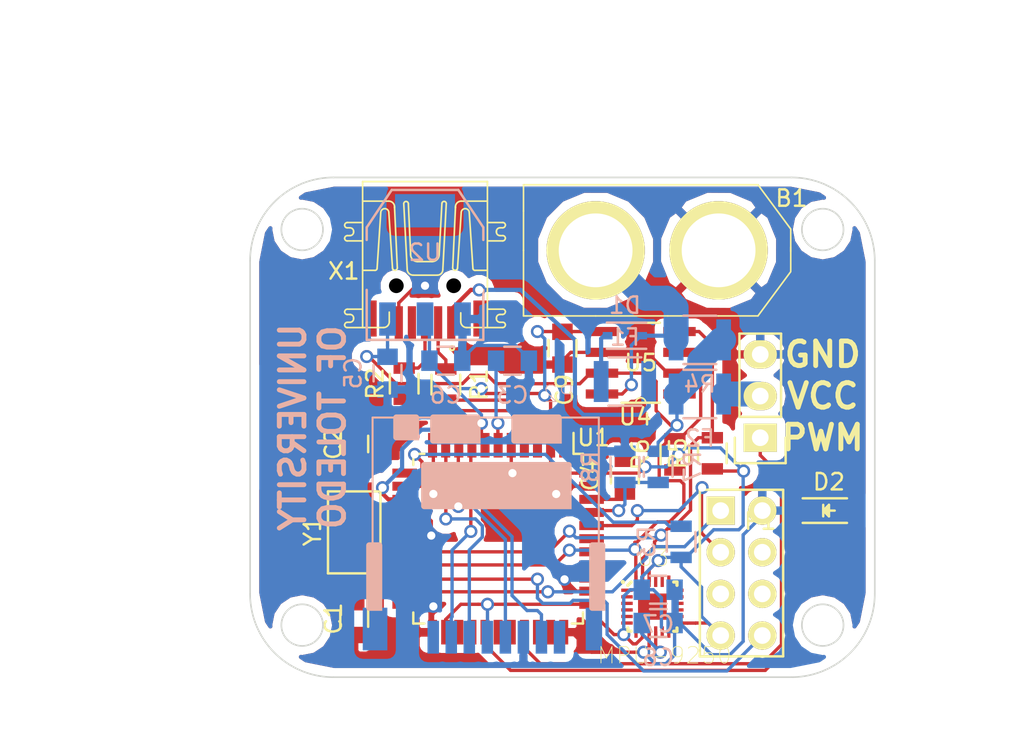
<source format=kicad_pcb>
(kicad_pcb (version 4) (host pcbnew 4.0.4+e1-6308~48~ubuntu16.04.1-stable)

  (general
    (links 88)
    (no_connects 6)
    (area 125.194287 76.04 193.495715 125.810001)
    (thickness 1.6)
    (drawings 27)
    (tracks 405)
    (zones 0)
    (modules 31)
    (nets 58)
  )

  (page A4)
  (layers
    (0 F.Cu signal)
    (31 B.Cu signal)
    (32 B.Adhes user)
    (33 F.Adhes user)
    (34 B.Paste user)
    (35 F.Paste user)
    (36 B.SilkS user)
    (37 F.SilkS user)
    (38 B.Mask user)
    (39 F.Mask user)
    (40 Dwgs.User user)
    (41 Cmts.User user)
    (42 Eco1.User user)
    (43 Eco2.User user)
    (44 Edge.Cuts user)
    (45 Margin user)
    (46 B.CrtYd user)
    (47 F.CrtYd user)
    (48 B.Fab user hide)
    (49 F.Fab user)
  )

  (setup
    (last_trace_width 0.2032)
    (user_trace_width 0.2032)
    (user_trace_width 0.254)
    (user_trace_width 1.524)
    (trace_clearance 0.2032)
    (zone_clearance 0.508)
    (zone_45_only no)
    (trace_min 0.2032)
    (segment_width 0.2)
    (edge_width 0.1)
    (via_size 0.8)
    (via_drill 0.5)
    (via_min_size 0.00254)
    (via_min_drill 0.5)
    (user_via 2.032 1.016)
    (uvia_size 0.3)
    (uvia_drill 0.1)
    (uvias_allowed no)
    (uvia_min_size 0)
    (uvia_min_drill 0)
    (pcb_text_width 0.3)
    (pcb_text_size 1.5 1.5)
    (mod_edge_width 0.15)
    (mod_text_size 1 1)
    (mod_text_width 0.15)
    (pad_size 1.5 1.5)
    (pad_drill 0.6)
    (pad_to_mask_clearance 0)
    (aux_axis_origin 0 0)
    (visible_elements FFFEFFFF)
    (pcbplotparams
      (layerselection 0x00030_80000001)
      (usegerberextensions false)
      (excludeedgelayer true)
      (linewidth 0.100000)
      (plotframeref false)
      (viasonmask false)
      (mode 1)
      (useauxorigin false)
      (hpglpennumber 1)
      (hpglpenspeed 20)
      (hpglpendiameter 15)
      (hpglpenoverlay 2)
      (psnegative false)
      (psa4output false)
      (plotreference true)
      (plotvalue true)
      (plotinvisibletext false)
      (padsonsilk false)
      (subtractmaskfromsilk false)
      (outputformat 1)
      (mirror false)
      (drillshape 1)
      (scaleselection 1)
      (outputdirectory ""))
  )

  (net 0 "")
  (net 1 GND)
  (net 2 "Net-(C1-Pad1)")
  (net 3 "Net-(C2-Pad1)")
  (net 4 "Net-(C3-Pad1)")
  (net 5 "Net-(C4-Pad1)")
  (net 6 VDD)
  (net 7 "Net-(C8-Pad1)")
  (net 8 "Net-(D2-Pad1)")
  (net 9 SERVO_PWM)
  (net 10 "Net-(P2-Pad8)")
  (net 11 MISO)
  (net 12 SCK)
  (net 13 MOSI)
  (net 14 SD_CS)
  (net 15 "Net-(P2-Pad1)")
  (net 16 "Net-(R1-Pad1)")
  (net 17 USB_D-)
  (net 18 "Net-(R2-Pad1)")
  (net 19 USB_D+)
  (net 20 RST)
  (net 21 SCL)
  (net 22 SDA)
  (net 23 "Net-(U1-Pad1)")
  (net 24 "Net-(U1-Pad12)")
  (net 25 RX)
  (net 26 TX)
  (net 27 "Net-(U1-Pad22)")
  (net 28 "Net-(U1-Pad25)")
  (net 29 "Net-(U1-Pad26)")
  (net 30 "Net-(U1-Pad29)")
  (net 31 "Net-(U1-Pad31)")
  (net 32 "Net-(U1-Pad32)")
  (net 33 "Net-(U1-Pad36)")
  (net 34 "Net-(U1-Pad37)")
  (net 35 "Net-(U1-Pad38)")
  (net 36 "Net-(U1-Pad39)")
  (net 37 "Net-(U3-Pad1)")
  (net 38 "Net-(U3-Pad7)")
  (net 39 "Net-(U3-Pad11)")
  (net 40 "Net-(U3-Pad12)")
  (net 41 "Net-(U3-Pad19)")
  (net 42 "Net-(U3-Pad20)")
  (net 43 "Net-(U3-Pad21)")
  (net 44 WIFI_ON)
  (net 45 "Net-(U4-Pad4)")
  (net 46 "Net-(U4-Pad5)")
  (net 47 "Net-(U4-Pad6)")
  (net 48 "Net-(X1-PadM1)")
  (net 49 "Net-(X1-Pad4)")
  (net 50 "Net-(U3-Pad25)")
  (net 51 CURRENT_SENSE_BOTTOM)
  (net 52 "Net-(D1-Pad2)")
  (net 53 "Net-(F1-Pad1)")
  (net 54 "Net-(F2-Pad2)")
  (net 55 "Net-(U1-Pad28)")
  (net 56 VCC_VOLTAGE)
  (net 57 CURRENT_SENSE_TOP)

  (net_class Default "This is the default net class."
    (clearance 0.2032)
    (trace_width 0.2032)
    (via_dia 0.8)
    (via_drill 0.5)
    (uvia_dia 0.3)
    (uvia_drill 0.1)
    (add_net CURRENT_SENSE_BOTTOM)
    (add_net CURRENT_SENSE_TOP)
    (add_net GND)
    (add_net MISO)
    (add_net MOSI)
    (add_net "Net-(C1-Pad1)")
    (add_net "Net-(C2-Pad1)")
    (add_net "Net-(C3-Pad1)")
    (add_net "Net-(C4-Pad1)")
    (add_net "Net-(C8-Pad1)")
    (add_net "Net-(D1-Pad2)")
    (add_net "Net-(D2-Pad1)")
    (add_net "Net-(F1-Pad1)")
    (add_net "Net-(F2-Pad2)")
    (add_net "Net-(P2-Pad1)")
    (add_net "Net-(P2-Pad8)")
    (add_net "Net-(R1-Pad1)")
    (add_net "Net-(R2-Pad1)")
    (add_net "Net-(U1-Pad1)")
    (add_net "Net-(U1-Pad12)")
    (add_net "Net-(U1-Pad22)")
    (add_net "Net-(U1-Pad25)")
    (add_net "Net-(U1-Pad26)")
    (add_net "Net-(U1-Pad28)")
    (add_net "Net-(U1-Pad29)")
    (add_net "Net-(U1-Pad31)")
    (add_net "Net-(U1-Pad32)")
    (add_net "Net-(U1-Pad36)")
    (add_net "Net-(U1-Pad37)")
    (add_net "Net-(U1-Pad38)")
    (add_net "Net-(U1-Pad39)")
    (add_net "Net-(U3-Pad1)")
    (add_net "Net-(U3-Pad11)")
    (add_net "Net-(U3-Pad12)")
    (add_net "Net-(U3-Pad19)")
    (add_net "Net-(U3-Pad20)")
    (add_net "Net-(U3-Pad21)")
    (add_net "Net-(U3-Pad25)")
    (add_net "Net-(U3-Pad7)")
    (add_net "Net-(U4-Pad4)")
    (add_net "Net-(U4-Pad5)")
    (add_net "Net-(U4-Pad6)")
    (add_net "Net-(X1-Pad4)")
    (add_net "Net-(X1-PadM1)")
    (add_net RST)
    (add_net RX)
    (add_net SCK)
    (add_net SCL)
    (add_net SDA)
    (add_net SD_CS)
    (add_net SERVO_PWM)
    (add_net TX)
    (add_net USB_D+)
    (add_net USB_D-)
    (add_net VCC_VOLTAGE)
    (add_net VDD)
    (add_net WIFI_ON)
  )

  (module "UT ROCKETRY MOD:XT60" (layer F.Cu) (tedit 572BCE8E) (tstamp 580FD325)
    (at 168.275 90.805 180)
    (path /581109BF)
    (fp_text reference B1 (at -4.445 3.175 180) (layer F.SilkS)
      (effects (font (size 1 1) (thickness 0.15)))
    )
    (fp_text value Battery (at 3.2 -5.9 180) (layer F.Fab)
      (effects (font (size 1 1) (thickness 0.15)))
    )
    (fp_line (start 7.2 4) (end 11.9 4) (layer F.SilkS) (width 0.1))
    (fp_line (start 11.9 4) (end 11.9 2.4) (layer F.SilkS) (width 0.1))
    (fp_line (start 7.5 -4) (end 11.7 -4) (layer F.SilkS) (width 0.1))
    (fp_line (start 11.7 -4) (end 11.8 -4) (layer F.SilkS) (width 0.1))
    (fp_line (start 11.8 -4) (end 11.9 -4) (layer F.SilkS) (width 0.1))
    (fp_line (start 11.9 -4) (end 11.9 0) (layer F.SilkS) (width 0.1))
    (fp_line (start -2.4 4) (end -4.4 1.3) (layer F.SilkS) (width 0.1))
    (fp_line (start -2.4 -4) (end -4.4 -1.3) (layer F.SilkS) (width 0.1))
    (fp_line (start -4.4 0) (end -4.4 1.25) (layer F.SilkS) (width 0.1))
    (fp_line (start -4.4 0) (end -4.4 -1.25) (layer F.SilkS) (width 0.1))
    (fp_line (start 0 4) (end -2.4 4) (layer F.SilkS) (width 0.1))
    (fp_line (start 3 4) (end 0 4) (layer F.SilkS) (width 0.1))
    (fp_line (start 0 -4) (end -2.4 -4) (layer F.SilkS) (width 0.1))
    (fp_line (start 3.1 -4) (end 0 -4) (layer F.SilkS) (width 0.1))
    (fp_line (start -4.4 -0.1) (end -4.4 0.2) (layer F.SilkS) (width 0.1))
    (fp_line (start 11.9 0) (end 11.9 2.4) (layer F.SilkS) (width 0.1))
    (fp_line (start 7.5 -4) (end 3.1 -4) (layer F.SilkS) (width 0.1))
    (fp_line (start 7.2 4) (end 3 4) (layer F.SilkS) (width 0.1))
    (pad 2 thru_hole circle (at 0 0 180) (size 6 6) (drill 4.5) (layers *.Cu *.Mask F.SilkS)
      (net 1 GND))
    (pad 1 thru_hole circle (at 7.5 0 180) (size 6 6) (drill 4.5) (layers *.Cu *.Mask F.SilkS)
      (net 57 CURRENT_SENSE_TOP))
  )

  (module Capacitors_SMD:C_0805 (layer F.Cu) (tedit 5415D6EA) (tstamp 580FD335)
    (at 146.05 113.268 270)
    (descr "Capacitor SMD 0805, reflow soldering, AVX (see smccp.pdf)")
    (tags "capacitor 0805")
    (path /57EDF29E)
    (attr smd)
    (fp_text reference C1 (at 0 1.27 270) (layer F.SilkS)
      (effects (font (size 1 1) (thickness 0.15)))
    )
    (fp_text value 33pF (at 0 2.1 270) (layer F.Fab)
      (effects (font (size 1 1) (thickness 0.15)))
    )
    (fp_line (start -1 0.625) (end -1 -0.625) (layer F.Fab) (width 0.15))
    (fp_line (start 1 0.625) (end -1 0.625) (layer F.Fab) (width 0.15))
    (fp_line (start 1 -0.625) (end 1 0.625) (layer F.Fab) (width 0.15))
    (fp_line (start -1 -0.625) (end 1 -0.625) (layer F.Fab) (width 0.15))
    (fp_line (start -1.8 -1) (end 1.8 -1) (layer F.CrtYd) (width 0.05))
    (fp_line (start -1.8 1) (end 1.8 1) (layer F.CrtYd) (width 0.05))
    (fp_line (start -1.8 -1) (end -1.8 1) (layer F.CrtYd) (width 0.05))
    (fp_line (start 1.8 -1) (end 1.8 1) (layer F.CrtYd) (width 0.05))
    (fp_line (start 0.5 -0.85) (end -0.5 -0.85) (layer F.SilkS) (width 0.15))
    (fp_line (start -0.5 0.85) (end 0.5 0.85) (layer F.SilkS) (width 0.15))
    (pad 1 smd rect (at -1 0 270) (size 1 1.25) (layers F.Cu F.Paste F.Mask)
      (net 2 "Net-(C1-Pad1)"))
    (pad 2 smd rect (at 1 0 270) (size 1 1.25) (layers F.Cu F.Paste F.Mask)
      (net 1 GND))
    (model Capacitors_SMD.3dshapes/C_0805.wrl
      (at (xyz 0 0 0))
      (scale (xyz 1 1 1))
      (rotate (xyz 0 0 0))
    )
  )

  (module Capacitors_SMD:C_0805 (layer F.Cu) (tedit 5415D6EA) (tstamp 580FD345)
    (at 146.05 102.616 90)
    (descr "Capacitor SMD 0805, reflow soldering, AVX (see smccp.pdf)")
    (tags "capacitor 0805")
    (path /57EDF342)
    (attr smd)
    (fp_text reference C2 (at 0 -1.27 90) (layer F.SilkS)
      (effects (font (size 1 1) (thickness 0.15)))
    )
    (fp_text value 33pF (at 0 2.1 90) (layer F.Fab)
      (effects (font (size 1 1) (thickness 0.15)))
    )
    (fp_line (start -1 0.625) (end -1 -0.625) (layer F.Fab) (width 0.15))
    (fp_line (start 1 0.625) (end -1 0.625) (layer F.Fab) (width 0.15))
    (fp_line (start 1 -0.625) (end 1 0.625) (layer F.Fab) (width 0.15))
    (fp_line (start -1 -0.625) (end 1 -0.625) (layer F.Fab) (width 0.15))
    (fp_line (start -1.8 -1) (end 1.8 -1) (layer F.CrtYd) (width 0.05))
    (fp_line (start -1.8 1) (end 1.8 1) (layer F.CrtYd) (width 0.05))
    (fp_line (start -1.8 -1) (end -1.8 1) (layer F.CrtYd) (width 0.05))
    (fp_line (start 1.8 -1) (end 1.8 1) (layer F.CrtYd) (width 0.05))
    (fp_line (start 0.5 -0.85) (end -0.5 -0.85) (layer F.SilkS) (width 0.15))
    (fp_line (start -0.5 0.85) (end 0.5 0.85) (layer F.SilkS) (width 0.15))
    (pad 1 smd rect (at -1 0 90) (size 1 1.25) (layers F.Cu F.Paste F.Mask)
      (net 3 "Net-(C2-Pad1)"))
    (pad 2 smd rect (at 1 0 90) (size 1 1.25) (layers F.Cu F.Paste F.Mask)
      (net 1 GND))
    (model Capacitors_SMD.3dshapes/C_0805.wrl
      (at (xyz 0 0 0))
      (scale (xyz 1 1 1))
      (rotate (xyz 0 0 0))
    )
  )

  (module Capacitors_SMD:C_0805 (layer B.Cu) (tedit 5415D6EA) (tstamp 580FD355)
    (at 155.702 97.536)
    (descr "Capacitor SMD 0805, reflow soldering, AVX (see smccp.pdf)")
    (tags "capacitor 0805")
    (path /57EE0DDA)
    (attr smd)
    (fp_text reference C3 (at 0 2.1) (layer B.SilkS)
      (effects (font (size 1 1) (thickness 0.15)) (justify mirror))
    )
    (fp_text value 1uF (at 0 -2.1) (layer B.Fab)
      (effects (font (size 1 1) (thickness 0.15)) (justify mirror))
    )
    (fp_line (start -1 -0.625) (end -1 0.625) (layer B.Fab) (width 0.15))
    (fp_line (start 1 -0.625) (end -1 -0.625) (layer B.Fab) (width 0.15))
    (fp_line (start 1 0.625) (end 1 -0.625) (layer B.Fab) (width 0.15))
    (fp_line (start -1 0.625) (end 1 0.625) (layer B.Fab) (width 0.15))
    (fp_line (start -1.8 1) (end 1.8 1) (layer B.CrtYd) (width 0.05))
    (fp_line (start -1.8 -1) (end 1.8 -1) (layer B.CrtYd) (width 0.05))
    (fp_line (start -1.8 1) (end -1.8 -1) (layer B.CrtYd) (width 0.05))
    (fp_line (start 1.8 1) (end 1.8 -1) (layer B.CrtYd) (width 0.05))
    (fp_line (start 0.5 0.85) (end -0.5 0.85) (layer B.SilkS) (width 0.15))
    (fp_line (start -0.5 -0.85) (end 0.5 -0.85) (layer B.SilkS) (width 0.15))
    (pad 1 smd rect (at -1 0) (size 1 1.25) (layers B.Cu B.Paste B.Mask)
      (net 4 "Net-(C3-Pad1)"))
    (pad 2 smd rect (at 1 0) (size 1 1.25) (layers B.Cu B.Paste B.Mask)
      (net 1 GND))
    (model Capacitors_SMD.3dshapes/C_0805.wrl
      (at (xyz 0 0 0))
      (scale (xyz 1 1 1))
      (rotate (xyz 0 0 0))
    )
  )

  (module Capacitors_SMD:C_0805 (layer F.Cu) (tedit 5415D6EA) (tstamp 580FD365)
    (at 162.56 104.521 90)
    (descr "Capacitor SMD 0805, reflow soldering, AVX (see smccp.pdf)")
    (tags "capacitor 0805")
    (path /57EE0754)
    (attr smd)
    (fp_text reference C4 (at 0 -2.1 90) (layer F.SilkS)
      (effects (font (size 1 1) (thickness 0.15)))
    )
    (fp_text value .1uF (at 0 2.1 90) (layer F.Fab)
      (effects (font (size 1 1) (thickness 0.15)))
    )
    (fp_line (start -1 0.625) (end -1 -0.625) (layer F.Fab) (width 0.15))
    (fp_line (start 1 0.625) (end -1 0.625) (layer F.Fab) (width 0.15))
    (fp_line (start 1 -0.625) (end 1 0.625) (layer F.Fab) (width 0.15))
    (fp_line (start -1 -0.625) (end 1 -0.625) (layer F.Fab) (width 0.15))
    (fp_line (start -1.8 -1) (end 1.8 -1) (layer F.CrtYd) (width 0.05))
    (fp_line (start -1.8 1) (end 1.8 1) (layer F.CrtYd) (width 0.05))
    (fp_line (start -1.8 -1) (end -1.8 1) (layer F.CrtYd) (width 0.05))
    (fp_line (start 1.8 -1) (end 1.8 1) (layer F.CrtYd) (width 0.05))
    (fp_line (start 0.5 -0.85) (end -0.5 -0.85) (layer F.SilkS) (width 0.15))
    (fp_line (start -0.5 0.85) (end 0.5 0.85) (layer F.SilkS) (width 0.15))
    (pad 1 smd rect (at -1 0 90) (size 1 1.25) (layers F.Cu F.Paste F.Mask)
      (net 5 "Net-(C4-Pad1)"))
    (pad 2 smd rect (at 1 0 90) (size 1 1.25) (layers F.Cu F.Paste F.Mask)
      (net 1 GND))
    (model Capacitors_SMD.3dshapes/C_0805.wrl
      (at (xyz 0 0 0))
      (scale (xyz 1 1 1))
      (rotate (xyz 0 0 0))
    )
  )

  (module Capacitors_SMD:C_0805 (layer B.Cu) (tedit 5415D6EA) (tstamp 580FD375)
    (at 148.082 98.298 270)
    (descr "Capacitor SMD 0805, reflow soldering, AVX (see smccp.pdf)")
    (tags "capacitor 0805")
    (path /57EEE99B)
    (attr smd)
    (fp_text reference C5 (at 0 2.1 270) (layer B.SilkS)
      (effects (font (size 1 1) (thickness 0.15)) (justify mirror))
    )
    (fp_text value 10uF (at 0 -2.1 270) (layer B.Fab)
      (effects (font (size 1 1) (thickness 0.15)) (justify mirror))
    )
    (fp_line (start -1 -0.625) (end -1 0.625) (layer B.Fab) (width 0.15))
    (fp_line (start 1 -0.625) (end -1 -0.625) (layer B.Fab) (width 0.15))
    (fp_line (start 1 0.625) (end 1 -0.625) (layer B.Fab) (width 0.15))
    (fp_line (start -1 0.625) (end 1 0.625) (layer B.Fab) (width 0.15))
    (fp_line (start -1.8 1) (end 1.8 1) (layer B.CrtYd) (width 0.05))
    (fp_line (start -1.8 -1) (end 1.8 -1) (layer B.CrtYd) (width 0.05))
    (fp_line (start -1.8 1) (end -1.8 -1) (layer B.CrtYd) (width 0.05))
    (fp_line (start 1.8 1) (end 1.8 -1) (layer B.CrtYd) (width 0.05))
    (fp_line (start 0.5 0.85) (end -0.5 0.85) (layer B.SilkS) (width 0.15))
    (fp_line (start -0.5 -0.85) (end 0.5 -0.85) (layer B.SilkS) (width 0.15))
    (pad 1 smd rect (at -1 0 270) (size 1 1.25) (layers B.Cu B.Paste B.Mask)
      (net 51 CURRENT_SENSE_BOTTOM))
    (pad 2 smd rect (at 1 0 270) (size 1 1.25) (layers B.Cu B.Paste B.Mask)
      (net 1 GND))
    (model Capacitors_SMD.3dshapes/C_0805.wrl
      (at (xyz 0 0 0))
      (scale (xyz 1 1 1))
      (rotate (xyz 0 0 0))
    )
  )

  (module Capacitors_SMD:C_0805 (layer B.Cu) (tedit 5415D6EA) (tstamp 580FD385)
    (at 151.638 97.536)
    (descr "Capacitor SMD 0805, reflow soldering, AVX (see smccp.pdf)")
    (tags "capacitor 0805")
    (path /57EEEA18)
    (attr smd)
    (fp_text reference C6 (at 0 2.1) (layer B.SilkS)
      (effects (font (size 1 1) (thickness 0.15)) (justify mirror))
    )
    (fp_text value 22uF (at 0 -2.1) (layer B.Fab)
      (effects (font (size 1 1) (thickness 0.15)) (justify mirror))
    )
    (fp_line (start -1 -0.625) (end -1 0.625) (layer B.Fab) (width 0.15))
    (fp_line (start 1 -0.625) (end -1 -0.625) (layer B.Fab) (width 0.15))
    (fp_line (start 1 0.625) (end 1 -0.625) (layer B.Fab) (width 0.15))
    (fp_line (start -1 0.625) (end 1 0.625) (layer B.Fab) (width 0.15))
    (fp_line (start -1.8 1) (end 1.8 1) (layer B.CrtYd) (width 0.05))
    (fp_line (start -1.8 -1) (end 1.8 -1) (layer B.CrtYd) (width 0.05))
    (fp_line (start -1.8 1) (end -1.8 -1) (layer B.CrtYd) (width 0.05))
    (fp_line (start 1.8 1) (end 1.8 -1) (layer B.CrtYd) (width 0.05))
    (fp_line (start 0.5 0.85) (end -0.5 0.85) (layer B.SilkS) (width 0.15))
    (fp_line (start -0.5 -0.85) (end 0.5 -0.85) (layer B.SilkS) (width 0.15))
    (pad 1 smd rect (at -1 0) (size 1 1.25) (layers B.Cu B.Paste B.Mask)
      (net 6 VDD))
    (pad 2 smd rect (at 1 0) (size 1 1.25) (layers B.Cu B.Paste B.Mask)
      (net 1 GND))
    (model Capacitors_SMD.3dshapes/C_0805.wrl
      (at (xyz 0 0 0))
      (scale (xyz 1 1 1))
      (rotate (xyz 0 0 0))
    )
  )

  (module Capacitors_SMD:C_0805 (layer B.Cu) (tedit 5415D6EA) (tstamp 580FD395)
    (at 164.592 111.506)
    (descr "Capacitor SMD 0805, reflow soldering, AVX (see smccp.pdf)")
    (tags "capacitor 0805")
    (path /57ED7FC1)
    (attr smd)
    (fp_text reference C7 (at 0 2.1) (layer B.SilkS)
      (effects (font (size 1 1) (thickness 0.15)) (justify mirror))
    )
    (fp_text value .1uF (at 0 -2.1) (layer B.Fab)
      (effects (font (size 1 1) (thickness 0.15)) (justify mirror))
    )
    (fp_line (start -1 -0.625) (end -1 0.625) (layer B.Fab) (width 0.15))
    (fp_line (start 1 -0.625) (end -1 -0.625) (layer B.Fab) (width 0.15))
    (fp_line (start 1 0.625) (end 1 -0.625) (layer B.Fab) (width 0.15))
    (fp_line (start -1 0.625) (end 1 0.625) (layer B.Fab) (width 0.15))
    (fp_line (start -1.8 1) (end 1.8 1) (layer B.CrtYd) (width 0.05))
    (fp_line (start -1.8 -1) (end 1.8 -1) (layer B.CrtYd) (width 0.05))
    (fp_line (start -1.8 1) (end -1.8 -1) (layer B.CrtYd) (width 0.05))
    (fp_line (start 1.8 1) (end 1.8 -1) (layer B.CrtYd) (width 0.05))
    (fp_line (start 0.5 0.85) (end -0.5 0.85) (layer B.SilkS) (width 0.15))
    (fp_line (start -0.5 -0.85) (end 0.5 -0.85) (layer B.SilkS) (width 0.15))
    (pad 1 smd rect (at -1 0) (size 1 1.25) (layers B.Cu B.Paste B.Mask)
      (net 6 VDD))
    (pad 2 smd rect (at 1 0) (size 1 1.25) (layers B.Cu B.Paste B.Mask)
      (net 1 GND))
    (model Capacitors_SMD.3dshapes/C_0805.wrl
      (at (xyz 0 0 0))
      (scale (xyz 1 1 1))
      (rotate (xyz 0 0 0))
    )
  )

  (module Capacitors_SMD:C_0805 (layer B.Cu) (tedit 5415D6EA) (tstamp 580FD3A5)
    (at 164.592 113.538)
    (descr "Capacitor SMD 0805, reflow soldering, AVX (see smccp.pdf)")
    (tags "capacitor 0805")
    (path /57ED80D9)
    (attr smd)
    (fp_text reference C8 (at 0 2.1) (layer B.SilkS)
      (effects (font (size 1 1) (thickness 0.15)) (justify mirror))
    )
    (fp_text value .1uF (at 0 -2.1) (layer B.Fab)
      (effects (font (size 1 1) (thickness 0.15)) (justify mirror))
    )
    (fp_line (start -1 -0.625) (end -1 0.625) (layer B.Fab) (width 0.15))
    (fp_line (start 1 -0.625) (end -1 -0.625) (layer B.Fab) (width 0.15))
    (fp_line (start 1 0.625) (end 1 -0.625) (layer B.Fab) (width 0.15))
    (fp_line (start -1 0.625) (end 1 0.625) (layer B.Fab) (width 0.15))
    (fp_line (start -1.8 1) (end 1.8 1) (layer B.CrtYd) (width 0.05))
    (fp_line (start -1.8 -1) (end 1.8 -1) (layer B.CrtYd) (width 0.05))
    (fp_line (start -1.8 1) (end -1.8 -1) (layer B.CrtYd) (width 0.05))
    (fp_line (start 1.8 1) (end 1.8 -1) (layer B.CrtYd) (width 0.05))
    (fp_line (start 0.5 0.85) (end -0.5 0.85) (layer B.SilkS) (width 0.15))
    (fp_line (start -0.5 -0.85) (end 0.5 -0.85) (layer B.SilkS) (width 0.15))
    (pad 1 smd rect (at -1 0) (size 1 1.25) (layers B.Cu B.Paste B.Mask)
      (net 7 "Net-(C8-Pad1)"))
    (pad 2 smd rect (at 1 0) (size 1 1.25) (layers B.Cu B.Paste B.Mask)
      (net 1 GND))
    (model Capacitors_SMD.3dshapes/C_0805.wrl
      (at (xyz 0 0 0))
      (scale (xyz 1 1 1))
      (rotate (xyz 0 0 0))
    )
  )

  (module Diodes_SMD:SOD-323 (layer B.Cu) (tedit 57A876D4) (tstamp 580FD3BB)
    (at 162.56 96.012 180)
    (descr SOD-323)
    (tags SOD-323)
    (path /580A33FF)
    (attr smd)
    (fp_text reference D1 (at 0 1.85 180) (layer B.SilkS)
      (effects (font (size 1 1) (thickness 0.15)) (justify mirror))
    )
    (fp_text value Schottky (at 0.1 -1.9 180) (layer B.Fab)
      (effects (font (size 1 1) (thickness 0.15)) (justify mirror))
    )
    (fp_line (start 0.2 0) (end 0.45 0) (layer B.Fab) (width 0.15))
    (fp_line (start 0.2 -0.35) (end -0.3 0) (layer B.Fab) (width 0.15))
    (fp_line (start 0.2 0.35) (end 0.2 -0.35) (layer B.Fab) (width 0.15))
    (fp_line (start -0.3 0) (end 0.2 0.35) (layer B.Fab) (width 0.15))
    (fp_line (start -0.3 0) (end -0.5 0) (layer B.Fab) (width 0.15))
    (fp_line (start -0.3 0.35) (end -0.3 -0.35) (layer B.Fab) (width 0.15))
    (fp_line (start -0.85 -0.65) (end -0.85 0.65) (layer B.Fab) (width 0.15))
    (fp_line (start 0.85 -0.65) (end -0.85 -0.65) (layer B.Fab) (width 0.15))
    (fp_line (start 0.85 0.65) (end 0.85 -0.65) (layer B.Fab) (width 0.15))
    (fp_line (start -0.85 0.65) (end 0.85 0.65) (layer B.Fab) (width 0.15))
    (fp_line (start -1.5 0.95) (end 1.5 0.95) (layer B.CrtYd) (width 0.05))
    (fp_line (start 1.5 0.95) (end 1.5 -0.95) (layer B.CrtYd) (width 0.05))
    (fp_line (start -1.5 -0.95) (end 1.5 -0.95) (layer B.CrtYd) (width 0.05))
    (fp_line (start -1.5 0.95) (end -1.5 -0.95) (layer B.CrtYd) (width 0.05))
    (fp_line (start -1.3 -0.8) (end 1.1 -0.8) (layer B.SilkS) (width 0.15))
    (fp_line (start -1.3 0.8) (end 1.1 0.8) (layer B.SilkS) (width 0.15))
    (pad 1 smd rect (at -1.055 0 180) (size 0.59 0.45) (layers B.Cu B.Paste B.Mask)
      (net 57 CURRENT_SENSE_TOP))
    (pad 2 smd rect (at 1.055 0 180) (size 0.59 0.45) (layers B.Cu B.Paste B.Mask)
      (net 52 "Net-(D1-Pad2)"))
    (model Diodes_SMD.3dshapes/SOD-323.wrl
      (at (xyz 0 0 0))
      (scale (xyz 1 1 1))
      (rotate (xyz 0 0 180))
    )
  )

  (module LEDs:LED_0805 (layer F.Cu) (tedit 55BDE1C2) (tstamp 580FD3D6)
    (at 175.006 106.68)
    (descr "LED 0805 smd package")
    (tags "LED 0805 SMD")
    (path /57EE9BB5)
    (attr smd)
    (fp_text reference D2 (at 0 -1.75) (layer F.SilkS)
      (effects (font (size 1 1) (thickness 0.15)))
    )
    (fp_text value LED_BLUE (at 0 1.75) (layer F.Fab)
      (effects (font (size 1 1) (thickness 0.15)))
    )
    (fp_line (start -0.4 -0.3) (end -0.4 0.3) (layer F.Fab) (width 0.15))
    (fp_line (start -0.3 0) (end 0 -0.3) (layer F.Fab) (width 0.15))
    (fp_line (start 0 0.3) (end -0.3 0) (layer F.Fab) (width 0.15))
    (fp_line (start 0 -0.3) (end 0 0.3) (layer F.Fab) (width 0.15))
    (fp_line (start 1 -0.6) (end -1 -0.6) (layer F.Fab) (width 0.15))
    (fp_line (start 1 0.6) (end 1 -0.6) (layer F.Fab) (width 0.15))
    (fp_line (start -1 0.6) (end 1 0.6) (layer F.Fab) (width 0.15))
    (fp_line (start -1 -0.6) (end -1 0.6) (layer F.Fab) (width 0.15))
    (fp_line (start -1.6 0.75) (end 1.1 0.75) (layer F.SilkS) (width 0.15))
    (fp_line (start -1.6 -0.75) (end 1.1 -0.75) (layer F.SilkS) (width 0.15))
    (fp_line (start -0.1 0.15) (end -0.1 -0.1) (layer F.SilkS) (width 0.15))
    (fp_line (start -0.1 -0.1) (end -0.25 0.05) (layer F.SilkS) (width 0.15))
    (fp_line (start -0.35 -0.35) (end -0.35 0.35) (layer F.SilkS) (width 0.15))
    (fp_line (start 0 0) (end 0.35 0) (layer F.SilkS) (width 0.15))
    (fp_line (start -0.35 0) (end 0 -0.35) (layer F.SilkS) (width 0.15))
    (fp_line (start 0 -0.35) (end 0 0.35) (layer F.SilkS) (width 0.15))
    (fp_line (start 0 0.35) (end -0.35 0) (layer F.SilkS) (width 0.15))
    (fp_line (start 1.9 -0.95) (end 1.9 0.95) (layer F.CrtYd) (width 0.05))
    (fp_line (start 1.9 0.95) (end -1.9 0.95) (layer F.CrtYd) (width 0.05))
    (fp_line (start -1.9 0.95) (end -1.9 -0.95) (layer F.CrtYd) (width 0.05))
    (fp_line (start -1.9 -0.95) (end 1.9 -0.95) (layer F.CrtYd) (width 0.05))
    (pad 2 smd rect (at 1.04902 0 180) (size 1.19888 1.19888) (layers F.Cu F.Paste F.Mask)
      (net 1 GND))
    (pad 1 smd rect (at -1.04902 0 180) (size 1.19888 1.19888) (layers F.Cu F.Paste F.Mask)
      (net 8 "Net-(D2-Pad1)"))
    (model LEDs.3dshapes/LED_0805.wrl
      (at (xyz 0 0 0))
      (scale (xyz 1 1 1))
      (rotate (xyz 0 0 0))
    )
  )

  (module Resistors_SMD:R_1210 (layer B.Cu) (tedit 5415D182) (tstamp 580FD3E2)
    (at 162.56 98.806 180)
    (descr "Resistor SMD 1210, reflow soldering, Vishay (see dcrcw.pdf)")
    (tags "resistor 1210")
    (path /580A468E)
    (attr smd)
    (fp_text reference F1 (at 0 2.7 180) (layer B.SilkS)
      (effects (font (size 1 1) (thickness 0.15)) (justify mirror))
    )
    (fp_text value FUSE (at 0 -2.7 180) (layer B.Fab)
      (effects (font (size 1 1) (thickness 0.15)) (justify mirror))
    )
    (fp_line (start -2.2 1.6) (end 2.2 1.6) (layer B.CrtYd) (width 0.05))
    (fp_line (start -2.2 -1.6) (end 2.2 -1.6) (layer B.CrtYd) (width 0.05))
    (fp_line (start -2.2 1.6) (end -2.2 -1.6) (layer B.CrtYd) (width 0.05))
    (fp_line (start 2.2 1.6) (end 2.2 -1.6) (layer B.CrtYd) (width 0.05))
    (fp_line (start 1 -1.475) (end -1 -1.475) (layer B.SilkS) (width 0.15))
    (fp_line (start -1 1.475) (end 1 1.475) (layer B.SilkS) (width 0.15))
    (pad 1 smd rect (at -1.45 0 180) (size 0.9 2.5) (layers B.Cu B.Paste B.Mask)
      (net 53 "Net-(F1-Pad1)"))
    (pad 2 smd rect (at 1.45 0 180) (size 0.9 2.5) (layers B.Cu B.Paste B.Mask)
      (net 52 "Net-(D1-Pad2)"))
    (model Resistors_SMD.3dshapes/R_1210.wrl
      (at (xyz 0 0 0))
      (scale (xyz 1 1 1))
      (rotate (xyz 0 0 0))
    )
  )

  (module Pin_Headers:Pin_Header_Straight_1x03 (layer F.Cu) (tedit 0) (tstamp 580FD3F4)
    (at 170.815 102.235 180)
    (descr "Through hole pin header")
    (tags "pin header")
    (path /57EBFF28)
    (fp_text reference P1 (at 0 -5.1 180) (layer F.SilkS)
      (effects (font (size 1 1) (thickness 0.15)))
    )
    (fp_text value SERVO (at 0 -3.1 180) (layer F.Fab)
      (effects (font (size 1 1) (thickness 0.15)))
    )
    (fp_line (start -1.75 -1.75) (end -1.75 6.85) (layer F.CrtYd) (width 0.05))
    (fp_line (start 1.75 -1.75) (end 1.75 6.85) (layer F.CrtYd) (width 0.05))
    (fp_line (start -1.75 -1.75) (end 1.75 -1.75) (layer F.CrtYd) (width 0.05))
    (fp_line (start -1.75 6.85) (end 1.75 6.85) (layer F.CrtYd) (width 0.05))
    (fp_line (start -1.27 1.27) (end -1.27 6.35) (layer F.SilkS) (width 0.15))
    (fp_line (start -1.27 6.35) (end 1.27 6.35) (layer F.SilkS) (width 0.15))
    (fp_line (start 1.27 6.35) (end 1.27 1.27) (layer F.SilkS) (width 0.15))
    (fp_line (start 1.55 -1.55) (end 1.55 0) (layer F.SilkS) (width 0.15))
    (fp_line (start 1.27 1.27) (end -1.27 1.27) (layer F.SilkS) (width 0.15))
    (fp_line (start -1.55 0) (end -1.55 -1.55) (layer F.SilkS) (width 0.15))
    (fp_line (start -1.55 -1.55) (end 1.55 -1.55) (layer F.SilkS) (width 0.15))
    (pad 1 thru_hole rect (at 0 0 180) (size 2.032 1.7272) (drill 1.016) (layers *.Cu *.Mask F.SilkS)
      (net 9 SERVO_PWM))
    (pad 2 thru_hole oval (at 0 2.54 180) (size 2.032 1.7272) (drill 1.016) (layers *.Cu *.Mask F.SilkS)
      (net 54 "Net-(F2-Pad2)"))
    (pad 3 thru_hole oval (at 0 5.08 180) (size 2.032 1.7272) (drill 1.016) (layers *.Cu *.Mask F.SilkS)
      (net 1 GND))
    (model Pin_Headers.3dshapes/Pin_Header_Straight_1x03.wrl
      (at (xyz 0 -0.1 0))
      (scale (xyz 1 1 1))
      (rotate (xyz 0 0 90))
    )
  )

  (module "UT ROCKETRY MOD:HRS_DM3CS-SF" (layer B.Cu) (tedit 580FE04A) (tstamp 580FD413)
    (at 154.07 108.204 180)
    (path /57F31627)
    (solder_mask_margin 0.1)
    (attr smd)
    (fp_text reference P2 (at -4.46 8.635 180) (layer B.SilkS)
      (effects (font (size 1 1) (thickness 0.05)) (justify mirror))
    )
    (fp_text value "MICRO SD" (at -3.825 -8.865 180) (layer B.SilkS) hide
      (effects (font (size 1 1) (thickness 0.05)) (justify mirror))
    )
    (fp_poly (pts (xy -4.45 7.2) (xy -1.75 7.2) (xy -1.75 5.8) (xy -4.45 5.8)) (layer B.SilkS) (width 0.381))
    (fp_poly (pts (xy 0.5 7.2) (xy 3.2 7.2) (xy 3.2 5.8) (xy 0.5 5.8)) (layer B.SilkS) (width 0.381))
    (fp_poly (pts (xy 4.25 7.2) (xy 5.45 7.2) (xy 5.45 6) (xy 4.25 6)) (layer B.SilkS) (width 0.381))
    (fp_poly (pts (xy -5.05 4.3) (xy 3.75 4.3) (xy 3.75 1.8) (xy -5.05 1.8)) (layer B.SilkS) (width 0.381))
    (fp_poly (pts (xy -7.1 -0.6) (xy -6.5 -0.6) (xy -6.5 -4.4) (xy -7.1 -4.4)) (layer B.SilkS) (width 0.381))
    (fp_poly (pts (xy 6.5 -0.6) (xy 7.1 -0.6) (xy 7.1 -4.4) (xy 6.5 -4.4)) (layer B.SilkS) (width 0.381))
    (fp_line (start -6.9 -4.2) (end -6.9 7.2) (layer B.SilkS) (width 0.127))
    (fp_line (start -6.9 7.2) (end 6.9 7.2) (layer B.SilkS) (width 0.127))
    (fp_line (start 6.9 7.2) (end 6.9 -4.2) (layer B.SilkS) (width 0.127))
    (fp_line (start 6.9 -4.2) (end 6.9 -7.2) (layer Dwgs.User) (width 0.127))
    (fp_line (start 6.9 -7.2) (end 6 -7.2) (layer Dwgs.User) (width 0.127))
    (fp_arc (start 4.5 -7.2) (end 4.5 -5.7) (angle -90) (layer Dwgs.User) (width 0.127))
    (fp_line (start 4.5 -5.7) (end 0 -5.7) (layer Dwgs.User) (width 0.127))
    (fp_line (start 0 -5.7) (end -4.6 -5.7) (layer Dwgs.User) (width 0.127))
    (fp_arc (start -4.6 -7.2) (end -6.1 -7.2) (angle -90) (layer Dwgs.User) (width 0.127))
    (fp_line (start -6.1 -7.2) (end -6.9 -7.2) (layer Dwgs.User) (width 0.127))
    (fp_line (start -6.9 -7.2) (end -6.9 -4.2) (layer Dwgs.User) (width 0.127))
    (pad 8 smd rect (at -4.5 -6.2 180) (size 0.7 2) (layers B.Cu B.Paste B.Mask)
      (net 10 "Net-(P2-Pad8)") (solder_mask_margin 0.2))
    (pad 7 smd rect (at -3.4 -6.2 180) (size 0.7 2) (layers B.Cu B.Paste B.Mask)
      (net 11 MISO) (solder_mask_margin 0.2))
    (pad 6 smd rect (at -2.3 -6.2 180) (size 0.7 2) (layers B.Cu B.Paste B.Mask)
      (net 1 GND) (solder_mask_margin 0.2))
    (pad 5 smd rect (at -1.2 -6.2 180) (size 0.7 2) (layers B.Cu B.Paste B.Mask)
      (net 12 SCK) (solder_mask_margin 0.2))
    (pad 4 smd rect (at -0.1 -6.2 180) (size 0.7 2) (layers B.Cu B.Paste B.Mask)
      (net 6 VDD) (solder_mask_margin 0.2))
    (pad 3 smd rect (at 1 -6.2 180) (size 0.7 2) (layers B.Cu B.Paste B.Mask)
      (net 13 MOSI) (solder_mask_margin 0.2))
    (pad 2 smd rect (at 2.1 -6.2 180) (size 0.7 2) (layers B.Cu B.Paste B.Mask)
      (net 14 SD_CS) (solder_mask_margin 0.2))
    (pad 1 smd rect (at 3.2 -6.2 180) (size 0.7 2) (layers B.Cu B.Paste B.Mask)
      (net 15 "Net-(P2-Pad1)") (solder_mask_margin 0.2))
    (pad PAD. smd rect (at -6.6 -5.7 180) (size 1 2.6) (layers B.Cu B.Paste B.Mask)
      (solder_mask_margin 0.2))
    (pad PAD smd rect (at 6.75 -5.7 180) (size 1.5 2.6) (layers B.Cu B.Paste B.Mask)
      (solder_mask_margin 0.2))
  )

  (module Resistors_SMD:R_0805 (layer F.Cu) (tedit 5415CDEB) (tstamp 580FD41F)
    (at 151.638 98.994 270)
    (descr "Resistor SMD 0805, reflow soldering, Vishay (see dcrcw.pdf)")
    (tags "resistor 0805")
    (path /57EDD648)
    (attr smd)
    (fp_text reference R1 (at 0 -2.032 270) (layer F.SilkS)
      (effects (font (size 1 1) (thickness 0.15)))
    )
    (fp_text value 22 (at 0 2.1 270) (layer F.Fab)
      (effects (font (size 1 1) (thickness 0.15)))
    )
    (fp_line (start -1.6 -1) (end 1.6 -1) (layer F.CrtYd) (width 0.05))
    (fp_line (start -1.6 1) (end 1.6 1) (layer F.CrtYd) (width 0.05))
    (fp_line (start -1.6 -1) (end -1.6 1) (layer F.CrtYd) (width 0.05))
    (fp_line (start 1.6 -1) (end 1.6 1) (layer F.CrtYd) (width 0.05))
    (fp_line (start 0.6 0.875) (end -0.6 0.875) (layer F.SilkS) (width 0.15))
    (fp_line (start -0.6 -0.875) (end 0.6 -0.875) (layer F.SilkS) (width 0.15))
    (pad 1 smd rect (at -0.95 0 270) (size 0.7 1.3) (layers F.Cu F.Paste F.Mask)
      (net 16 "Net-(R1-Pad1)"))
    (pad 2 smd rect (at 0.95 0 270) (size 0.7 1.3) (layers F.Cu F.Paste F.Mask)
      (net 17 USB_D-))
    (model Resistors_SMD.3dshapes/R_0805.wrl
      (at (xyz 0 0 0))
      (scale (xyz 1 1 1))
      (rotate (xyz 0 0 0))
    )
  )

  (module Resistors_SMD:R_0805 (layer F.Cu) (tedit 5415CDEB) (tstamp 580FD42B)
    (at 149.098 98.93701 270)
    (descr "Resistor SMD 0805, reflow soldering, Vishay (see dcrcw.pdf)")
    (tags "resistor 0805")
    (path /57EDD3D2)
    (attr smd)
    (fp_text reference R2 (at 0 1.778 270) (layer F.SilkS)
      (effects (font (size 1 1) (thickness 0.15)))
    )
    (fp_text value 22 (at 0 2.1 270) (layer F.Fab)
      (effects (font (size 1 1) (thickness 0.15)))
    )
    (fp_line (start -1.6 -1) (end 1.6 -1) (layer F.CrtYd) (width 0.05))
    (fp_line (start -1.6 1) (end 1.6 1) (layer F.CrtYd) (width 0.05))
    (fp_line (start -1.6 -1) (end -1.6 1) (layer F.CrtYd) (width 0.05))
    (fp_line (start 1.6 -1) (end 1.6 1) (layer F.CrtYd) (width 0.05))
    (fp_line (start 0.6 0.875) (end -0.6 0.875) (layer F.SilkS) (width 0.15))
    (fp_line (start -0.6 -0.875) (end 0.6 -0.875) (layer F.SilkS) (width 0.15))
    (pad 1 smd rect (at -0.95 0 270) (size 0.7 1.3) (layers F.Cu F.Paste F.Mask)
      (net 18 "Net-(R2-Pad1)"))
    (pad 2 smd rect (at 0.95 0 270) (size 0.7 1.3) (layers F.Cu F.Paste F.Mask)
      (net 19 USB_D+))
    (model Resistors_SMD.3dshapes/R_0805.wrl
      (at (xyz 0 0 0))
      (scale (xyz 1 1 1))
      (rotate (xyz 0 0 0))
    )
  )

  (module Resistors_SMD:R_0805 (layer B.Cu) (tedit 5415CDEB) (tstamp 580FD437)
    (at 165.989 108.585 270)
    (descr "Resistor SMD 0805, reflow soldering, Vishay (see dcrcw.pdf)")
    (tags "resistor 0805")
    (path /57EDFB20)
    (attr smd)
    (fp_text reference R3 (at 0 2.1 270) (layer B.SilkS)
      (effects (font (size 1 1) (thickness 0.15)) (justify mirror))
    )
    (fp_text value 10K (at 0 -2.1 270) (layer B.Fab)
      (effects (font (size 1 1) (thickness 0.15)) (justify mirror))
    )
    (fp_line (start -1.6 1) (end 1.6 1) (layer B.CrtYd) (width 0.05))
    (fp_line (start -1.6 -1) (end 1.6 -1) (layer B.CrtYd) (width 0.05))
    (fp_line (start -1.6 1) (end -1.6 -1) (layer B.CrtYd) (width 0.05))
    (fp_line (start 1.6 1) (end 1.6 -1) (layer B.CrtYd) (width 0.05))
    (fp_line (start 0.6 -0.875) (end -0.6 -0.875) (layer B.SilkS) (width 0.15))
    (fp_line (start -0.6 0.875) (end 0.6 0.875) (layer B.SilkS) (width 0.15))
    (pad 1 smd rect (at -0.95 0 270) (size 0.7 1.3) (layers B.Cu B.Paste B.Mask)
      (net 20 RST))
    (pad 2 smd rect (at 0.95 0 270) (size 0.7 1.3) (layers B.Cu B.Paste B.Mask)
      (net 6 VDD))
    (model Resistors_SMD.3dshapes/R_0805.wrl
      (at (xyz 0 0 0))
      (scale (xyz 1 1 1))
      (rotate (xyz 0 0 0))
    )
  )

  (module Resistors_SMD:R_0805 (layer F.Cu) (tedit 5415CDEB) (tstamp 580FD44F)
    (at 167.894 103.185 90)
    (descr "Resistor SMD 0805, reflow soldering, Vishay (see dcrcw.pdf)")
    (tags "resistor 0805")
    (path /57ED983F)
    (attr smd)
    (fp_text reference R5 (at 0 -2.1 90) (layer F.SilkS)
      (effects (font (size 1 1) (thickness 0.15)))
    )
    (fp_text value 10K (at 0 2.1 90) (layer F.Fab)
      (effects (font (size 1 1) (thickness 0.15)))
    )
    (fp_line (start -1.6 -1) (end 1.6 -1) (layer F.CrtYd) (width 0.05))
    (fp_line (start -1.6 1) (end 1.6 1) (layer F.CrtYd) (width 0.05))
    (fp_line (start -1.6 -1) (end -1.6 1) (layer F.CrtYd) (width 0.05))
    (fp_line (start 1.6 -1) (end 1.6 1) (layer F.CrtYd) (width 0.05))
    (fp_line (start 0.6 0.875) (end -0.6 0.875) (layer F.SilkS) (width 0.15))
    (fp_line (start -0.6 -0.875) (end 0.6 -0.875) (layer F.SilkS) (width 0.15))
    (pad 1 smd rect (at -0.95 0 90) (size 0.7 1.3) (layers F.Cu F.Paste F.Mask)
      (net 6 VDD))
    (pad 2 smd rect (at 0.95 0 90) (size 0.7 1.3) (layers F.Cu F.Paste F.Mask)
      (net 21 SCL))
    (model Resistors_SMD.3dshapes/R_0805.wrl
      (at (xyz 0 0 0))
      (scale (xyz 1 1 1))
      (rotate (xyz 0 0 0))
    )
  )

  (module Resistors_SMD:R_0805 (layer F.Cu) (tedit 5415CDEB) (tstamp 580FD45B)
    (at 165.608 103.251 90)
    (descr "Resistor SMD 0805, reflow soldering, Vishay (see dcrcw.pdf)")
    (tags "resistor 0805")
    (path /57ED97FC)
    (attr smd)
    (fp_text reference R6 (at 0 -2.1 90) (layer F.SilkS)
      (effects (font (size 1 1) (thickness 0.15)))
    )
    (fp_text value 10K (at 0 2.1 90) (layer F.Fab)
      (effects (font (size 1 1) (thickness 0.15)))
    )
    (fp_line (start -1.6 -1) (end 1.6 -1) (layer F.CrtYd) (width 0.05))
    (fp_line (start -1.6 1) (end 1.6 1) (layer F.CrtYd) (width 0.05))
    (fp_line (start -1.6 -1) (end -1.6 1) (layer F.CrtYd) (width 0.05))
    (fp_line (start 1.6 -1) (end 1.6 1) (layer F.CrtYd) (width 0.05))
    (fp_line (start 0.6 0.875) (end -0.6 0.875) (layer F.SilkS) (width 0.15))
    (fp_line (start -0.6 -0.875) (end 0.6 -0.875) (layer F.SilkS) (width 0.15))
    (pad 1 smd rect (at -0.95 0 90) (size 0.7 1.3) (layers F.Cu F.Paste F.Mask)
      (net 6 VDD))
    (pad 2 smd rect (at 0.95 0 90) (size 0.7 1.3) (layers F.Cu F.Paste F.Mask)
      (net 22 SDA))
    (model Resistors_SMD.3dshapes/R_0805.wrl
      (at (xyz 0 0 0))
      (scale (xyz 1 1 1))
      (rotate (xyz 0 0 0))
    )
  )

  (module Housings_QFP:TQFP-44_10x10mm_Pitch0.8mm (layer F.Cu) (tedit 54130A77) (tstamp 580FD49E)
    (at 154.828 108.394 270)
    (descr "44-Lead Plastic Thin Quad Flatpack (PT) - 10x10x1.0 mm Body [TQFP] (see Microchip Packaging Specification 00000049BS.pdf)")
    (tags "QFP 0.8")
    (path /57EBFCFD)
    (attr smd)
    (fp_text reference U1 (at -6.159 -5.827 360) (layer F.SilkS)
      (effects (font (size 1 1) (thickness 0.15)))
    )
    (fp_text value ATmega32U4 (at 0 7.45 270) (layer F.Fab)
      (effects (font (size 1 1) (thickness 0.15)))
    )
    (fp_text user %R (at 0 0 270) (layer F.Fab)
      (effects (font (size 1 1) (thickness 0.15)))
    )
    (fp_line (start -4 -5) (end 5 -5) (layer F.Fab) (width 0.15))
    (fp_line (start 5 -5) (end 5 5) (layer F.Fab) (width 0.15))
    (fp_line (start 5 5) (end -5 5) (layer F.Fab) (width 0.15))
    (fp_line (start -5 5) (end -5 -4) (layer F.Fab) (width 0.15))
    (fp_line (start -5 -4) (end -4 -5) (layer F.Fab) (width 0.15))
    (fp_line (start -6.7 -6.7) (end -6.7 6.7) (layer F.CrtYd) (width 0.05))
    (fp_line (start 6.7 -6.7) (end 6.7 6.7) (layer F.CrtYd) (width 0.05))
    (fp_line (start -6.7 -6.7) (end 6.7 -6.7) (layer F.CrtYd) (width 0.05))
    (fp_line (start -6.7 6.7) (end 6.7 6.7) (layer F.CrtYd) (width 0.05))
    (fp_line (start -5.175 -5.175) (end -5.175 -4.6) (layer F.SilkS) (width 0.15))
    (fp_line (start 5.175 -5.175) (end 5.175 -4.5) (layer F.SilkS) (width 0.15))
    (fp_line (start 5.175 5.175) (end 5.175 4.5) (layer F.SilkS) (width 0.15))
    (fp_line (start -5.175 5.175) (end -5.175 4.5) (layer F.SilkS) (width 0.15))
    (fp_line (start -5.175 -5.175) (end -4.5 -5.175) (layer F.SilkS) (width 0.15))
    (fp_line (start -5.175 5.175) (end -4.5 5.175) (layer F.SilkS) (width 0.15))
    (fp_line (start 5.175 5.175) (end 4.5 5.175) (layer F.SilkS) (width 0.15))
    (fp_line (start 5.175 -5.175) (end 4.5 -5.175) (layer F.SilkS) (width 0.15))
    (fp_line (start -5.175 -4.6) (end -6.45 -4.6) (layer F.SilkS) (width 0.15))
    (pad 1 smd rect (at -5.7 -4 270) (size 1.5 0.55) (layers F.Cu F.Paste F.Mask)
      (net 23 "Net-(U1-Pad1)"))
    (pad 2 smd rect (at -5.7 -3.2 270) (size 1.5 0.55) (layers F.Cu F.Paste F.Mask)
      (net 6 VDD))
    (pad 3 smd rect (at -5.7 -2.4 270) (size 1.5 0.55) (layers F.Cu F.Paste F.Mask)
      (net 17 USB_D-))
    (pad 4 smd rect (at -5.7 -1.6 270) (size 1.5 0.55) (layers F.Cu F.Paste F.Mask)
      (net 19 USB_D+))
    (pad 5 smd rect (at -5.7 -0.8 270) (size 1.5 0.55) (layers F.Cu F.Paste F.Mask)
      (net 1 GND))
    (pad 6 smd rect (at -5.7 0 270) (size 1.5 0.55) (layers F.Cu F.Paste F.Mask)
      (net 4 "Net-(C3-Pad1)"))
    (pad 7 smd rect (at -5.7 0.8 270) (size 1.5 0.55) (layers F.Cu F.Paste F.Mask)
      (net 6 VDD))
    (pad 8 smd rect (at -5.7 1.6 270) (size 1.5 0.55) (layers F.Cu F.Paste F.Mask)
      (net 14 SD_CS))
    (pad 9 smd rect (at -5.7 2.4 270) (size 1.5 0.55) (layers F.Cu F.Paste F.Mask)
      (net 12 SCK))
    (pad 10 smd rect (at -5.7 3.2 270) (size 1.5 0.55) (layers F.Cu F.Paste F.Mask)
      (net 13 MOSI))
    (pad 11 smd rect (at -5.7 4 270) (size 1.5 0.55) (layers F.Cu F.Paste F.Mask)
      (net 11 MISO))
    (pad 12 smd rect (at -4 5.7) (size 1.5 0.55) (layers F.Cu F.Paste F.Mask)
      (net 24 "Net-(U1-Pad12)"))
    (pad 13 smd rect (at -3.2 5.7) (size 1.5 0.55) (layers F.Cu F.Paste F.Mask)
      (net 20 RST))
    (pad 14 smd rect (at -2.4 5.7) (size 1.5 0.55) (layers F.Cu F.Paste F.Mask)
      (net 6 VDD))
    (pad 15 smd rect (at -1.6 5.7) (size 1.5 0.55) (layers F.Cu F.Paste F.Mask)
      (net 1 GND))
    (pad 16 smd rect (at -0.8 5.7) (size 1.5 0.55) (layers F.Cu F.Paste F.Mask)
      (net 3 "Net-(C2-Pad1)"))
    (pad 17 smd rect (at 0 5.7) (size 1.5 0.55) (layers F.Cu F.Paste F.Mask)
      (net 2 "Net-(C1-Pad1)"))
    (pad 18 smd rect (at 0.8 5.7) (size 1.5 0.55) (layers F.Cu F.Paste F.Mask)
      (net 21 SCL))
    (pad 19 smd rect (at 1.6 5.7) (size 1.5 0.55) (layers F.Cu F.Paste F.Mask)
      (net 22 SDA))
    (pad 20 smd rect (at 2.4 5.7) (size 1.5 0.55) (layers F.Cu F.Paste F.Mask)
      (net 25 RX))
    (pad 21 smd rect (at 3.2 5.7) (size 1.5 0.55) (layers F.Cu F.Paste F.Mask)
      (net 26 TX))
    (pad 22 smd rect (at 4 5.7) (size 1.5 0.55) (layers F.Cu F.Paste F.Mask)
      (net 27 "Net-(U1-Pad22)"))
    (pad 23 smd rect (at 5.7 4 270) (size 1.5 0.55) (layers F.Cu F.Paste F.Mask)
      (net 1 GND))
    (pad 24 smd rect (at 5.7 3.2 270) (size 1.5 0.55) (layers F.Cu F.Paste F.Mask)
      (net 6 VDD))
    (pad 25 smd rect (at 5.7 2.4 270) (size 1.5 0.55) (layers F.Cu F.Paste F.Mask)
      (net 28 "Net-(U1-Pad25)"))
    (pad 26 smd rect (at 5.7 1.6 270) (size 1.5 0.55) (layers F.Cu F.Paste F.Mask)
      (net 29 "Net-(U1-Pad26)"))
    (pad 27 smd rect (at 5.7 0.8 270) (size 1.5 0.55) (layers F.Cu F.Paste F.Mask)
      (net 8 "Net-(D2-Pad1)"))
    (pad 28 smd rect (at 5.7 0 270) (size 1.5 0.55) (layers F.Cu F.Paste F.Mask)
      (net 55 "Net-(U1-Pad28)"))
    (pad 29 smd rect (at 5.7 -0.8 270) (size 1.5 0.55) (layers F.Cu F.Paste F.Mask)
      (net 30 "Net-(U1-Pad29)"))
    (pad 30 smd rect (at 5.7 -1.6 270) (size 1.5 0.55) (layers F.Cu F.Paste F.Mask)
      (net 9 SERVO_PWM))
    (pad 31 smd rect (at 5.7 -2.4 270) (size 1.5 0.55) (layers F.Cu F.Paste F.Mask)
      (net 31 "Net-(U1-Pad31)"))
    (pad 32 smd rect (at 5.7 -3.2 270) (size 1.5 0.55) (layers F.Cu F.Paste F.Mask)
      (net 32 "Net-(U1-Pad32)"))
    (pad 33 smd rect (at 5.7 -4 270) (size 1.5 0.55) (layers F.Cu F.Paste F.Mask)
      (net 1 GND))
    (pad 34 smd rect (at 4 -5.7) (size 1.5 0.55) (layers F.Cu F.Paste F.Mask)
      (net 6 VDD))
    (pad 35 smd rect (at 3.2 -5.7) (size 1.5 0.55) (layers F.Cu F.Paste F.Mask)
      (net 1 GND))
    (pad 36 smd rect (at 2.4 -5.7) (size 1.5 0.55) (layers F.Cu F.Paste F.Mask)
      (net 33 "Net-(U1-Pad36)"))
    (pad 37 smd rect (at 1.6 -5.7) (size 1.5 0.55) (layers F.Cu F.Paste F.Mask)
      (net 34 "Net-(U1-Pad37)"))
    (pad 38 smd rect (at 0.8 -5.7) (size 1.5 0.55) (layers F.Cu F.Paste F.Mask)
      (net 35 "Net-(U1-Pad38)"))
    (pad 39 smd rect (at 0 -5.7) (size 1.5 0.55) (layers F.Cu F.Paste F.Mask)
      (net 36 "Net-(U1-Pad39)"))
    (pad 40 smd rect (at -0.8 -5.7) (size 1.5 0.55) (layers F.Cu F.Paste F.Mask)
      (net 44 WIFI_ON))
    (pad 41 smd rect (at -1.6 -5.7) (size 1.5 0.55) (layers F.Cu F.Paste F.Mask)
      (net 56 VCC_VOLTAGE))
    (pad 42 smd rect (at -2.4 -5.7) (size 1.5 0.55) (layers F.Cu F.Paste F.Mask)
      (net 5 "Net-(C4-Pad1)"))
    (pad 43 smd rect (at -3.2 -5.7) (size 1.5 0.55) (layers F.Cu F.Paste F.Mask)
      (net 1 GND))
    (pad 44 smd rect (at -4 -5.7) (size 1.5 0.55) (layers F.Cu F.Paste F.Mask)
      (net 6 VDD))
    (model Housings_QFP.3dshapes/TQFP-44_10x10mm_Pitch0.8mm.wrl
      (at (xyz 0 0 0))
      (scale (xyz 1 1 1))
      (rotate (xyz 0 0 0))
    )
  )

  (module TO_SOT_Packages_SMD:SOT-223 (layer B.Cu) (tedit 0) (tstamp 580FD4AE)
    (at 150.368 91.694 180)
    (descr "module CMS SOT223 4 pins")
    (tags "CMS SOT")
    (path /57EEDE8C)
    (attr smd)
    (fp_text reference U2 (at 0 0.762 180) (layer B.SilkS)
      (effects (font (size 1 1) (thickness 0.15)) (justify mirror))
    )
    (fp_text value AZ1117 (at 0 -0.762 180) (layer B.Fab)
      (effects (font (size 1 1) (thickness 0.15)) (justify mirror))
    )
    (fp_line (start -3.556 -1.524) (end -3.556 -4.572) (layer B.SilkS) (width 0.15))
    (fp_line (start -3.556 -4.572) (end 3.556 -4.572) (layer B.SilkS) (width 0.15))
    (fp_line (start 3.556 -4.572) (end 3.556 -1.524) (layer B.SilkS) (width 0.15))
    (fp_line (start -3.556 1.524) (end -3.556 2.286) (layer B.SilkS) (width 0.15))
    (fp_line (start -3.556 2.286) (end -2.032 4.572) (layer B.SilkS) (width 0.15))
    (fp_line (start -2.032 4.572) (end 2.032 4.572) (layer B.SilkS) (width 0.15))
    (fp_line (start 2.032 4.572) (end 3.556 2.286) (layer B.SilkS) (width 0.15))
    (fp_line (start 3.556 2.286) (end 3.556 1.524) (layer B.SilkS) (width 0.15))
    (pad 4 smd rect (at 0 3.302 180) (size 3.6576 2.032) (layers B.Cu B.Paste B.Mask))
    (pad 2 smd rect (at 0 -3.302 180) (size 1.016 2.032) (layers B.Cu B.Paste B.Mask)
      (net 6 VDD))
    (pad 3 smd rect (at 2.286 -3.302 180) (size 1.016 2.032) (layers B.Cu B.Paste B.Mask)
      (net 51 CURRENT_SENSE_BOTTOM))
    (pad 1 smd rect (at -2.286 -3.302 180) (size 1.016 2.032) (layers B.Cu B.Paste B.Mask)
      (net 1 GND))
    (model TO_SOT_Packages_SMD.3dshapes/SOT-223.wrl
      (at (xyz 0 0 0))
      (scale (xyz 0.4 0.4 0.4))
      (rotate (xyz 0 0 0))
    )
  )

  (module "UT ROCKETRY MOD:ESP-01" (layer F.Cu) (tedit 580E4305) (tstamp 580FD4F0)
    (at 168.402 106.68)
    (descr "Module, ESP-8266, ESP-01, 8 pin")
    (tags "Module ESP-8266 ESP8266")
    (path /580C5721)
    (fp_text reference U4 (at -5.207 -5.715) (layer F.SilkS)
      (effects (font (size 1 1) (thickness 0.15)))
    )
    (fp_text value ESP-01v090 (at 5.2 3.9) (layer F.Fab)
      (effects (font (size 1 1) (thickness 0.15)))
    )
    (fp_line (start 1.27 -1.27) (end -1.27 -1.27) (layer F.SilkS) (width 0.1524))
    (fp_line (start -1.27 -1.27) (end -1.27 1.27) (layer F.SilkS) (width 0.1524))
    (fp_line (start -1.75 -1.75) (end -1.75 9.4) (layer F.CrtYd) (width 0.05))
    (fp_line (start 4.3 -1.75) (end 4.3 9.4) (layer F.CrtYd) (width 0.05))
    (fp_line (start -1.75 -1.75) (end 4.3 -1.75) (layer F.CrtYd) (width 0.05))
    (fp_line (start -1.75 9.4) (end 4.3 9.4) (layer F.CrtYd) (width 0.05))
    (fp_line (start -1.27 1.27) (end -1.27 8.89) (layer F.SilkS) (width 0.1524))
    (fp_line (start -1.27 8.89) (end 3.81 8.89) (layer F.SilkS) (width 0.1524))
    (fp_line (start 3.81 8.89) (end 3.81 -1.27) (layer F.SilkS) (width 0.1524))
    (fp_line (start 3.81 -1.27) (end 1.27 -1.27) (layer F.SilkS) (width 0.1524))
    (pad 1 thru_hole rect (at 0 0) (size 1.7272 1.7272) (drill 1.016) (layers *.Cu *.Mask F.SilkS)
      (net 26 TX))
    (pad 2 thru_hole oval (at 2.54 0) (size 1.7272 1.7272) (drill 1.016) (layers *.Cu *.Mask F.SilkS)
      (net 1 GND))
    (pad 3 thru_hole oval (at 0 2.54) (size 1.7272 1.7272) (drill 1.016) (layers *.Cu *.Mask F.SilkS)
      (net 44 WIFI_ON))
    (pad 4 thru_hole oval (at 2.54 2.54) (size 1.7272 1.7272) (drill 1.016) (layers *.Cu *.Mask F.SilkS)
      (net 45 "Net-(U4-Pad4)"))
    (pad 5 thru_hole oval (at 0 5.08) (size 1.7272 1.7272) (drill 1.016) (layers *.Cu *.Mask F.SilkS)
      (net 46 "Net-(U4-Pad5)"))
    (pad 6 thru_hole oval (at 2.54 5.08) (size 1.7272 1.7272) (drill 1.016) (layers *.Cu *.Mask F.SilkS)
      (net 47 "Net-(U4-Pad6)"))
    (pad 7 thru_hole oval (at 0 7.62) (size 1.7272 1.7272) (drill 1.016) (layers *.Cu *.Mask F.SilkS)
      (net 6 VDD))
    (pad 8 thru_hole oval (at 2.54 7.62) (size 1.7272 1.7272) (drill 1.016) (layers *.Cu *.Mask F.SilkS)
      (net 25 RX))
  )

  (module "UT ROCKETRY MOD:SOIC127P600X175-8N" (layer F.Cu) (tedit 580FE026) (tstamp 580FD528)
    (at 163.5252 97.663 180)
    (path /580F8FBE)
    (solder_mask_margin 0.1)
    (attr smd)
    (fp_text reference U5 (at 0 0 180) (layer F.SilkS)
      (effects (font (size 1 1) (thickness 0.15)))
    )
    (fp_text value INA219AID (at -0.3556 3.8608 180) (layer F.SilkS) hide
      (effects (font (size 1.64 1.64) (thickness 0.05)))
    )
    (fp_line (start -1.9558 -1.651) (end -1.9558 -2.159) (layer Dwgs.User) (width 0.1524))
    (fp_line (start -1.9558 -2.159) (end -2.9972 -2.159) (layer Dwgs.User) (width 0.1524))
    (fp_line (start -2.9972 -2.159) (end -2.9972 -1.651) (layer Dwgs.User) (width 0.1524))
    (fp_line (start -2.9972 -1.651) (end -1.9558 -1.651) (layer Dwgs.User) (width 0.1524))
    (fp_line (start -1.9558 -0.381) (end -1.9558 -0.889) (layer Dwgs.User) (width 0.1524))
    (fp_line (start -1.9558 -0.889) (end -2.9972 -0.889) (layer Dwgs.User) (width 0.1524))
    (fp_line (start -2.9972 -0.889) (end -2.9972 -0.381) (layer Dwgs.User) (width 0.1524))
    (fp_line (start -2.9972 -0.381) (end -1.9558 -0.381) (layer Dwgs.User) (width 0.1524))
    (fp_line (start -1.9558 0.889) (end -1.9558 0.381) (layer Dwgs.User) (width 0.1524))
    (fp_line (start -1.9558 0.381) (end -2.9972 0.381) (layer Dwgs.User) (width 0.1524))
    (fp_line (start -2.9972 0.381) (end -2.9972 0.889) (layer Dwgs.User) (width 0.1524))
    (fp_line (start -2.9972 0.889) (end -1.9558 0.889) (layer Dwgs.User) (width 0.1524))
    (fp_line (start -1.9558 2.159) (end -1.9558 1.651) (layer Dwgs.User) (width 0.1524))
    (fp_line (start -1.9558 1.651) (end -2.9972 1.651) (layer Dwgs.User) (width 0.1524))
    (fp_line (start -2.9972 1.651) (end -2.9972 2.159) (layer Dwgs.User) (width 0.1524))
    (fp_line (start -2.9972 2.159) (end -1.9558 2.159) (layer Dwgs.User) (width 0.1524))
    (fp_line (start 1.9558 1.651) (end 1.9558 2.159) (layer Dwgs.User) (width 0.1524))
    (fp_line (start 1.9558 2.159) (end 2.9972 2.159) (layer Dwgs.User) (width 0.1524))
    (fp_line (start 2.9972 2.159) (end 2.9972 1.651) (layer Dwgs.User) (width 0.1524))
    (fp_line (start 2.9972 1.651) (end 1.9558 1.651) (layer Dwgs.User) (width 0.1524))
    (fp_line (start 1.9558 0.381) (end 1.9558 0.889) (layer Dwgs.User) (width 0.1524))
    (fp_line (start 1.9558 0.889) (end 2.9972 0.889) (layer Dwgs.User) (width 0.1524))
    (fp_line (start 2.9972 0.889) (end 2.9972 0.381) (layer Dwgs.User) (width 0.1524))
    (fp_line (start 2.9972 0.381) (end 1.9558 0.381) (layer Dwgs.User) (width 0.1524))
    (fp_line (start 1.9558 -0.889) (end 1.9558 -0.381) (layer Dwgs.User) (width 0.1524))
    (fp_line (start 1.9558 -0.381) (end 2.9972 -0.381) (layer Dwgs.User) (width 0.1524))
    (fp_line (start 2.9972 -0.381) (end 2.9972 -0.889) (layer Dwgs.User) (width 0.1524))
    (fp_line (start 2.9972 -0.889) (end 1.9558 -0.889) (layer Dwgs.User) (width 0.1524))
    (fp_line (start 1.9558 -2.159) (end 1.9558 -1.651) (layer Dwgs.User) (width 0.1524))
    (fp_line (start 1.9558 -1.651) (end 2.9972 -1.651) (layer Dwgs.User) (width 0.1524))
    (fp_line (start 2.9972 -1.651) (end 2.9972 -2.159) (layer Dwgs.User) (width 0.1524))
    (fp_line (start 2.9972 -2.159) (end 1.9558 -2.159) (layer Dwgs.User) (width 0.1524))
    (fp_line (start -1.9558 2.4384) (end 1.9558 2.4384) (layer Dwgs.User) (width 0.1524))
    (fp_line (start 1.9558 2.4384) (end 1.9558 -2.4384) (layer Dwgs.User) (width 0.1524))
    (fp_line (start 1.9558 -2.4384) (end 0.3048 -2.4384) (layer Dwgs.User) (width 0.1524))
    (fp_line (start 0.3048 -2.4384) (end -0.3048 -2.4384) (layer Dwgs.User) (width 0.1524))
    (fp_line (start -0.3048 -2.4384) (end -1.9558 -2.4384) (layer Dwgs.User) (width 0.1524))
    (fp_line (start -1.9558 -2.4384) (end -1.9558 2.4384) (layer Dwgs.User) (width 0.1524))
    (fp_arc (start 0 -2.4384) (end -0.3048 -2.4384) (angle -180) (layer Dwgs.User) (width 0))
    (fp_line (start -1.1684 2.4384) (end 1.1684 2.4384) (layer F.SilkS) (width 0.1524))
    (fp_line (start 1.1684 -2.4384) (end 0.3048 -2.4384) (layer F.SilkS) (width 0.1524))
    (fp_line (start 0.3048 -2.4384) (end -0.3048 -2.4384) (layer F.SilkS) (width 0.1524))
    (fp_line (start -0.3048 -2.4384) (end -1.1684 -2.4384) (layer F.SilkS) (width 0.1524))
    (fp_arc (start 0 -2.4384) (end -0.3048 -2.4384) (angle -180) (layer F.SilkS) (width 0))
    (pad 1 smd rect (at -2.3622 -1.905 180) (size 1.9812 0.5588) (layers F.Cu F.Paste F.Mask)
      (net 1 GND) (solder_mask_margin 0.2))
    (pad 2 smd rect (at -2.3622 -0.635 180) (size 1.9812 0.5588) (layers F.Cu F.Paste F.Mask)
      (net 1 GND) (solder_mask_margin 0.2))
    (pad 3 smd rect (at -2.3622 0.635 180) (size 1.9812 0.5588) (layers F.Cu F.Paste F.Mask)
      (net 22 SDA) (solder_mask_margin 0.2))
    (pad 4 smd rect (at -2.3622 1.905 180) (size 1.9812 0.5588) (layers F.Cu F.Paste F.Mask)
      (net 21 SCL) (solder_mask_margin 0.2))
    (pad 5 smd rect (at 2.3622 1.905 180) (size 1.9812 0.5588) (layers F.Cu F.Paste F.Mask)
      (net 6 VDD) (solder_mask_margin 0.2))
    (pad 6 smd rect (at 2.3622 0.635 180) (size 1.9812 0.5588) (layers F.Cu F.Paste F.Mask)
      (net 1 GND) (solder_mask_margin 0.2))
    (pad 7 smd rect (at 2.3622 -0.635 180) (size 1.9812 0.5588) (layers F.Cu F.Paste F.Mask)
      (net 51 CURRENT_SENSE_BOTTOM) (solder_mask_margin 0.2))
    (pad 8 smd rect (at 2.3622 -1.905 180) (size 1.9812 0.5588) (layers F.Cu F.Paste F.Mask)
      (net 57 CURRENT_SENSE_TOP) (solder_mask_margin 0.2))
  )

  (module "UT ROCKETRY MOD:UX60-MB-5ST" (layer F.Cu) (tedit 580FE02F) (tstamp 580FD59B)
    (at 150.368 95.504 180)
    (path /57F3D978)
    (solder_mask_margin 0.1)
    (attr smd)
    (fp_text reference X1 (at 4.953 3.429 180) (layer F.SilkS)
      (effects (font (size 1 1) (thickness 0.15)))
    )
    (fp_text value "SMD USB OTG" (at 6.35 3.81 270) (layer F.SilkS) hide
      (effects (font (size 1 1) (thickness 0.05)))
    )
    (fp_line (start -3.8059 8.8909) (end -3.8059 -0.0111) (layer F.SilkS) (width 0.1016))
    (fp_line (start -3.8059 -0.0111) (end -2.5442 -0.0111) (layer F.SilkS) (width 0.1016))
    (fp_arc (start -2.5441 0.3533) (end -2.1797 0.3534) (angle -90) (layer F.SilkS) (width 0.1016))
    (fp_line (start -2.1797 0.3534) (end -2.1797 0.8861) (layer F.SilkS) (width 0.1016))
    (fp_arc (start -1.8152 0.8861) (end -1.8152 1.2506) (angle 90) (layer Dwgs.User) (width 0.1016))
    (fp_line (start -1.8152 1.2506) (end 1.8578 1.2506) (layer Dwgs.User) (width 0.1016))
    (fp_arc (start 1.8578 0.9282) (end 2.1802 0.9282) (angle 90) (layer Dwgs.User) (width 0.1016))
    (fp_line (start 2.1802 0.9282) (end 2.1802 0.3394) (layer F.SilkS) (width 0.1016))
    (fp_arc (start 2.5306 0.3393) (end 2.5307 -0.0111) (angle -90) (layer F.SilkS) (width 0.1016))
    (fp_line (start 2.5307 -0.0111) (end 3.8064 -0.0111) (layer F.SilkS) (width 0.1016))
    (fp_line (start 3.8064 -0.0111) (end 3.8064 5.2741) (layer F.SilkS) (width 0.1016))
    (fp_line (start 3.8064 5.2741) (end 3.8064 8.8909) (layer F.SilkS) (width 0.1016))
    (fp_line (start 3.8064 8.8909) (end -3.8059 8.8909) (layer F.SilkS) (width 0.1016))
    (fp_line (start 3.8064 -0.0111) (end 4.7457 -0.0111) (layer F.SilkS) (width 0.1016))
    (fp_arc (start 4.7462 0.1426) (end 4.8999 0.1432) (angle -90.4) (layer F.SilkS) (width 0.1016))
    (fp_line (start 4.8999 0.1432) (end 4.8999 0.1431) (layer F.SilkS) (width 0.1016))
    (fp_arc (start 4.7317 0.1431) (end 4.7317 0.3113) (angle -90) (layer F.SilkS) (width 0.1016))
    (fp_line (start 4.7317 0.3113) (end 4.5775 0.3113) (layer F.SilkS) (width 0.1016))
    (fp_arc (start 4.5772 0.5353) (end 4.3532 0.5356) (angle 90.1) (layer F.SilkS) (width 0.1016))
    (fp_line (start 4.3532 0.5356) (end 4.3532 0.5637) (layer F.SilkS) (width 0.1016))
    (fp_arc (start 4.5775 0.5637) (end 4.5775 0.788) (angle 90) (layer F.SilkS) (width 0.1016))
    (fp_line (start 4.5775 0.788) (end 4.7457 0.788) (layer F.SilkS) (width 0.1016))
    (fp_arc (start 4.7457 0.9422) (end 4.8999 0.9422) (angle -90) (layer F.SilkS) (width 0.1016))
    (fp_arc (start 4.7317 0.9422) (end 4.7317 1.1104) (angle -90) (layer F.SilkS) (width 0.1016))
    (fp_line (start 4.7317 1.1104) (end 3.8625 1.1104) (layer F.SilkS) (width 0.1016))
    (fp_line (start 3.8064 5.2741) (end 4.7457 5.2741) (layer F.SilkS) (width 0.1016))
    (fp_arc (start 4.7463 5.4277) (end 4.8999 5.4284) (angle -90.4) (layer F.SilkS) (width 0.1016))
    (fp_line (start 4.8999 5.4284) (end 4.8999 5.4283) (layer F.SilkS) (width 0.1016))
    (fp_arc (start 4.7317 5.4283) (end 4.7317 5.5965) (angle -90) (layer F.SilkS) (width 0.1016))
    (fp_line (start 4.7317 5.5965) (end 4.5775 5.5965) (layer F.SilkS) (width 0.1016))
    (fp_arc (start 4.5772 5.8205) (end 4.3532 5.8208) (angle 90.1) (layer F.SilkS) (width 0.1016))
    (fp_line (start 4.3532 5.8208) (end 4.3532 5.8489) (layer F.SilkS) (width 0.1016))
    (fp_arc (start 4.5774 5.849) (end 4.5775 6.0732) (angle 90) (layer F.SilkS) (width 0.1016))
    (fp_line (start 4.5775 6.0732) (end 4.7457 6.0732) (layer F.SilkS) (width 0.1016))
    (fp_arc (start 4.7457 6.2274) (end 4.8999 6.2274) (angle -90) (layer F.SilkS) (width 0.1016))
    (fp_arc (start 4.7317 6.2274) (end 4.7317 6.3956) (angle -90) (layer F.SilkS) (width 0.1016))
    (fp_line (start 4.7317 6.3956) (end 3.8625 6.3956) (layer F.SilkS) (width 0.1016))
    (fp_line (start -3.8058 6.3955) (end -4.7451 6.3955) (layer F.SilkS) (width 0.1016))
    (fp_arc (start -4.7457 6.2419) (end -4.8993 6.2412) (angle -90.4) (layer F.SilkS) (width 0.1016))
    (fp_line (start -4.8993 6.2412) (end -4.8993 6.2413) (layer F.SilkS) (width 0.1016))
    (fp_arc (start -4.7311 6.2413) (end -4.7311 6.0731) (angle -90) (layer F.SilkS) (width 0.1016))
    (fp_line (start -4.7311 6.0731) (end -4.5769 6.0731) (layer F.SilkS) (width 0.1016))
    (fp_arc (start -4.5767 5.849) (end -4.3526 5.8488) (angle 90.1) (layer F.SilkS) (width 0.1016))
    (fp_line (start -4.3526 5.8488) (end -4.3526 5.8207) (layer F.SilkS) (width 0.1016))
    (fp_arc (start -4.5767 5.8205) (end -4.5769 5.5964) (angle 90.1) (layer F.SilkS) (width 0.1016))
    (fp_line (start -4.5769 5.5964) (end -4.7451 5.5964) (layer F.SilkS) (width 0.1016))
    (fp_arc (start -4.7451 5.4422) (end -4.8993 5.4422) (angle -90) (layer F.SilkS) (width 0.1016))
    (fp_arc (start -4.7311 5.4422) (end -4.7311 5.274) (angle -90) (layer F.SilkS) (width 0.1016))
    (fp_line (start -4.7311 5.274) (end -3.8619 5.274) (layer F.SilkS) (width 0.1016))
    (fp_line (start -3.8058 1.1103) (end -4.7451 1.1103) (layer F.SilkS) (width 0.1016))
    (fp_arc (start -4.7455 0.9565) (end -4.8993 0.956) (angle -90.3) (layer F.SilkS) (width 0.1016))
    (fp_line (start -4.8993 0.956) (end -4.8993 0.9561) (layer F.SilkS) (width 0.1016))
    (fp_arc (start -4.7311 0.9561) (end -4.7311 0.7879) (angle -90) (layer F.SilkS) (width 0.1016))
    (fp_line (start -4.7311 0.7879) (end -4.5769 0.7879) (layer F.SilkS) (width 0.1016))
    (fp_arc (start -4.5769 0.5636) (end -4.3526 0.5636) (angle 90) (layer F.SilkS) (width 0.1016))
    (fp_line (start -4.3526 0.5636) (end -4.3526 0.5355) (layer F.SilkS) (width 0.1016))
    (fp_arc (start -4.5768 0.5354) (end -4.5769 0.3112) (angle 90) (layer F.SilkS) (width 0.1016))
    (fp_line (start -4.5769 0.3112) (end -4.7451 0.3112) (layer F.SilkS) (width 0.1016))
    (fp_arc (start -4.7451 0.157) (end -4.8993 0.157) (angle -90) (layer F.SilkS) (width 0.1016))
    (fp_arc (start -4.7311 0.157) (end -4.7311 -0.0112) (angle -90) (layer F.SilkS) (width 0.1016))
    (fp_line (start -4.7311 -0.0112) (end -3.7918 -0.0112) (layer F.SilkS) (width 0.1016))
    (fp_line (start -3.7498 7.6993) (end -2.2077 7.6993) (layer F.SilkS) (width 0.1016))
    (fp_arc (start -2.2076 7.3489) (end -1.8572 7.3488) (angle 90) (layer F.SilkS) (width 0.1016))
    (fp_line (start -1.8572 7.3488) (end -1.8572 7.3068) (layer F.SilkS) (width 0.1016))
    (fp_line (start -1.8572 7.3068) (end -1.689 3.6338) (layer F.SilkS) (width 0.1016))
    (fp_arc (start -1.83621 3.6271) (end -1.9834 3.6198) (angle 179.7) (layer F.SilkS) (width 0.1016))
    (fp_line (start -1.9834 3.6198) (end -2.2077 7.0124) (layer F.SilkS) (width 0.1016))
    (fp_arc (start -2.45279 6.9962) (end -2.6984 6.9984) (angle -175.7) (layer F.SilkS) (width 0.1016))
    (fp_line (start -2.6984 6.9984) (end -2.9227 3.5918) (layer F.SilkS) (width 0.1016))
    (fp_arc (start -3.0427 3.5997) (end -3.0488 3.4796) (angle 89.1) (layer F.SilkS) (width 0.1016))
    (fp_line (start -3.0488 3.4796) (end -3.7498 3.4796) (layer F.SilkS) (width 0.1016))
    (fp_arc (start -0.7495 3.5219) (end -1.0862 3.5217) (angle 89.9) (layer F.SilkS) (width 0.1016))
    (fp_line (start -1.0862 3.5217) (end -1.2965 7.5451) (layer F.SilkS) (width 0.1016))
    (fp_arc (start -1.1633 7.5521) (end -1.0301 7.5591) (angle 180) (layer F.SilkS) (width 0.1016))
    (fp_line (start -1.0301 7.5591) (end -0.8619 4.4469) (layer F.SilkS) (width 0.1016))
    (fp_arc (start -0.4273 4.4469) (end -0.4273 4.0123) (angle -90) (layer F.SilkS) (width 0.1016))
    (fp_line (start -0.4273 4.0123) (end 0.4559 4.0123) (layer F.SilkS) (width 0.1016))
    (fp_arc (start 0.4559 4.4329) (end 0.8765 4.4329) (angle -90) (layer F.SilkS) (width 0.1016))
    (fp_line (start 0.8765 4.4329) (end 0.8765 4.503) (layer F.SilkS) (width 0.1016))
    (fp_line (start 0.8765 4.503) (end 1.0167 7.5451) (layer F.SilkS) (width 0.1016))
    (fp_arc (start 1.15685 7.5386) (end 1.297 7.5451) (angle 174.6) (layer F.SilkS) (width 0.1016))
    (fp_line (start 1.297 7.5451) (end 1.0868 3.5497) (layer F.SilkS) (width 0.1016))
    (fp_arc (start 0.7223 3.5497) (end 0.7223 3.1852) (angle 90) (layer F.SilkS) (width 0.1016))
    (fp_line (start 0.7223 3.1852) (end -0.7497 3.1852) (layer F.SilkS) (width 0.1016))
    (fp_line (start 3.7504 7.6992) (end 2.2083 7.6992) (layer F.SilkS) (width 0.1016))
    (fp_arc (start 2.2084 7.3486) (end 1.8578 7.3487) (angle -89.9) (layer F.SilkS) (width 0.1016))
    (fp_line (start 1.8578 7.3487) (end 1.8578 7.3067) (layer F.SilkS) (width 0.1016))
    (fp_line (start 1.8578 7.3067) (end 1.6896 3.6337) (layer F.SilkS) (width 0.1016))
    (fp_arc (start 1.83681 3.627) (end 1.984 3.6197) (angle -179.7) (layer F.SilkS) (width 0.1016))
    (fp_line (start 1.984 3.6197) (end 2.2083 7.0123) (layer F.SilkS) (width 0.1016))
    (fp_arc (start 2.45339 6.9961) (end 2.699 6.9983) (angle 175.7) (layer F.SilkS) (width 0.1016))
    (fp_line (start 2.699 6.9983) (end 2.9233 3.5917) (layer F.SilkS) (width 0.1016))
    (fp_arc (start 3.0433 3.5996) (end 3.0494 3.4795) (angle -89.1) (layer F.SilkS) (width 0.1016))
    (fp_line (start 3.0494 3.4795) (end 3.7504 3.4795) (layer F.SilkS) (width 0.1016))
    (fp_poly (pts (xy -1.7731 1.2366) (xy -1.7731 -0.0672) (xy -1.4367 -0.0672) (xy -1.4367 1.2366)) (layer Dwgs.User) (width 0.381))
    (fp_poly (pts (xy -0.974 1.2366) (xy -0.974 -0.0672) (xy -0.6376 -0.0672) (xy -0.6376 1.2366)) (layer Dwgs.User) (width 0.381))
    (fp_poly (pts (xy -0.1749 1.2366) (xy -0.1749 -0.0672) (xy 0.1615 -0.0672) (xy 0.1615 1.2366)) (layer Dwgs.User) (width 0.381))
    (fp_poly (pts (xy 0.6242 1.2366) (xy 0.6242 -0.0672) (xy 0.9606 -0.0672) (xy 0.9606 1.2366)) (layer Dwgs.User) (width 0.381))
    (fp_poly (pts (xy 1.4232 1.2366) (xy 1.4232 -0.0672) (xy 1.7596 -0.0672) (xy 1.7596 1.2366)) (layer Dwgs.User) (width 0.381))
    (fp_circle (center -1.651 -1.27) (end -1.524 -1.27) (layer F.SilkS) (width 0.127))
    (pad M3 smd rect (at -4.2 0.54 270) (size 2.2 2.5) (layers F.Cu F.Paste F.Mask)
      (net 48 "Net-(X1-PadM1)") (solder_mask_margin 0.2))
    (pad M4 smd rect (at 4.2 0.54 270) (size 2.2 2.5) (layers F.Cu F.Paste F.Mask)
      (net 48 "Net-(X1-PadM1)") (solder_mask_margin 0.2))
    (pad M2 smd rect (at -4.2 5.84 270) (size 2.2 2.5) (layers F.Cu F.Paste F.Mask)
      (net 48 "Net-(X1-PadM1)") (solder_mask_margin 0.2))
    (pad M1 smd rect (at 4.2 5.84 270) (size 2.2 2.5) (layers F.Cu F.Paste F.Mask)
      (net 48 "Net-(X1-PadM1)") (solder_mask_margin 0.2))
    (pad 1 smd rect (at -1.6 0.29 270) (size 2 0.5) (layers F.Cu F.Paste F.Mask)
      (net 53 "Net-(F1-Pad1)") (solder_mask_margin 0.2))
    (pad 2 smd rect (at -0.8 0.29 270) (size 2 0.5) (layers F.Cu F.Paste F.Mask)
      (net 16 "Net-(R1-Pad1)") (solder_mask_margin 0.2))
    (pad 3 smd rect (at 0 0.29 270) (size 2 0.5) (layers F.Cu F.Paste F.Mask)
      (net 18 "Net-(R2-Pad1)") (solder_mask_margin 0.2))
    (pad 4 smd rect (at 0.8 0.29 270) (size 2 0.5) (layers F.Cu F.Paste F.Mask)
      (net 49 "Net-(X1-Pad4)") (solder_mask_margin 0.2))
    (pad 5 smd rect (at 1.6 0.29 270) (size 2 0.5) (layers F.Cu F.Paste F.Mask)
      (net 1 GND) (solder_mask_margin 0.2))
    (pad Hole np_thru_hole circle (at -1.75 2.54 180) (size 0.9 0.9) (drill 0.9) (layers))
    (pad Hole np_thru_hole circle (at 1.75 2.54 180) (size 0.9 0.9) (drill 0.9) (layers))
  )

  (module "UT ROCKETRY MOD:ABM3" (layer F.Cu) (tedit 580E37ED) (tstamp 580FD5A5)
    (at 137.65 107.009 90)
    (path /580F3FA7)
    (fp_text reference Y1 (at -0.932 5.86 90) (layer F.SilkS)
      (effects (font (size 1 1) (thickness 0.15)))
    )
    (fp_text value Crystal (at -0.932 5.86 90) (layer F.Fab)
      (effects (font (size 1 1) (thickness 0.15)))
    )
    (fp_line (start -3.5 6.8) (end -3.5 10) (layer F.SilkS) (width 0.15))
    (fp_line (start 1.5 10) (end 1.5 6.8) (layer F.SilkS) (width 0.15))
    (fp_line (start 1.5 6.8) (end -3.5 6.8) (layer F.SilkS) (width 0.15))
    (fp_line (start 1.5 10) (end -3.5 10) (layer F.SilkS) (width 0.15))
    (pad 1 smd rect (at -3.1 8.4 90) (size 1.9 2.2) (layers F.Cu F.Paste F.Mask)
      (net 2 "Net-(C1-Pad1)"))
    (pad 2 smd rect (at 1.1 8.4 90) (size 1.9 2.2) (layers F.Cu F.Paste F.Mask)
      (net 3 "Net-(C2-Pad1)"))
  )

  (module Capacitors_SMD:C_0805 (layer F.Cu) (tedit 5415D6EA) (tstamp 580FEC24)
    (at 158.75 96.774 270)
    (descr "Capacitor SMD 0805, reflow soldering, AVX (see smccp.pdf)")
    (tags "capacitor 0805")
    (path /580FE0AD)
    (attr smd)
    (fp_text reference C9 (at 2.54 -0.127 270) (layer F.SilkS)
      (effects (font (size 1 1) (thickness 0.15)))
    )
    (fp_text value .1uF (at 0 2.1 270) (layer F.Fab)
      (effects (font (size 1 1) (thickness 0.15)))
    )
    (fp_line (start -1 0.625) (end -1 -0.625) (layer F.Fab) (width 0.15))
    (fp_line (start 1 0.625) (end -1 0.625) (layer F.Fab) (width 0.15))
    (fp_line (start 1 -0.625) (end 1 0.625) (layer F.Fab) (width 0.15))
    (fp_line (start -1 -0.625) (end 1 -0.625) (layer F.Fab) (width 0.15))
    (fp_line (start -1.8 -1) (end 1.8 -1) (layer F.CrtYd) (width 0.05))
    (fp_line (start -1.8 1) (end 1.8 1) (layer F.CrtYd) (width 0.05))
    (fp_line (start -1.8 -1) (end -1.8 1) (layer F.CrtYd) (width 0.05))
    (fp_line (start 1.8 -1) (end 1.8 1) (layer F.CrtYd) (width 0.05))
    (fp_line (start 0.5 -0.85) (end -0.5 -0.85) (layer F.SilkS) (width 0.15))
    (fp_line (start -0.5 0.85) (end 0.5 0.85) (layer F.SilkS) (width 0.15))
    (pad 1 smd rect (at -1 0 270) (size 1 1.25) (layers F.Cu F.Paste F.Mask)
      (net 6 VDD))
    (pad 2 smd rect (at 1 0 270) (size 1 1.25) (layers F.Cu F.Paste F.Mask)
      (net 1 GND))
    (model Capacitors_SMD.3dshapes/C_0805.wrl
      (at (xyz 0 0 0))
      (scale (xyz 1 1 1))
      (rotate (xyz 0 0 0))
    )
  )

  (module "UT ROCKETRY MOD:QFN40P300X300X105-25N" (layer F.Cu) (tedit 0) (tstamp 5810038B)
    (at 164.237 112.538)
    (path /57E93BBC)
    (solder_mask_margin 0.1)
    (attr smd)
    (fp_text reference U3 (at 0.04 -2.975) (layer F.SilkS)
      (effects (font (size 1 1) (thickness 0.05)))
    )
    (fp_text value MPU-9250 (at 0.745 2.975) (layer F.SilkS)
      (effects (font (size 1 1) (thickness 0.05)))
    )
    (fp_poly (pts (xy -0.575 -0.475) (xy 0.575 -0.475) (xy 0.575 0.475) (xy -0.575 0.475)) (layer F.Paste) (width 0.381))
    (fp_line (start -2.15 -2.15) (end 2.15 -2.15) (layer Dwgs.User) (width 0.05))
    (fp_line (start 2.15 -2.15) (end 2.15 2.15) (layer Dwgs.User) (width 0.05))
    (fp_line (start 2.15 2.15) (end -2.15 2.15) (layer Dwgs.User) (width 0.05))
    (fp_line (start -2.15 2.15) (end -2.15 -2.15) (layer Dwgs.User) (width 0.05))
    (fp_line (start -1.5 -1.3) (end -1.3 -1.5) (layer F.SilkS) (width 0.2))
    (fp_line (start 1.3 -1.5) (end 1.5 -1.5) (layer F.SilkS) (width 0.2))
    (fp_line (start 1.5 -1.5) (end 1.5 -1.3) (layer F.SilkS) (width 0.2))
    (fp_line (start 1.5 1.3) (end 1.5 1.5) (layer F.SilkS) (width 0.2))
    (fp_line (start 1.5 1.5) (end 1.3 1.5) (layer F.SilkS) (width 0.2))
    (fp_line (start -1.3 1.5) (end -1.5 1.5) (layer F.SilkS) (width 0.2))
    (fp_line (start -1.5 1.5) (end -1.5 1.3) (layer F.SilkS) (width 0.2))
    (fp_circle (center -1.8 -1.5) (end -1.673 -1.5) (layer F.SilkS) (width 0))
    (pad 1 smd rect (at -1.55 -1) (size 0.7 0.2) (layers F.Cu F.Paste F.Mask)
      (net 37 "Net-(U3-Pad1)") (solder_mask_margin 0.2))
    (pad 2 smd rect (at -1.55 -0.6) (size 0.7 0.2) (layers F.Cu F.Paste F.Mask)
      (solder_mask_margin 0.2))
    (pad 3 smd rect (at -1.55 -0.2) (size 0.7 0.2) (layers F.Cu F.Paste F.Mask)
      (solder_mask_margin 0.2))
    (pad 4 smd rect (at -1.55 0.2) (size 0.7 0.2) (layers F.Cu F.Paste F.Mask)
      (solder_mask_margin 0.2))
    (pad 5 smd rect (at -1.55 0.6) (size 0.7 0.2) (layers F.Cu F.Paste F.Mask)
      (solder_mask_margin 0.2))
    (pad 6 smd rect (at -1.55 1) (size 0.7 0.2) (layers F.Cu F.Paste F.Mask)
      (solder_mask_margin 0.2))
    (pad 7 smd rect (at -1 1.55 90) (size 0.7 0.2) (layers F.Cu F.Paste F.Mask)
      (net 38 "Net-(U3-Pad7)") (solder_mask_margin 0.2))
    (pad 8 smd rect (at -0.6 1.55 90) (size 0.7 0.2) (layers F.Cu F.Paste F.Mask)
      (net 6 VDD) (solder_mask_margin 0.2))
    (pad 9 smd rect (at -0.2 1.55 90) (size 0.7 0.2) (layers F.Cu F.Paste F.Mask)
      (net 1 GND) (solder_mask_margin 0.2))
    (pad 10 smd rect (at 0.2 1.55 90) (size 0.7 0.2) (layers F.Cu F.Paste F.Mask)
      (net 7 "Net-(C8-Pad1)") (solder_mask_margin 0.2))
    (pad 11 smd rect (at 0.6 1.55 90) (size 0.7 0.2) (layers F.Cu F.Paste F.Mask)
      (net 39 "Net-(U3-Pad11)") (solder_mask_margin 0.2))
    (pad 12 smd rect (at 1 1.55 90) (size 0.7 0.2) (layers F.Cu F.Paste F.Mask)
      (net 40 "Net-(U3-Pad12)") (solder_mask_margin 0.2))
    (pad 13 smd rect (at 1.55 1 180) (size 0.7 0.2) (layers F.Cu F.Paste F.Mask)
      (net 6 VDD) (solder_mask_margin 0.2))
    (pad 14 smd rect (at 1.55 0.6 180) (size 0.7 0.2) (layers F.Cu F.Paste F.Mask)
      (solder_mask_margin 0.2))
    (pad 15 smd rect (at 1.55 0.2 180) (size 0.7 0.2) (layers F.Cu F.Paste F.Mask)
      (solder_mask_margin 0.2))
    (pad 16 smd rect (at 1.55 -0.2 180) (size 0.7 0.2) (layers F.Cu F.Paste F.Mask)
      (solder_mask_margin 0.2))
    (pad 17 smd rect (at 1.55 -0.6 180) (size 0.7 0.2) (layers F.Cu F.Paste F.Mask)
      (solder_mask_margin 0.2))
    (pad 18 smd rect (at 1.55 -1 180) (size 0.7 0.2) (layers F.Cu F.Paste F.Mask)
      (net 1 GND) (solder_mask_margin 0.2))
    (pad 19 smd rect (at 1 -1.55 270) (size 0.7 0.2) (layers F.Cu F.Paste F.Mask)
      (net 41 "Net-(U3-Pad19)") (solder_mask_margin 0.2))
    (pad 20 smd rect (at 0.6 -1.55 270) (size 0.7 0.2) (layers F.Cu F.Paste F.Mask)
      (net 42 "Net-(U3-Pad20)") (solder_mask_margin 0.2))
    (pad 21 smd rect (at 0.2 -1.55 270) (size 0.7 0.2) (layers F.Cu F.Paste F.Mask)
      (net 43 "Net-(U3-Pad21)") (solder_mask_margin 0.2))
    (pad 22 smd rect (at -0.2 -1.55 270) (size 0.7 0.2) (layers F.Cu F.Paste F.Mask)
      (net 6 VDD) (solder_mask_margin 0.2))
    (pad 23 smd rect (at -0.6 -1.55 270) (size 0.7 0.2) (layers F.Cu F.Paste F.Mask)
      (net 21 SCL) (solder_mask_margin 0.2))
    (pad 24 smd rect (at -1 -1.55 270) (size 0.7 0.2) (layers F.Cu F.Paste F.Mask)
      (net 22 SDA) (solder_mask_margin 0.2))
    (pad 25 smd rect (at 0 0) (size 1.75 1.6) (layers F.Cu F.Paste F.Mask)
      (net 50 "Net-(U3-Pad25)") (solder_mask_margin 0.2))
  )

  (module Resistors_SMD:R_1210 (layer B.Cu) (tedit 5415D182) (tstamp 581165DD)
    (at 167.132 99.568)
    (descr "Resistor SMD 1210, reflow soldering, Vishay (see dcrcw.pdf)")
    (tags "resistor 1210")
    (path /5811121A)
    (attr smd)
    (fp_text reference F2 (at 0 2.7) (layer B.SilkS)
      (effects (font (size 1 1) (thickness 0.15)) (justify mirror))
    )
    (fp_text value FUSE (at 0 -2.7) (layer B.Fab)
      (effects (font (size 1 1) (thickness 0.15)) (justify mirror))
    )
    (fp_line (start -2.2 1.6) (end 2.2 1.6) (layer B.CrtYd) (width 0.05))
    (fp_line (start -2.2 -1.6) (end 2.2 -1.6) (layer B.CrtYd) (width 0.05))
    (fp_line (start -2.2 1.6) (end -2.2 -1.6) (layer B.CrtYd) (width 0.05))
    (fp_line (start 2.2 1.6) (end 2.2 -1.6) (layer B.CrtYd) (width 0.05))
    (fp_line (start 1 -1.475) (end -1 -1.475) (layer B.SilkS) (width 0.15))
    (fp_line (start -1 1.475) (end 1 1.475) (layer B.SilkS) (width 0.15))
    (pad 1 smd rect (at -1.45 0) (size 0.9 2.5) (layers B.Cu B.Paste B.Mask)
      (net 51 CURRENT_SENSE_BOTTOM))
    (pad 2 smd rect (at 1.45 0) (size 0.9 2.5) (layers B.Cu B.Paste B.Mask)
      (net 54 "Net-(F2-Pad2)"))
    (model Resistors_SMD.3dshapes/R_1210.wrl
      (at (xyz 0 0 0))
      (scale (xyz 1 1 1))
      (rotate (xyz 0 0 0))
    )
  )

  (module Resistors_SMD:R_0805 (layer B.Cu) (tedit 5415CDEB) (tstamp 581166BB)
    (at 164.592 104.013 90)
    (descr "Resistor SMD 0805, reflow soldering, Vishay (see dcrcw.pdf)")
    (tags "resistor 0805")
    (path /5810FA2F)
    (attr smd)
    (fp_text reference R7 (at 0 2.1 90) (layer B.SilkS)
      (effects (font (size 1 1) (thickness 0.15)) (justify mirror))
    )
    (fp_text value 4K (at 0 -2.1 90) (layer B.Fab)
      (effects (font (size 1 1) (thickness 0.15)) (justify mirror))
    )
    (fp_line (start -1.6 1) (end 1.6 1) (layer B.CrtYd) (width 0.05))
    (fp_line (start -1.6 -1) (end 1.6 -1) (layer B.CrtYd) (width 0.05))
    (fp_line (start -1.6 1) (end -1.6 -1) (layer B.CrtYd) (width 0.05))
    (fp_line (start 1.6 1) (end 1.6 -1) (layer B.CrtYd) (width 0.05))
    (fp_line (start 0.6 -0.875) (end -0.6 -0.875) (layer B.SilkS) (width 0.15))
    (fp_line (start -0.6 0.875) (end 0.6 0.875) (layer B.SilkS) (width 0.15))
    (pad 1 smd rect (at -0.95 0 90) (size 0.7 1.3) (layers B.Cu B.Paste B.Mask)
      (net 56 VCC_VOLTAGE))
    (pad 2 smd rect (at 0.95 0 90) (size 0.7 1.3) (layers B.Cu B.Paste B.Mask)
      (net 51 CURRENT_SENSE_BOTTOM))
    (model Resistors_SMD.3dshapes/R_0805.wrl
      (at (xyz 0 0 0))
      (scale (xyz 1 1 1))
      (rotate (xyz 0 0 0))
    )
  )

  (module Resistors_SMD:R_0805 (layer B.Cu) (tedit 5415CDEB) (tstamp 581166C7)
    (at 162.56 104.013 270)
    (descr "Resistor SMD 0805, reflow soldering, Vishay (see dcrcw.pdf)")
    (tags "resistor 0805")
    (path /5810FAD6)
    (attr smd)
    (fp_text reference R8 (at 0 2.1 270) (layer B.SilkS)
      (effects (font (size 1 1) (thickness 0.15)) (justify mirror))
    )
    (fp_text value 1K (at 0 -2.1 270) (layer B.Fab)
      (effects (font (size 1 1) (thickness 0.15)) (justify mirror))
    )
    (fp_line (start -1.6 1) (end 1.6 1) (layer B.CrtYd) (width 0.05))
    (fp_line (start -1.6 -1) (end 1.6 -1) (layer B.CrtYd) (width 0.05))
    (fp_line (start -1.6 1) (end -1.6 -1) (layer B.CrtYd) (width 0.05))
    (fp_line (start 1.6 1) (end 1.6 -1) (layer B.CrtYd) (width 0.05))
    (fp_line (start 0.6 -0.875) (end -0.6 -0.875) (layer B.SilkS) (width 0.15))
    (fp_line (start -0.6 0.875) (end 0.6 0.875) (layer B.SilkS) (width 0.15))
    (pad 1 smd rect (at -0.95 0 270) (size 0.7 1.3) (layers B.Cu B.Paste B.Mask)
      (net 1 GND))
    (pad 2 smd rect (at 0.95 0 270) (size 0.7 1.3) (layers B.Cu B.Paste B.Mask)
      (net 56 VCC_VOLTAGE))
    (model Resistors_SMD.3dshapes/R_0805.wrl
      (at (xyz 0 0 0))
      (scale (xyz 1 1 1))
      (rotate (xyz 0 0 0))
    )
  )

  (module Resistors_SMD:R_1210 (layer B.Cu) (tedit 5415D182) (tstamp 58116B7E)
    (at 167.132 96.266)
    (descr "Resistor SMD 1210, reflow soldering, Vishay (see dcrcw.pdf)")
    (tags "resistor 1210")
    (path /57F07E84)
    (attr smd)
    (fp_text reference R4 (at 0 2.7) (layer B.SilkS)
      (effects (font (size 1 1) (thickness 0.15)) (justify mirror))
    )
    (fp_text value 0.1 (at 0 -2.7) (layer B.Fab)
      (effects (font (size 1 1) (thickness 0.15)) (justify mirror))
    )
    (fp_line (start -2.2 1.6) (end 2.2 1.6) (layer B.CrtYd) (width 0.05))
    (fp_line (start -2.2 -1.6) (end 2.2 -1.6) (layer B.CrtYd) (width 0.05))
    (fp_line (start -2.2 1.6) (end -2.2 -1.6) (layer B.CrtYd) (width 0.05))
    (fp_line (start 2.2 1.6) (end 2.2 -1.6) (layer B.CrtYd) (width 0.05))
    (fp_line (start 1 -1.475) (end -1 -1.475) (layer B.SilkS) (width 0.15))
    (fp_line (start -1 1.475) (end 1 1.475) (layer B.SilkS) (width 0.15))
    (pad 1 smd rect (at -1.45 0) (size 0.9 2.5) (layers B.Cu B.Paste B.Mask)
      (net 57 CURRENT_SENSE_TOP))
    (pad 2 smd rect (at 1.45 0) (size 0.9 2.5) (layers B.Cu B.Paste B.Mask)
      (net 51 CURRENT_SENSE_BOTTOM))
    (model Resistors_SMD.3dshapes/R_1210.wrl
      (at (xyz 0 0 0))
      (scale (xyz 1 1 1))
      (rotate (xyz 0 0 0))
    )
  )

  (gr_text "MOUNTING AREA" (at 142.24 101.6 90) (layer Eco2.User) (tstamp 58192434)
    (effects (font (size 1.5 1.5) (thickness 0.3)))
  )
  (gr_text "MOUNTING AREA" (at 175.26 101.6 90) (layer Eco2.User)
    (effects (font (size 1.5 1.5) (thickness 0.3)))
  )
  (gr_line (start 144.78 83.82) (end 144.78 119.38) (layer Eco2.User) (width 0.2))
  (gr_line (start 172.72 119.38) (end 172.72 83.82) (layer Eco2.User) (width 0.2))
  (dimension 3.175 (width 0.3) (layer Eco2.User)
    (gr_text "0.1250 in" (at 176.2125 124.46) (layer Eco2.User)
      (effects (font (size 1.5 1.5) (thickness 0.3)))
    )
    (feature1 (pts (xy 177.8 113.665) (xy 177.8 122.334)))
    (feature2 (pts (xy 174.625 113.665) (xy 174.625 122.334)))
    (crossbar (pts (xy 174.625 119.634) (xy 177.8 119.634)))
    (arrow1a (pts (xy 177.8 119.634) (xy 176.673496 120.220421)))
    (arrow1b (pts (xy 177.8 119.634) (xy 176.673496 119.047579)))
    (arrow2a (pts (xy 174.625 119.634) (xy 175.751504 120.220421)))
    (arrow2b (pts (xy 174.625 119.634) (xy 175.751504 119.047579)))
  )
  (dimension 5.08 (width 0.3) (layer Eco2.User)
    (gr_text "0.2000 in" (at 187.96 114.3 270) (layer Eco2.User)
      (effects (font (size 1.5 1.5) (thickness 0.3)))
    )
    (feature1 (pts (xy 177.8 116.84) (xy 185.58 116.84)))
    (feature2 (pts (xy 177.8 111.76) (xy 185.58 111.76)))
    (crossbar (pts (xy 182.88 111.76) (xy 182.88 116.84)))
    (arrow1a (pts (xy 182.88 116.84) (xy 182.293579 115.713496)))
    (arrow1b (pts (xy 182.88 116.84) (xy 183.466421 115.713496)))
    (arrow2a (pts (xy 182.88 111.76) (xy 182.293579 112.886504)))
    (arrow2b (pts (xy 182.88 111.76) (xy 183.466421 112.886504)))
  )
  (dimension 2.54 (width 0.3) (layer Eco2.User)
    (gr_text "0.1000 in" (at 184.15 89.535 270) (layer Eco2.User) (tstamp 5819110B)
      (effects (font (size 1.5 1.5) (thickness 0.3)))
    )
    (feature1 (pts (xy 174.625 90.805) (xy 182.278 90.805)))
    (feature2 (pts (xy 174.625 88.265) (xy 182.278 88.265)))
    (crossbar (pts (xy 179.578 88.265) (xy 179.578 90.805)))
    (arrow1a (pts (xy 179.578 90.805) (xy 178.991579 89.678496)))
    (arrow1b (pts (xy 179.578 90.805) (xy 180.164421 89.678496)))
    (arrow2a (pts (xy 179.578 88.265) (xy 178.991579 89.391504)))
    (arrow2b (pts (xy 179.578 88.265) (xy 180.164421 89.391504)))
  )
  (dimension 31.75 (width 0.3) (layer Eco2.User)
    (gr_text "1.2500 in" (at 158.75 80.692) (layer Eco2.User) (tstamp 5819186A)
      (effects (font (size 1.5 1.5) (thickness 0.3)))
    )
    (feature1 (pts (xy 174.625 89.535) (xy 174.625 79.342)))
    (feature2 (pts (xy 142.875 89.535) (xy 142.875 79.342)))
    (crossbar (pts (xy 142.875 82.042) (xy 174.625 82.042)))
    (arrow1a (pts (xy 174.625 82.042) (xy 173.498496 82.628421)))
    (arrow1b (pts (xy 174.625 82.042) (xy 173.498496 81.455579)))
    (arrow2a (pts (xy 142.875 82.042) (xy 144.001504 82.628421)))
    (arrow2b (pts (xy 142.875 82.042) (xy 144.001504 81.455579)))
  )
  (dimension 38.1 (width 0.3) (layer Eco2.User)
    (gr_text "1.5000 in" (at 158.75 77.39) (layer Eco2.User) (tstamp 58191868)
      (effects (font (size 1.5 1.5) (thickness 0.3)))
    )
    (feature1 (pts (xy 177.8 86.36) (xy 177.8 76.04)))
    (feature2 (pts (xy 139.7 86.36) (xy 139.7 76.04)))
    (crossbar (pts (xy 139.7 78.74) (xy 177.8 78.74)))
    (arrow1a (pts (xy 177.8 78.74) (xy 176.673496 79.326421)))
    (arrow1b (pts (xy 177.8 78.74) (xy 176.673496 78.153579)))
    (arrow2a (pts (xy 139.7 78.74) (xy 140.826504 79.326421)))
    (arrow2b (pts (xy 139.7 78.74) (xy 140.826504 78.153579)))
  )
  (dimension 30.48 (width 0.3) (layer Eco2.User)
    (gr_text "1.2000 in" (at 130.73 101.6 270) (layer Eco2.User) (tstamp 58191866)
      (effects (font (size 1.5 1.5) (thickness 0.3)))
    )
    (feature1 (pts (xy 139.7 116.84) (xy 129.38 116.84)))
    (feature2 (pts (xy 139.7 86.36) (xy 129.38 86.36)))
    (crossbar (pts (xy 132.08 86.36) (xy 132.08 116.84)))
    (arrow1a (pts (xy 132.08 116.84) (xy 131.493579 115.713496)))
    (arrow1b (pts (xy 132.08 116.84) (xy 132.666421 115.713496)))
    (arrow2a (pts (xy 132.08 86.36) (xy 131.493579 87.486504)))
    (arrow2b (pts (xy 132.08 86.36) (xy 132.666421 87.486504)))
  )
  (gr_text "CDM\nARCU REV D\n10-25-2016" (at 141.732 101.6 90) (layer F.Cu)
    (effects (font (size 0.635 0.635) (thickness 0.15875)))
  )
  (gr_text "UNIVERSITY\nOF TOLEDO" (at 143.51 101.6 90) (layer B.SilkS)
    (effects (font (size 1.5 1.5) (thickness 0.3)) (justify mirror))
  )
  (gr_text PWM (at 174.625 102.235) (layer F.SilkS) (tstamp 580FE979)
    (effects (font (size 1.5 1.5) (thickness 0.3)))
  )
  (gr_text VCC (at 174.625 99.695) (layer F.SilkS) (tstamp 580FE975)
    (effects (font (size 1.5 1.5) (thickness 0.3)))
  )
  (gr_text GND (at 174.625 97.155) (layer F.SilkS)
    (effects (font (size 1.5 1.5) (thickness 0.3)))
  )
  (gr_circle (center 174.625 113.665) (end 174.625 112.395) (layer Edge.Cuts) (width 0.1))
  (gr_circle (center 142.875 113.665) (end 142.875 112.395) (layer Edge.Cuts) (width 0.1))
  (gr_circle (center 142.875 89.535) (end 142.875 88.265) (layer Edge.Cuts) (width 0.1))
  (gr_circle (center 174.625 89.535) (end 174.625 88.265) (layer Edge.Cuts) (width 0.1))
  (gr_arc (start 144.78 111.76) (end 144.78 116.84) (angle 90) (layer Edge.Cuts) (width 0.1))
  (gr_arc (start 144.78 91.44) (end 139.7 91.44) (angle 90) (layer Edge.Cuts) (width 0.1))
  (gr_arc (start 172.72 111.76) (end 177.8 111.76) (angle 90) (layer Edge.Cuts) (width 0.1))
  (gr_arc (start 172.72 91.44) (end 172.72 86.36) (angle 90) (layer Edge.Cuts) (width 0.1))
  (gr_line (start 172.72 86.36) (end 144.78 86.36) (layer Edge.Cuts) (width 0.1))
  (gr_line (start 177.8 111.76) (end 177.8 91.44) (layer Edge.Cuts) (width 0.1))
  (gr_line (start 144.78 116.84) (end 172.72 116.84) (layer Edge.Cuts) (width 0.1))
  (gr_line (start 139.7 91.44) (end 139.7 111.76) (layer Edge.Cuts) (width 0.1))

  (segment (start 160.528 105.194) (end 158.842922 105.194) (width 0.2032) (layer F.Cu) (net 1))
  (segment (start 158.842922 105.194) (end 158.369 105.667922) (width 0.2032) (layer F.Cu) (net 1))
  (segment (start 152.638 97.536) (end 152.638 97.411) (width 0.2032) (layer B.Cu) (net 1))
  (segment (start 152.638 97.411) (end 153.442801 96.606199) (width 0.2032) (layer B.Cu) (net 1))
  (segment (start 153.442801 96.606199) (end 155.897199 96.606199) (width 0.2032) (layer B.Cu) (net 1))
  (segment (start 155.897199 96.606199) (end 156.702 97.411) (width 0.2032) (layer B.Cu) (net 1))
  (segment (start 156.702 97.411) (end 156.702 97.536) (width 0.2032) (layer B.Cu) (net 1))
  (segment (start 148.768 95.214) (end 148.768 94.0108) (width 0.2032) (layer F.Cu) (net 1))
  (segment (start 148.768 94.0108) (end 149.8148 92.964) (width 0.2032) (layer F.Cu) (net 1))
  (segment (start 149.8148 92.964) (end 150.368 92.964) (width 0.2032) (layer F.Cu) (net 1))
  (via (at 150.368 92.964) (size 0.8) (drill 0.5) (layers F.Cu B.Cu) (net 1))
  (segment (start 165.592 113.538) (end 165.910766 113.538) (width 0.2032) (layer B.Cu) (net 1))
  (segment (start 165.910766 113.538) (end 167.841167 115.468401) (width 0.2032) (layer B.Cu) (net 1))
  (segment (start 167.841167 115.468401) (end 168.962833 115.468401) (width 0.2032) (layer B.Cu) (net 1))
  (segment (start 168.962833 115.468401) (end 169.773599 114.657635) (width 0.2032) (layer B.Cu) (net 1))
  (segment (start 169.773599 114.657635) (end 169.773599 108.158993) (width 0.2032) (layer B.Cu) (net 1))
  (segment (start 169.773599 108.158993) (end 170.942 106.990592) (width 0.2032) (layer B.Cu) (net 1))
  (segment (start 170.942 106.990592) (end 170.942 106.68) (width 0.2032) (layer B.Cu) (net 1))
  (via (at 158.369 105.667922) (size 0.8) (drill 0.5) (layers F.Cu B.Cu) (net 1))
  (segment (start 165.592 113.538) (end 165.592 115.486106) (width 0.2032) (layer B.Cu) (net 1))
  (segment (start 165.592 115.486106) (end 165.057305 116.020801) (width 0.2032) (layer B.Cu) (net 1))
  (segment (start 164.407801 116.020801) (end 164.102999 115.715999) (width 0.2032) (layer B.Cu) (net 1))
  (segment (start 165.057305 116.020801) (end 164.407801 116.020801) (width 0.2032) (layer B.Cu) (net 1))
  (segment (start 164.102999 115.715999) (end 163.703 115.316) (width 0.2032) (layer B.Cu) (net 1))
  (segment (start 150.876 112.522) (end 150.876 108.331) (width 0.2032) (layer B.Cu) (net 1))
  (segment (start 150.876 108.331) (end 150.749 108.204) (width 0.2032) (layer B.Cu) (net 1))
  (segment (start 150.828 114.094) (end 150.828 112.57) (width 0.2032) (layer F.Cu) (net 1))
  (segment (start 150.828 112.57) (end 150.876 112.522) (width 0.2032) (layer F.Cu) (net 1))
  (via (at 150.876 112.522) (size 0.8) (drill 0.5) (layers F.Cu B.Cu) (net 1))
  (segment (start 146.05 114.268) (end 150.654 114.268) (width 0.2032) (layer F.Cu) (net 1))
  (segment (start 150.654 114.268) (end 150.828 114.094) (width 0.2032) (layer F.Cu) (net 1))
  (segment (start 155.628 102.694) (end 155.628 104.32) (width 0.2032) (layer F.Cu) (net 1))
  (segment (start 155.628 104.32) (end 155.702 104.394) (width 0.2032) (layer F.Cu) (net 1))
  (via (at 155.702 104.394) (size 0.8) (drill 0.5) (layers F.Cu B.Cu) (net 1))
  (segment (start 158.828 114.094) (end 159.3062 114.094) (width 0.2032) (layer F.Cu) (net 1))
  (segment (start 159.3062 114.094) (end 160.5282 115.316) (width 0.2032) (layer F.Cu) (net 1))
  (segment (start 160.5282 115.316) (end 163.137315 115.316) (width 0.2032) (layer F.Cu) (net 1))
  (segment (start 163.137315 115.316) (end 163.703 115.316) (width 0.2032) (layer F.Cu) (net 1))
  (segment (start 160.528 111.594) (end 159.6 111.594) (width 0.2032) (layer F.Cu) (net 1))
  (segment (start 159.6 111.594) (end 158.877 110.871) (width 0.2032) (layer F.Cu) (net 1))
  (via (at 158.877 110.871) (size 0.8) (drill 0.5) (layers F.Cu B.Cu) (net 1))
  (segment (start 164.037 114.088) (end 164.037 114.982) (width 0.2032) (layer F.Cu) (net 1))
  (segment (start 164.037 114.982) (end 163.703 115.316) (width 0.2032) (layer F.Cu) (net 1))
  (via (at 163.703 115.316) (size 0.8) (drill 0.5) (layers F.Cu B.Cu) (net 1))
  (segment (start 161.163 97.028) (end 159.258 97.028) (width 0.2032) (layer F.Cu) (net 1))
  (segment (start 159.258 97.028) (end 158.75 97.536) (width 0.2032) (layer F.Cu) (net 1))
  (segment (start 158.75 97.536) (end 158.75 97.774) (width 0.2032) (layer F.Cu) (net 1))
  (segment (start 165.8874 98.298) (end 165.1762 98.298) (width 0.2032) (layer F.Cu) (net 1))
  (segment (start 165.1762 98.298) (end 163.9062 97.028) (width 0.2032) (layer F.Cu) (net 1))
  (segment (start 163.9062 97.028) (end 162.3568 97.028) (width 0.2032) (layer F.Cu) (net 1))
  (segment (start 162.3568 97.028) (end 161.163 97.028) (width 0.2032) (layer F.Cu) (net 1))
  (segment (start 149.128 106.794) (end 150.228 106.794) (width 0.2032) (layer F.Cu) (net 1))
  (via (at 150.749 108.204) (size 0.8) (drill 0.5) (layers F.Cu B.Cu) (net 1))
  (segment (start 150.749 107.315) (end 150.749 108.204) (width 0.2032) (layer F.Cu) (net 1) (tstamp 58122951))
  (segment (start 150.228 106.794) (end 150.749 107.315) (width 0.2032) (layer F.Cu) (net 1) (tstamp 5812294F))
  (segment (start 146.05 112.268) (end 146.05 110.109) (width 0.2032) (layer F.Cu) (net 2))
  (segment (start 146.177 110.109) (end 147.892 108.394) (width 0.2032) (layer F.Cu) (net 2))
  (segment (start 147.892 108.394) (end 149.128 108.394) (width 0.2032) (layer F.Cu) (net 2))
  (segment (start 146.05 110.109) (end 146.177 110.109) (width 0.2032) (layer F.Cu) (net 2))
  (segment (start 146.168 105.909) (end 147.853 107.594) (width 0.2032) (layer F.Cu) (net 3))
  (segment (start 147.853 107.594) (end 149.128 107.594) (width 0.2032) (layer F.Cu) (net 3))
  (segment (start 146.05 105.909) (end 146.168 105.909) (width 0.2032) (layer F.Cu) (net 3))
  (segment (start 146.05 103.616) (end 146.05 104.3192) (width 0.2032) (layer F.Cu) (net 3))
  (segment (start 146.05 104.3192) (end 146.05 105.909) (width 0.2032) (layer F.Cu) (net 3))
  (segment (start 154.813 101.346) (end 154.813 102.679) (width 0.2032) (layer F.Cu) (net 4))
  (segment (start 154.813 102.679) (end 154.828 102.694) (width 0.2032) (layer F.Cu) (net 4))
  (segment (start 154.702 97.536) (end 154.702 101.235) (width 0.2032) (layer B.Cu) (net 4))
  (segment (start 154.702 101.235) (end 154.813 101.346) (width 0.2032) (layer B.Cu) (net 4))
  (via (at 154.813 101.346) (size 0.8) (drill 0.5) (layers F.Cu B.Cu) (net 4))
  (segment (start 162.56 105.521) (end 162.56 105.918) (width 0.2032) (layer F.Cu) (net 5))
  (segment (start 162.56 105.918) (end 162.484 105.994) (width 0.2032) (layer F.Cu) (net 5) (tstamp 581218ED))
  (segment (start 162.484 105.994) (end 160.528 105.994) (width 0.2032) (layer F.Cu) (net 5) (tstamp 581218EF))
  (segment (start 148.971 102.932302) (end 148.971 104.086798) (width 0.254) (layer B.Cu) (net 6))
  (segment (start 148.971 104.086798) (end 147.774798 105.283) (width 0.254) (layer B.Cu) (net 6))
  (segment (start 153.809797 101.346) (end 153.409798 101.745999) (width 0.254) (layer B.Cu) (net 6))
  (segment (start 153.409798 101.745999) (end 150.157303 101.745999) (width 0.254) (layer B.Cu) (net 6))
  (segment (start 150.157303 101.745999) (end 148.971 102.932302) (width 0.254) (layer B.Cu) (net 6))
  (segment (start 147.774798 105.283) (end 147.774798 105.644798) (width 0.254) (layer F.Cu) (net 6))
  (segment (start 147.774798 105.644798) (end 148.124 105.994) (width 0.254) (layer F.Cu) (net 6))
  (segment (start 148.124 105.994) (end 149.128 105.994) (width 0.254) (layer F.Cu) (net 6))
  (via (at 147.774798 105.283) (size 0.8) (drill 0.5) (layers F.Cu B.Cu) (net 6))
  (segment (start 161.163 95.758) (end 158.766 95.758) (width 0.2032) (layer F.Cu) (net 6))
  (segment (start 158.766 95.758) (end 158.75 95.774) (width 0.2032) (layer F.Cu) (net 6) (tstamp 5813C7AF))
  (segment (start 150.638 97.661) (end 152.164 99.187) (width 0.2032) (layer B.Cu) (net 6))
  (segment (start 152.164 99.187) (end 153.809797 100.832797) (width 0.2032) (layer B.Cu) (net 6))
  (segment (start 153.797 99.2392) (end 152.2162 99.2392) (width 0.2032) (layer B.Cu) (net 6))
  (segment (start 152.2162 99.2392) (end 152.164 99.187) (width 0.2032) (layer B.Cu) (net 6))
  (segment (start 157.668419 99.645008) (end 157.561001 99.53759) (width 0.2032) (layer F.Cu) (net 6))
  (segment (start 157.561001 99.53759) (end 154.09539 99.53759) (width 0.2032) (layer F.Cu) (net 6))
  (segment (start 154.09539 99.53759) (end 153.797 99.2392) (width 0.2032) (layer F.Cu) (net 6))
  (via (at 153.797 99.2392) (size 0.8) (drill 0.5) (layers F.Cu B.Cu) (net 6))
  (segment (start 151.628 114.094) (end 151.628 113.320358) (width 0.2032) (layer F.Cu) (net 6))
  (segment (start 151.628 113.320358) (end 152.553358 112.395) (width 0.2032) (layer F.Cu) (net 6))
  (segment (start 152.553358 112.395) (end 153.612315 112.395) (width 0.2032) (layer F.Cu) (net 6))
  (segment (start 153.612315 112.395) (end 154.178 112.395) (width 0.2032) (layer F.Cu) (net 6))
  (segment (start 165.845202 103.254202) (end 166.245201 102.854203) (width 0.2032) (layer B.Cu) (net 6))
  (segment (start 168.386203 102.854203) (end 169.399001 103.867001) (width 0.2032) (layer B.Cu) (net 6))
  (segment (start 166.245201 102.854203) (end 168.386203 102.854203) (width 0.2032) (layer B.Cu) (net 6))
  (segment (start 169.399001 103.867001) (end 169.799 104.267) (width 0.2032) (layer B.Cu) (net 6))
  (segment (start 165.845202 103.254202) (end 165.845202 103.963798) (width 0.2032) (layer F.Cu) (net 6))
  (segment (start 165.845202 103.963798) (end 165.608 104.201) (width 0.2032) (layer F.Cu) (net 6))
  (segment (start 163.788202 104.013) (end 165.086404 104.013) (width 0.2032) (layer B.Cu) (net 6))
  (segment (start 165.086404 104.013) (end 165.845202 103.254202) (width 0.2032) (layer B.Cu) (net 6))
  (via (at 165.845202 103.254202) (size 0.8) (drill 0.5) (layers F.Cu B.Cu) (net 6) (status 1000000))
  (segment (start 160.528 104.394) (end 163.407202 104.394) (width 0.2032) (layer F.Cu) (net 6))
  (segment (start 163.407202 104.394) (end 163.788202 104.013) (width 0.2032) (layer F.Cu) (net 6))
  (via (at 163.788202 104.013) (size 0.8) (drill 0.5) (layers F.Cu B.Cu) (net 6))
  (segment (start 169.799 104.267) (end 168.026 104.267) (width 0.2032) (layer F.Cu) (net 6))
  (segment (start 168.026 104.267) (end 167.894 104.135) (width 0.2032) (layer F.Cu) (net 6))
  (segment (start 165.989 109.535) (end 166.289 109.535) (width 0.2032) (layer B.Cu) (net 6))
  (segment (start 166.289 109.535) (end 167.975599 107.848401) (width 0.2032) (layer B.Cu) (net 6))
  (segment (start 167.975599 107.848401) (end 169.509441 107.848401) (width 0.2032) (layer B.Cu) (net 6))
  (segment (start 169.509441 107.848401) (end 169.773599 107.584243) (width 0.2032) (layer B.Cu) (net 6))
  (segment (start 169.773599 107.584243) (end 169.773599 104.292401) (width 0.2032) (layer B.Cu) (net 6))
  (segment (start 169.773599 104.292401) (end 169.799 104.267) (width 0.2032) (layer B.Cu) (net 6))
  (via (at 169.799 104.267) (size 0.8) (drill 0.5) (layers F.Cu B.Cu) (net 6))
  (segment (start 167.64 113.538) (end 166.878 113.538) (width 0.2032) (layer F.Cu) (net 6))
  (segment (start 166.878 113.538) (end 166.873199 113.542801) (width 0.2032) (layer F.Cu) (net 6))
  (segment (start 166.873199 113.542801) (end 166.380841 113.542801) (width 0.2032) (layer F.Cu) (net 6))
  (segment (start 166.380841 113.542801) (end 165.787 113.542801) (width 0.2032) (layer F.Cu) (net 6))
  (segment (start 164.787199 112.669159) (end 164.787199 113.792) (width 0.2032) (layer B.Cu) (net 6))
  (segment (start 163.592 111.506) (end 164.2952 111.506) (width 0.2032) (layer B.Cu) (net 6))
  (segment (start 164.2952 111.506) (end 164.787199 111.997999) (width 0.2032) (layer B.Cu) (net 6))
  (segment (start 164.787199 111.997999) (end 164.787199 112.669159) (width 0.2032) (layer B.Cu) (net 6))
  (segment (start 165.989 109.535) (end 165.989 110.109) (width 0.2032) (layer B.Cu) (net 6))
  (segment (start 165.989 110.109) (end 167.233599 111.353599) (width 0.2032) (layer B.Cu) (net 6))
  (segment (start 167.233599 113.131599) (end 167.538401 113.436401) (width 0.2032) (layer B.Cu) (net 6))
  (segment (start 167.233599 111.353599) (end 167.233599 113.131599) (width 0.2032) (layer B.Cu) (net 6))
  (segment (start 167.538401 113.436401) (end 168.402 114.3) (width 0.2032) (layer B.Cu) (net 6))
  (segment (start 157.226 95.758) (end 158.734 95.758) (width 0.2032) (layer F.Cu) (net 6))
  (segment (start 158.734 95.758) (end 158.75 95.774) (width 0.2032) (layer F.Cu) (net 6))
  (segment (start 157.668419 99.645008) (end 157.668419 96.200419) (width 0.2032) (layer B.Cu) (net 6))
  (segment (start 157.668419 96.200419) (end 157.226 95.758) (width 0.2032) (layer B.Cu) (net 6))
  (via (at 157.226 95.758) (size 0.8) (drill 0.5) (layers F.Cu B.Cu) (net 6))
  (segment (start 158.028 102.694) (end 158.028 100.004589) (width 0.2032) (layer F.Cu) (net 6))
  (segment (start 158.028 100.004589) (end 157.668419 99.645008) (width 0.2032) (layer F.Cu) (net 6))
  (via (at 157.668419 99.645008) (size 0.8) (drill 0.5) (layers F.Cu B.Cu) (net 6))
  (segment (start 158.028 102.694) (end 158.028 103.6472) (width 0.2032) (layer F.Cu) (net 6))
  (segment (start 158.028 103.6472) (end 158.7748 104.394) (width 0.2032) (layer F.Cu) (net 6))
  (segment (start 158.7748 104.394) (end 159.5748 104.394) (width 0.2032) (layer F.Cu) (net 6))
  (segment (start 159.5748 104.394) (end 160.528 104.394) (width 0.2032) (layer F.Cu) (net 6))
  (segment (start 163.241322 114.808) (end 163.055596 114.808) (width 0.2032) (layer F.Cu) (net 6))
  (segment (start 163.055596 114.808) (end 162.488798 114.241202) (width 0.2032) (layer F.Cu) (net 6))
  (segment (start 163.637 114.088) (end 163.637 114.412322) (width 0.2032) (layer F.Cu) (net 6))
  (segment (start 163.637 114.412322) (end 163.241322 114.808) (width 0.2032) (layer F.Cu) (net 6))
  (segment (start 167.64 113.538) (end 168.402 114.3) (width 0.2032) (layer F.Cu) (net 6))
  (segment (start 162.488798 114.241202) (end 162.488798 111.906002) (width 0.2032) (layer B.Cu) (net 6))
  (segment (start 162.488798 111.906002) (end 162.8888 111.506) (width 0.2032) (layer B.Cu) (net 6))
  (segment (start 162.8888 111.506) (end 163.592 111.506) (width 0.2032) (layer B.Cu) (net 6))
  (segment (start 160.528 112.394) (end 160.528 112.8722) (width 0.2032) (layer F.Cu) (net 6))
  (segment (start 160.528 112.8722) (end 161.897002 114.241202) (width 0.2032) (layer F.Cu) (net 6))
  (segment (start 161.897002 114.241202) (end 162.488798 114.241202) (width 0.2032) (layer F.Cu) (net 6))
  (via (at 162.488798 114.241202) (size 0.8) (drill 0.5) (layers F.Cu B.Cu) (net 6))
  (segment (start 154.178 112.395) (end 154.178 114.396) (width 0.2032) (layer B.Cu) (net 6))
  (segment (start 154.178 114.396) (end 154.17 114.404) (width 0.2032) (layer B.Cu) (net 6))
  (segment (start 160.528 112.394) (end 154.179 112.394) (width 0.2032) (layer F.Cu) (net 6))
  (segment (start 154.179 112.394) (end 154.178 112.395) (width 0.2032) (layer F.Cu) (net 6))
  (via (at 154.178 112.395) (size 0.8) (drill 0.5) (layers F.Cu B.Cu) (net 6))
  (segment (start 153.809797 101.346) (end 153.809797 102.475797) (width 0.2032) (layer F.Cu) (net 6))
  (segment (start 153.809797 102.475797) (end 154.028 102.694) (width 0.2032) (layer F.Cu) (net 6))
  (segment (start 150.638 97.536) (end 150.638 97.661) (width 0.2032) (layer B.Cu) (net 6))
  (segment (start 153.809797 100.832797) (end 153.809797 101.346) (width 0.2032) (layer B.Cu) (net 6))
  (via (at 153.809797 101.346) (size 0.8) (drill 0.5) (layers F.Cu B.Cu) (net 6))
  (segment (start 165.989 109.535) (end 164.785 109.535) (width 0.2032) (layer B.Cu) (net 6))
  (segment (start 164.785 109.535) (end 164.592 109.728) (width 0.2032) (layer B.Cu) (net 6))
  (segment (start 150.638 97.536) (end 150.638 95.266) (width 0.2032) (layer B.Cu) (net 6))
  (segment (start 150.638 95.266) (end 150.368 94.996) (width 0.2032) (layer B.Cu) (net 6))
  (segment (start 164.592 109.728) (end 163.592 110.728) (width 0.2032) (layer B.Cu) (net 6))
  (segment (start 163.592 110.728) (end 163.592 111.506) (width 0.2032) (layer B.Cu) (net 6))
  (segment (start 164.037 110.988) (end 164.037 110.283) (width 0.2032) (layer F.Cu) (net 6))
  (segment (start 164.037 110.283) (end 164.592 109.728) (width 0.2032) (layer F.Cu) (net 6))
  (via (at 164.592 109.728) (size 0.8) (drill 0.5) (layers F.Cu B.Cu) (net 6))
  (segment (start 164.719 115.316) (end 163.592 114.189) (width 0.2032) (layer B.Cu) (net 7))
  (segment (start 163.592 114.189) (end 163.592 113.538) (width 0.2032) (layer B.Cu) (net 7))
  (segment (start 164.437 114.088) (end 164.437 115.034) (width 0.2032) (layer F.Cu) (net 7))
  (segment (start 164.437 115.034) (end 164.719 115.316) (width 0.2032) (layer F.Cu) (net 7))
  (via (at 164.719 115.316) (size 0.8) (drill 0.5) (layers F.Cu B.Cu) (net 7))
  (segment (start 163.576 113.554) (end 163.592 113.538) (width 0.2032) (layer B.Cu) (net 7))
  (segment (start 154.028 114.094) (end 154.028 114.867642) (width 0.2032) (layer F.Cu) (net 8))
  (segment (start 154.028 114.867642) (end 155.587569 116.427211) (width 0.2032) (layer F.Cu) (net 8))
  (segment (start 171.118774 116.42721) (end 172.516811 115.029173) (width 0.2032) (layer F.Cu) (net 8))
  (segment (start 155.587569 116.427211) (end 171.118774 116.42721) (width 0.2032) (layer F.Cu) (net 8))
  (segment (start 172.516811 115.029173) (end 172.516811 107.317529) (width 0.2032) (layer F.Cu) (net 8))
  (segment (start 172.516811 107.317529) (end 173.15434 106.68) (width 0.2032) (layer F.Cu) (net 8))
  (segment (start 173.15434 106.68) (end 173.95698 106.68) (width 0.2032) (layer F.Cu) (net 8))
  (segment (start 156.428 114.094) (end 156.428 115.0472) (width 0.2032) (layer F.Cu) (net 9))
  (segment (start 156.428 115.0472) (end 157.401601 116.020801) (width 0.2032) (layer F.Cu) (net 9))
  (segment (start 157.401601 116.020801) (end 170.950433 116.020801) (width 0.2032) (layer F.Cu) (net 9))
  (segment (start 170.950433 116.020801) (end 172.110401 114.860833) (width 0.2032) (layer F.Cu) (net 9))
  (segment (start 172.110401 114.860833) (end 172.110401 104.597201) (width 0.2032) (layer F.Cu) (net 9))
  (segment (start 172.110401 104.597201) (end 170.815 103.3018) (width 0.2032) (layer F.Cu) (net 9))
  (segment (start 170.815 103.3018) (end 170.815 102.235) (width 0.2032) (layer F.Cu) (net 9))
  (segment (start 157.226 112.776) (end 157.47 113.02) (width 0.2032) (layer B.Cu) (net 11))
  (segment (start 157.47 113.02) (end 157.47 114.404) (width 0.2032) (layer B.Cu) (net 11))
  (segment (start 156.591 112.776) (end 157.226 112.776) (width 0.2032) (layer B.Cu) (net 11))
  (segment (start 155.67641 111.86141) (end 156.591 112.776) (width 0.2032) (layer B.Cu) (net 11))
  (segment (start 155.67641 108.271804) (end 155.67641 111.86141) (width 0.2032) (layer B.Cu) (net 11))
  (segment (start 153.068606 105.664) (end 155.67641 108.271804) (width 0.2032) (layer B.Cu) (net 11))
  (segment (start 150.876 105.664) (end 150.876 102.742) (width 0.2032) (layer F.Cu) (net 11))
  (segment (start 150.876 102.742) (end 150.828 102.694) (width 0.2032) (layer F.Cu) (net 11))
  (segment (start 153.068606 105.664) (end 150.876 105.664) (width 0.2032) (layer B.Cu) (net 11))
  (via (at 150.876 105.664) (size 0.8) (drill 0.5) (layers F.Cu B.Cu) (net 11))
  (segment (start 152.4 106.426) (end 152.4 102.722) (width 0.2032) (layer F.Cu) (net 12))
  (segment (start 152.4 102.722) (end 152.428 102.694) (width 0.2032) (layer F.Cu) (net 12))
  (segment (start 155.27 114.404) (end 155.27 108.440144) (width 0.2032) (layer B.Cu) (net 12))
  (segment (start 155.27 108.440144) (end 153.255856 106.426) (width 0.2032) (layer B.Cu) (net 12))
  (segment (start 153.255856 106.426) (end 152.4 106.426) (width 0.2032) (layer B.Cu) (net 12))
  (via (at 152.4 106.426) (size 0.8) (drill 0.5) (layers F.Cu B.Cu) (net 12))
  (segment (start 151.638 107.188) (end 151.638 102.704) (width 0.2032) (layer F.Cu) (net 13))
  (segment (start 151.638 102.704) (end 151.628 102.694) (width 0.2032) (layer F.Cu) (net 13))
  (segment (start 153.07 114.404) (end 153.07 109.085106) (width 0.2032) (layer B.Cu) (net 13))
  (segment (start 153.07 109.085106) (end 153.866801 108.288305) (width 0.2032) (layer B.Cu) (net 13))
  (segment (start 153.866801 108.288305) (end 153.866801 107.611695) (width 0.2032) (layer B.Cu) (net 13))
  (segment (start 153.866801 107.611695) (end 153.443106 107.188) (width 0.2032) (layer B.Cu) (net 13))
  (segment (start 153.443106 107.188) (end 151.638 107.188) (width 0.2032) (layer B.Cu) (net 13))
  (via (at 151.638 107.188) (size 0.8) (drill 0.5) (layers F.Cu B.Cu) (net 13))
  (segment (start 153.162 107.95) (end 153.162 102.76) (width 0.2032) (layer F.Cu) (net 14))
  (segment (start 153.162 102.76) (end 153.228 102.694) (width 0.2032) (layer F.Cu) (net 14))
  (segment (start 152.019 113.1518) (end 152.019 109.093) (width 0.2032) (layer B.Cu) (net 14))
  (segment (start 152.019 109.093) (end 153.162 107.95) (width 0.2032) (layer B.Cu) (net 14))
  (via (at 153.162 107.95) (size 0.8) (drill 0.5) (layers F.Cu B.Cu) (net 14))
  (segment (start 151.97 114.404) (end 151.97 113.2008) (width 0.2032) (layer B.Cu) (net 14))
  (segment (start 151.97 113.2008) (end 152.019 113.1518) (width 0.2032) (layer B.Cu) (net 14))
  (segment (start 151.638 98.044) (end 151.638 97.4908) (width 0.2032) (layer F.Cu) (net 16))
  (segment (start 151.638 97.4908) (end 151.168 97.0208) (width 0.2032) (layer F.Cu) (net 16))
  (segment (start 151.168 97.0208) (end 151.168 96.4172) (width 0.2032) (layer F.Cu) (net 16))
  (segment (start 151.168 96.4172) (end 151.168 95.214) (width 0.2032) (layer F.Cu) (net 16))
  (segment (start 155.824 99.944) (end 157.228 101.348) (width 0.2032) (layer F.Cu) (net 17))
  (segment (start 157.228 101.348) (end 157.228 102.694) (width 0.2032) (layer F.Cu) (net 17))
  (segment (start 151.638 99.944) (end 155.824 99.944) (width 0.2032) (layer F.Cu) (net 17))
  (segment (start 149.098 97.98701) (end 149.9512 97.98701) (width 0.2032) (layer F.Cu) (net 18))
  (segment (start 150.368 96.4172) (end 150.368 95.214) (width 0.2032) (layer F.Cu) (net 18))
  (segment (start 149.9512 97.98701) (end 150.368 97.57021) (width 0.2032) (layer F.Cu) (net 18))
  (segment (start 150.368 97.57021) (end 150.368 96.4172) (width 0.2032) (layer F.Cu) (net 18))
  (segment (start 155.575 100.584) (end 156.428 101.437) (width 0.2032) (layer F.Cu) (net 19))
  (segment (start 156.428 101.437) (end 156.428 102.694) (width 0.2032) (layer F.Cu) (net 19))
  (segment (start 149.24179 100.584) (end 155.575 100.584) (width 0.2032) (layer F.Cu) (net 19))
  (segment (start 149.098 99.88701) (end 149.098 100.44021) (width 0.2032) (layer F.Cu) (net 19))
  (segment (start 149.098 100.44021) (end 149.24179 100.584) (width 0.2032) (layer F.Cu) (net 19))
  (segment (start 149.733 103.251) (end 157.706894 103.251) (width 0.2032) (layer B.Cu) (net 20))
  (segment (start 157.706894 103.251) (end 161.840695 107.384801) (width 0.2032) (layer B.Cu) (net 20))
  (segment (start 165.019145 107.384801) (end 165.269344 107.635) (width 0.2032) (layer B.Cu) (net 20))
  (segment (start 161.840695 107.384801) (end 165.019145 107.384801) (width 0.2032) (layer B.Cu) (net 20))
  (segment (start 165.269344 107.635) (end 165.989 107.635) (width 0.2032) (layer B.Cu) (net 20))
  (segment (start 149.128 105.194) (end 150.0812 105.194) (width 0.2032) (layer F.Cu) (net 20))
  (segment (start 150.0812 105.194) (end 150.182801 105.092399) (width 0.2032) (layer F.Cu) (net 20))
  (segment (start 150.182801 105.092399) (end 150.182801 103.700801) (width 0.2032) (layer F.Cu) (net 20))
  (segment (start 150.182801 103.700801) (end 149.733 103.251) (width 0.2032) (layer F.Cu) (net 20))
  (via (at 149.733 103.251) (size 0.8) (drill 0.5) (layers F.Cu B.Cu) (net 20))
  (segment (start 164.766637 108.175399) (end 164.366638 108.575398) (width 0.2032) (layer F.Cu) (net 21))
  (segment (start 164.366638 108.87254) (end 163.637 109.602178) (width 0.2032) (layer F.Cu) (net 21))
  (segment (start 164.366638 108.575398) (end 164.366638 108.87254) (width 0.2032) (layer F.Cu) (net 21))
  (segment (start 164.766637 108.175399) (end 165.166636 107.7754) (width 0.2032) (layer F.Cu) (net 21))
  (segment (start 165.166636 107.7754) (end 165.450958 107.7754) (width 0.2032) (layer F.Cu) (net 21))
  (segment (start 165.450958 107.7754) (end 166.562801 106.663557) (width 0.2032) (layer F.Cu) (net 21))
  (segment (start 164.606612 108.335424) (end 164.766637 108.175399) (width 0.2032) (layer B.Cu) (net 21))
  (segment (start 163.63059 109.595768) (end 163.637 109.602178) (width 0.2032) (layer F.Cu) (net 21))
  (segment (start 163.637 109.602178) (end 163.637 110.988) (width 0.2032) (layer F.Cu) (net 21))
  (via (at 164.766637 108.175399) (size 0.8) (drill 0.5) (layers F.Cu B.Cu) (net 21))
  (segment (start 159.178467 107.935425) (end 159.578466 108.335424) (width 0.2032) (layer B.Cu) (net 21))
  (segment (start 159.578466 108.335424) (end 164.606612 108.335424) (width 0.2032) (layer B.Cu) (net 21))
  (segment (start 149.128 109.194) (end 157.919892 109.194) (width 0.2032) (layer F.Cu) (net 21))
  (segment (start 157.919892 109.194) (end 159.178467 107.935425) (width 0.2032) (layer F.Cu) (net 21))
  (via (at 159.178467 107.935425) (size 0.8) (drill 0.5) (layers F.Cu B.Cu) (net 21))
  (segment (start 167.894 102.235) (end 167.0408 102.235) (width 0.2032) (layer F.Cu) (net 21))
  (segment (start 167.0408 102.235) (end 166.562801 102.712999) (width 0.2032) (layer F.Cu) (net 21))
  (segment (start 166.562801 102.712999) (end 166.562801 106.663557) (width 0.2032) (layer F.Cu) (net 21))
  (segment (start 165.8874 95.758) (end 167.0812 95.758) (width 0.2032) (layer F.Cu) (net 21))
  (segment (start 167.0812 95.758) (end 167.894 96.5708) (width 0.2032) (layer F.Cu) (net 21))
  (segment (start 167.894 96.5708) (end 167.894 102.235) (width 0.2032) (layer F.Cu) (net 21))
  (segment (start 163.171126 109.041842) (end 163.171126 108.608874) (width 0.2032) (layer F.Cu) (net 22))
  (segment (start 163.171126 108.608874) (end 163.290056 108.608874) (width 0.2032) (layer F.Cu) (net 22))
  (segment (start 163.290056 108.608874) (end 164.52994 107.36899) (width 0.2032) (layer F.Cu) (net 22))
  (segment (start 164.52994 107.36899) (end 165.282618 107.36899) (width 0.2032) (layer F.Cu) (net 22))
  (segment (start 165.282618 107.36899) (end 166.156391 106.495217) (width 0.2032) (layer F.Cu) (net 22))
  (segment (start 166.156391 106.495217) (end 166.156391 105.069391) (width 0.2032) (layer F.Cu) (net 22))
  (segment (start 166.156391 105.069391) (end 165.942801 104.855801) (width 0.2032) (layer F.Cu) (net 22))
  (segment (start 164.714159 104.855801) (end 164.653199 104.794841) (width 0.2032) (layer F.Cu) (net 22))
  (segment (start 164.653199 104.794841) (end 164.653199 102.955801) (width 0.2032) (layer F.Cu) (net 22))
  (segment (start 165.942801 104.855801) (end 164.714159 104.855801) (width 0.2032) (layer F.Cu) (net 22))
  (segment (start 164.653199 102.955801) (end 165.308 102.301) (width 0.2032) (layer F.Cu) (net 22))
  (segment (start 165.308 102.301) (end 165.608 102.301) (width 0.2032) (layer F.Cu) (net 22))
  (segment (start 163.171126 109.041842) (end 163.224181 109.094897) (width 0.2032) (layer F.Cu) (net 22))
  (segment (start 163.224181 109.094897) (end 163.224181 110.392181) (width 0.2032) (layer F.Cu) (net 22))
  (segment (start 163.224181 110.392181) (end 163.232199 110.400199) (width 0.2032) (layer F.Cu) (net 22))
  (segment (start 163.232199 110.400199) (end 163.232199 110.983199) (width 0.2032) (layer F.Cu) (net 22))
  (segment (start 163.232199 110.983199) (end 163.224181 110.975181) (width 0.2032) (layer F.Cu) (net 22))
  (segment (start 159.174798 109.093) (end 163.119968 109.093) (width 0.2032) (layer B.Cu) (net 22))
  (segment (start 163.119968 109.093) (end 163.171126 109.041842) (width 0.2032) (layer B.Cu) (net 22))
  (via (at 163.171126 109.041842) (size 0.8) (drill 0.5) (layers F.Cu B.Cu) (net 22))
  (segment (start 149.128 109.994) (end 158.273798 109.994) (width 0.2032) (layer F.Cu) (net 22))
  (via (at 159.174798 109.093) (size 0.8) (drill 0.5) (layers F.Cu B.Cu) (net 22))
  (segment (start 158.273798 109.994) (end 159.174798 109.093) (width 0.2032) (layer F.Cu) (net 22))
  (segment (start 167.182801 97.129601) (end 167.182801 101.026199) (width 0.2032) (layer F.Cu) (net 22))
  (segment (start 167.182801 101.026199) (end 165.908 102.301) (width 0.2032) (layer F.Cu) (net 22))
  (segment (start 165.908 102.301) (end 165.608 102.301) (width 0.2032) (layer F.Cu) (net 22))
  (segment (start 165.8874 97.028) (end 167.0812 97.028) (width 0.2032) (layer F.Cu) (net 22))
  (segment (start 167.0812 97.028) (end 167.182801 97.129601) (width 0.2032) (layer F.Cu) (net 22))
  (segment (start 165.8874 97.028) (end 166.5986 97.028) (width 0.254) (layer F.Cu) (net 22))
  (segment (start 157.226 110.862319) (end 157.226 112.014) (width 0.2032) (layer B.Cu) (net 25))
  (segment (start 157.226 112.014) (end 157.549801 112.337801) (width 0.2032) (layer B.Cu) (net 25))
  (segment (start 159.398553 112.154553) (end 161.269195 112.154553) (width 0.2032) (layer B.Cu) (net 25))
  (segment (start 157.549801 112.337801) (end 159.215305 112.337801) (width 0.2032) (layer B.Cu) (net 25))
  (segment (start 159.215305 112.337801) (end 159.398553 112.154553) (width 0.2032) (layer B.Cu) (net 25))
  (segment (start 161.474801 112.360159) (end 161.474801 114.230801) (width 0.2032) (layer B.Cu) (net 25))
  (segment (start 161.269195 112.154553) (end 161.474801 112.360159) (width 0.2032) (layer B.Cu) (net 25))
  (segment (start 163.703 116.459) (end 168.783 116.459) (width 0.2032) (layer B.Cu) (net 25))
  (segment (start 161.474801 114.230801) (end 163.703 116.459) (width 0.2032) (layer B.Cu) (net 25))
  (segment (start 168.783 116.459) (end 169.221199 116.020801) (width 0.2032) (layer B.Cu) (net 25))
  (segment (start 169.221199 116.020801) (end 170.942 114.3) (width 0.2032) (layer B.Cu) (net 25))
  (segment (start 157.226 110.862319) (end 149.196319 110.862319) (width 0.2032) (layer F.Cu) (net 25))
  (segment (start 149.196319 110.862319) (end 149.128 110.794) (width 0.2032) (layer F.Cu) (net 25))
  (via (at 157.226 110.862319) (size 0.8) (drill 0.5) (layers F.Cu B.Cu) (net 25))
  (segment (start 149.205 110.871) (end 149.128 110.794) (width 0.2032) (layer F.Cu) (net 25))
  (segment (start 157.861 111.633) (end 149.167 111.633) (width 0.2032) (layer F.Cu) (net 26))
  (segment (start 149.167 111.633) (end 149.128 111.594) (width 0.2032) (layer F.Cu) (net 26))
  (segment (start 168.402 106.68) (end 166.201801 108.880199) (width 0.2032) (layer B.Cu) (net 26))
  (segment (start 166.201801 108.880199) (end 164.396695 108.880199) (width 0.2032) (layer B.Cu) (net 26))
  (segment (start 161.798 111.633) (end 158.877 111.633) (width 0.2032) (layer B.Cu) (net 26))
  (segment (start 164.396695 108.880199) (end 163.887199 109.389695) (width 0.2032) (layer B.Cu) (net 26))
  (segment (start 163.887199 109.389695) (end 163.887199 109.543801) (width 0.2032) (layer B.Cu) (net 26))
  (segment (start 163.887199 109.543801) (end 161.798 111.633) (width 0.2032) (layer B.Cu) (net 26))
  (segment (start 158.877 111.633) (end 157.861 111.633) (width 0.2032) (layer B.Cu) (net 26))
  (via (at 157.861 111.633) (size 0.8) (drill 0.5) (layers F.Cu B.Cu) (net 26))
  (segment (start 163.322 106.680001) (end 163.322 107.245686) (width 0.2032) (layer F.Cu) (net 44))
  (segment (start 163.322 107.245686) (end 162.973686 107.594) (width 0.2032) (layer F.Cu) (net 44))
  (segment (start 162.973686 107.594) (end 161.4812 107.594) (width 0.2032) (layer F.Cu) (net 44))
  (segment (start 161.4812 107.594) (end 160.528 107.594) (width 0.2032) (layer F.Cu) (net 44))
  (segment (start 167.267601 105.277402) (end 165.865002 106.680001) (width 0.2032) (layer B.Cu) (net 44))
  (via (at 163.322 106.680001) (size 0.8) (drill 0.5) (layers F.Cu B.Cu) (net 44))
  (segment (start 165.865002 106.680001) (end 163.322 106.680001) (width 0.2032) (layer B.Cu) (net 44))
  (segment (start 168.402 109.22) (end 167.233599 108.051599) (width 0.2032) (layer F.Cu) (net 44))
  (segment (start 167.233599 108.051599) (end 167.233599 105.311404) (width 0.2032) (layer F.Cu) (net 44))
  (segment (start 167.233599 105.311404) (end 167.267601 105.277402) (width 0.2032) (layer F.Cu) (net 44))
  (via (at 167.267601 105.277402) (size 0.8) (drill 0.5) (layers F.Cu B.Cu) (net 44))
  (segment (start 146.812 97.282) (end 146.939 97.282) (width 0.2032) (layer F.Cu) (net 51))
  (segment (start 146.939 97.282) (end 148.59 98.933) (width 0.2032) (layer F.Cu) (net 51))
  (segment (start 148.59 98.933) (end 152.654 98.933) (width 0.2032) (layer F.Cu) (net 51))
  (segment (start 152.654 98.933) (end 153.162 98.425) (width 0.2032) (layer F.Cu) (net 51))
  (segment (start 153.162 98.425) (end 154.178 98.425) (width 0.2032) (layer F.Cu) (net 51))
  (segment (start 154.178 98.425) (end 154.693207 98.940207) (width 0.2032) (layer F.Cu) (net 51))
  (segment (start 154.693207 98.940207) (end 159.809593 98.940207) (width 0.2032) (layer F.Cu) (net 51))
  (segment (start 159.809593 98.940207) (end 160.4518 98.298) (width 0.2032) (layer F.Cu) (net 51))
  (segment (start 160.4518 98.298) (end 161.163 98.298) (width 0.2032) (layer F.Cu) (net 51))
  (segment (start 146.812 97.282) (end 148.066 97.282) (width 0.2032) (layer B.Cu) (net 51))
  (segment (start 148.066 97.282) (end 148.082 97.298) (width 0.2032) (layer B.Cu) (net 51))
  (via (at 146.812 97.282) (size 0.8) (drill 0.5) (layers F.Cu B.Cu) (net 51))
  (segment (start 148.082 97.298) (end 148.082 96.5948) (width 0.2032) (layer B.Cu) (net 51))
  (segment (start 148.082 96.5948) (end 148.082 94.996) (width 0.2032) (layer B.Cu) (net 51))
  (segment (start 164.592 103.063) (end 164.592 102.5098) (width 0.2032) (layer B.Cu) (net 51))
  (segment (start 164.592 102.5098) (end 165.6288 101.473) (width 0.2032) (layer B.Cu) (net 51))
  (segment (start 165.6288 101.473) (end 165.735 101.473) (width 0.2032) (layer B.Cu) (net 51))
  (segment (start 165.735 101.473) (end 165.735 99.621) (width 0.2032) (layer B.Cu) (net 51))
  (segment (start 165.735 99.621) (end 165.682 99.568) (width 0.2032) (layer B.Cu) (net 51))
  (segment (start 164.465 100.584) (end 165.354 101.473) (width 0.2032) (layer F.Cu) (net 51))
  (segment (start 165.354 101.473) (end 165.735 101.473) (width 0.2032) (layer F.Cu) (net 51))
  (via (at 165.735 101.473) (size 0.8) (drill 0.5) (layers F.Cu B.Cu) (net 51))
  (segment (start 164.465 98.806) (end 164.465 100.584) (width 0.2032) (layer F.Cu) (net 51))
  (segment (start 163.957 98.298) (end 164.465 98.806) (width 0.2032) (layer F.Cu) (net 51))
  (segment (start 163.576 98.298) (end 163.957 98.298) (width 0.2032) (layer F.Cu) (net 51))
  (segment (start 161.163 98.298) (end 163.576 98.298) (width 0.2032) (layer F.Cu) (net 51))
  (segment (start 168.582 96.266) (end 168.402 96.266) (width 1.524) (layer B.Cu) (net 51))
  (segment (start 168.402 96.266) (end 167.132 97.536) (width 1.524) (layer B.Cu) (net 51) (tstamp 58116D16))
  (segment (start 167.132 97.536) (end 167.132 98.118) (width 1.524) (layer B.Cu) (net 51) (tstamp 58116D17))
  (segment (start 167.132 98.118) (end 165.682 99.568) (width 1.524) (layer B.Cu) (net 51) (tstamp 58116D18))
  (segment (start 161.505 96.012) (end 161.29 96.012) (width 0.254) (layer B.Cu) (net 52))
  (segment (start 161.29 96.012) (end 161.11 96.192) (width 0.254) (layer B.Cu) (net 52) (tstamp 58116D2E))
  (segment (start 161.11 96.192) (end 161.11 98.806) (width 0.254) (layer B.Cu) (net 52) (tstamp 58116D2F))
  (segment (start 153.67 93.218) (end 156.21 93.218) (width 0.254) (layer B.Cu) (net 53))
  (segment (start 156.21 93.218) (end 159.512 96.266) (width 0.254) (layer B.Cu) (net 53))
  (segment (start 163.482 100.838) (end 164.01 100.31) (width 0.254) (layer B.Cu) (net 53))
  (segment (start 164.01 100.31) (end 164.01 98.806) (width 0.254) (layer B.Cu) (net 53))
  (segment (start 159.512 96.266) (end 159.512 100.33) (width 0.254) (layer B.Cu) (net 53))
  (segment (start 159.512 100.33) (end 160.02 100.838) (width 0.254) (layer B.Cu) (net 53))
  (segment (start 160.02 100.838) (end 163.482 100.838) (width 0.254) (layer B.Cu) (net 53))
  (segment (start 153.162 93.218) (end 151.968 94.412) (width 0.254) (layer F.Cu) (net 53) (tstamp 58116D44))
  (segment (start 153.416 93.218) (end 153.162 93.218) (width 0.254) (layer F.Cu) (net 53) (tstamp 58116D42))
  (segment (start 153.67 93.218) (end 153.416 93.218) (width 0.254) (layer F.Cu) (net 53) (tstamp 58116D41))
  (via (at 153.67 93.218) (size 0.8) (drill 0.5) (layers F.Cu B.Cu) (net 53))
  (segment (start 151.968 94.412) (end 151.968 95.214) (width 0.254) (layer F.Cu) (net 53) (tstamp 58116D46))
  (segment (start 168.582 99.568) (end 170.688 99.568) (width 1.524) (layer B.Cu) (net 54))
  (segment (start 170.688 99.568) (end 170.815 99.695) (width 1.524) (layer B.Cu) (net 54) (tstamp 58116D1B))
  (segment (start 162.179 106.68) (end 160.642 106.68) (width 0.2032) (layer F.Cu) (net 56))
  (segment (start 160.642 106.68) (end 160.528 106.794) (width 0.2032) (layer F.Cu) (net 56))
  (segment (start 162.56 104.963) (end 162.56 106.299) (width 0.2032) (layer B.Cu) (net 56))
  (segment (start 162.56 106.299) (end 162.179 106.68) (width 0.2032) (layer B.Cu) (net 56))
  (via (at 162.179 106.68) (size 0.8) (drill 0.5) (layers F.Cu B.Cu) (net 56))
  (segment (start 162.56 104.963) (end 163.4132 104.963) (width 0.2032) (layer B.Cu) (net 56))
  (segment (start 163.4132 104.963) (end 164.592 104.963) (width 0.2032) (layer B.Cu) (net 56))
  (segment (start 162.433 105.09) (end 162.56 104.963) (width 0.2032) (layer B.Cu) (net 56))
  (segment (start 162.956798 99.0028) (end 162.956798 96.600202) (width 0.2032) (layer B.Cu) (net 57))
  (segment (start 162.956798 96.600202) (end 163.545 96.012) (width 0.2032) (layer B.Cu) (net 57))
  (segment (start 163.545 96.012) (end 163.615 96.012) (width 0.2032) (layer B.Cu) (net 57))
  (segment (start 161.8742 99.568) (end 162.391598 99.568) (width 0.2032) (layer F.Cu) (net 57))
  (segment (start 162.391598 99.568) (end 162.956798 99.0028) (width 0.2032) (layer F.Cu) (net 57))
  (via (at 162.956798 99.0028) (size 0.8) (drill 0.5) (layers F.Cu B.Cu) (net 57))
  (segment (start 161.163 99.568) (end 161.8742 99.568) (width 0.2032) (layer F.Cu) (net 57))
  (segment (start 163.615 96.012) (end 165.428 96.012) (width 0.254) (layer B.Cu) (net 57))
  (segment (start 165.428 96.012) (end 165.682 96.266) (width 0.254) (layer B.Cu) (net 57) (tstamp 58116D2A))
  (segment (start 160.775 90.805) (end 160.909 90.805) (width 1.524) (layer B.Cu) (net 57))
  (segment (start 160.909 90.805) (end 163.83 93.726) (width 1.524) (layer B.Cu) (net 57) (tstamp 58116D20))
  (segment (start 165.682 94.308) (end 165.682 96.266) (width 1.524) (layer B.Cu) (net 57) (tstamp 58116D23))
  (segment (start 165.1 93.726) (end 165.682 94.308) (width 1.524) (layer B.Cu) (net 57) (tstamp 58116D22))
  (segment (start 163.83 93.726) (end 165.1 93.726) (width 1.524) (layer B.Cu) (net 57) (tstamp 58116D21))
  (segment (start 160.775 90.805) (end 160.775 90.925) (width 1.524) (layer B.Cu) (net 57))

  (zone (net 1) (net_name GND) (layer F.Cu) (tstamp 0) (hatch edge 0.508)
    (connect_pads (clearance 0.508))
    (min_thickness 0.254)
    (fill yes (arc_segments 16) (thermal_gap 0.508) (thermal_bridge_width 0.508))
    (polygon
      (pts
        (xy 139.7 86.36) (xy 177.8 86.36) (xy 177.8 116.84) (xy 139.7 116.84)
      )
    )
    (filled_polygon
      (pts
        (xy 147.73056 111.869) (xy 147.754944 111.998589) (xy 147.73056 112.119) (xy 147.73056 112.669) (xy 147.774838 112.904317)
        (xy 147.91391 113.120441) (xy 148.12611 113.265431) (xy 148.378 113.31644) (xy 149.878 113.31644) (xy 149.918 113.308913)
        (xy 149.918 113.80825) (xy 150.07675 113.967) (xy 150.701 113.967) (xy 150.701 112.86775) (xy 150.54225 112.709)
        (xy 150.51734 112.709) (xy 150.52544 112.669) (xy 150.52544 112.3696) (xy 151.537048 112.3696) (xy 151.197648 112.709)
        (xy 151.11375 112.709) (xy 151.017349 112.805401) (xy 150.901559 112.87991) (xy 150.756569 113.09211) (xy 150.70556 113.344)
        (xy 150.70556 114.844) (xy 150.749838 115.079317) (xy 150.88891 115.295441) (xy 151.019245 115.384495) (xy 151.11375 115.479)
        (xy 151.22931 115.479) (xy 151.249753 115.470532) (xy 151.353 115.49144) (xy 151.903 115.49144) (xy 152.032589 115.467056)
        (xy 152.153 115.49144) (xy 152.703 115.49144) (xy 152.832589 115.467056) (xy 152.953 115.49144) (xy 153.503 115.49144)
        (xy 153.593129 115.474481) (xy 154.273648 116.155) (xy 144.847467 116.155) (xy 143.103242 115.808052) (xy 142.799253 115.604933)
        (xy 142.875 115.62) (xy 143.623146 115.471184) (xy 144.257394 115.047394) (xy 144.587235 114.55375) (xy 144.79 114.55375)
        (xy 144.79 114.894309) (xy 144.886673 115.127698) (xy 145.065301 115.306327) (xy 145.29869 115.403) (xy 145.76425 115.403)
        (xy 145.923 115.24425) (xy 145.923 114.395) (xy 146.177 114.395) (xy 146.177 115.24425) (xy 146.33575 115.403)
        (xy 146.80131 115.403) (xy 147.034699 115.306327) (xy 147.213327 115.127698) (xy 147.31 114.894309) (xy 147.31 114.55375)
        (xy 147.15125 114.395) (xy 146.177 114.395) (xy 145.923 114.395) (xy 144.94875 114.395) (xy 144.79 114.55375)
        (xy 144.587235 114.55375) (xy 144.681184 114.413146) (xy 144.687826 114.37975) (xy 149.918 114.37975) (xy 149.918 114.970309)
        (xy 150.014673 115.203698) (xy 150.193301 115.382327) (xy 150.42669 115.479) (xy 150.54225 115.479) (xy 150.701 115.32025)
        (xy 150.701 114.221) (xy 150.07675 114.221) (xy 149.918 114.37975) (xy 144.687826 114.37975) (xy 144.79 113.866093)
        (xy 144.79 113.98225) (xy 144.94875 114.141) (xy 145.923 114.141) (xy 145.923 114.121) (xy 146.177 114.121)
        (xy 146.177 114.141) (xy 147.15125 114.141) (xy 147.31 113.98225) (xy 147.31 113.641691) (xy 147.213327 113.408302)
        (xy 147.07209 113.267064) (xy 147.126441 113.23209) (xy 147.271431 113.01989) (xy 147.32244 112.768) (xy 147.32244 111.768)
        (xy 147.305356 111.677208) (xy 147.385317 111.662162) (xy 147.601441 111.52309) (xy 147.73056 111.334118)
      )
    )
    (filled_polygon
      (pts
        (xy 159.778 113.31644) (xy 159.955952 113.31644) (xy 160.007145 113.393055) (xy 161.376147 114.762057) (xy 161.615117 114.921732)
        (xy 161.72815 114.944215) (xy 161.901752 115.118121) (xy 162.282021 115.276022) (xy 162.482082 115.276196) (xy 162.490087 115.284201)
        (xy 159.560824 115.284201) (xy 159.641327 115.203698) (xy 159.738 114.970309) (xy 159.738 114.37975) (xy 159.57925 114.221)
        (xy 158.955 114.221) (xy 158.955 114.241) (xy 158.95044 114.241) (xy 158.95044 113.947) (xy 158.955 113.947)
        (xy 158.955 113.967) (xy 159.57925 113.967) (xy 159.738 113.80825) (xy 159.738 113.30834)
      )
    )
    (filled_polygon
      (pts
        (xy 174.396757 87.391948) (xy 174.700747 87.595067) (xy 174.625 87.58) (xy 173.876854 87.728816) (xy 173.242606 88.152606)
        (xy 172.818816 88.786854) (xy 172.67 89.535) (xy 172.818816 90.283146) (xy 173.242606 90.917394) (xy 173.876854 91.341184)
        (xy 174.625 91.49) (xy 175.373146 91.341184) (xy 176.007394 90.917394) (xy 176.431184 90.283146) (xy 176.58 89.535)
        (xy 176.564933 89.459253) (xy 176.768052 89.763242) (xy 177.115 91.507467) (xy 177.115 105.643074) (xy 177.014158 105.542233)
        (xy 176.780769 105.44556) (xy 176.34077 105.44556) (xy 176.18202 105.60431) (xy 176.18202 106.553) (xy 176.20202 106.553)
        (xy 176.20202 106.807) (xy 176.18202 106.807) (xy 176.18202 107.75569) (xy 176.34077 107.91444) (xy 176.780769 107.91444)
        (xy 177.014158 107.817767) (xy 177.115 107.716926) (xy 177.115 111.692533) (xy 176.768052 113.436758) (xy 176.564933 113.740747)
        (xy 176.58 113.665) (xy 176.431184 112.916854) (xy 176.007394 112.282606) (xy 175.373146 111.858816) (xy 174.625 111.71)
        (xy 173.876854 111.858816) (xy 173.253411 112.275386) (xy 173.253411 107.905793) (xy 173.35754 107.92688) (xy 174.55642 107.92688)
        (xy 174.791737 107.882602) (xy 175.007861 107.74353) (xy 175.013456 107.735341) (xy 175.095882 107.817767) (xy 175.329271 107.91444)
        (xy 175.76927 107.91444) (xy 175.92802 107.75569) (xy 175.92802 106.807) (xy 175.90802 106.807) (xy 175.90802 106.553)
        (xy 175.92802 106.553) (xy 175.92802 105.60431) (xy 175.76927 105.44556) (xy 175.329271 105.44556) (xy 175.095882 105.542233)
        (xy 175.013669 105.624445) (xy 174.80831 105.484129) (xy 174.55642 105.43312) (xy 173.35754 105.43312) (xy 173.122223 105.477398)
        (xy 172.906099 105.61647) (xy 172.847001 105.702963) (xy 172.847001 104.597201) (xy 172.790931 104.315316) (xy 172.631256 104.076346)
        (xy 172.182141 103.627231) (xy 172.282441 103.56269) (xy 172.427431 103.35049) (xy 172.47844 103.0986) (xy 172.47844 101.3714)
        (xy 172.434162 101.136083) (xy 172.29509 100.919959) (xy 172.08289 100.774969) (xy 172.041561 100.7666) (xy 172.059415 100.75467)
        (xy 172.384271 100.268489) (xy 172.498345 99.695) (xy 172.384271 99.121511) (xy 172.059415 98.63533) (xy 171.749931 98.428539)
        (xy 172.165732 98.057036) (xy 172.419709 97.529791) (xy 172.422358 97.514026) (xy 172.301217 97.282) (xy 170.942 97.282)
        (xy 170.942 97.302) (xy 170.688 97.302) (xy 170.688 97.282) (xy 169.328783 97.282) (xy 169.207642 97.514026)
        (xy 169.210291 97.529791) (xy 169.464268 98.057036) (xy 169.880069 98.428539) (xy 169.570585 98.63533) (xy 169.245729 99.121511)
        (xy 169.131655 99.695) (xy 169.245729 100.268489) (xy 169.570585 100.75467) (xy 169.584913 100.764243) (xy 169.563683 100.768238)
        (xy 169.347559 100.90731) (xy 169.202569 101.11951) (xy 169.15156 101.3714) (xy 169.15156 101.673056) (xy 169.147162 101.649683)
        (xy 169.00809 101.433559) (xy 168.79589 101.288569) (xy 168.6306 101.255097) (xy 168.6306 96.795974) (xy 169.207642 96.795974)
        (xy 169.328783 97.028) (xy 170.688 97.028) (xy 170.688 95.814076) (xy 170.942 95.814076) (xy 170.942 97.028)
        (xy 172.301217 97.028) (xy 172.422358 96.795974) (xy 172.419709 96.780209) (xy 172.165732 96.252964) (xy 171.72932 95.863046)
        (xy 171.176913 95.669816) (xy 170.942 95.814076) (xy 170.688 95.814076) (xy 170.453087 95.669816) (xy 169.90068 95.863046)
        (xy 169.464268 96.252964) (xy 169.210291 96.780209) (xy 169.207642 96.795974) (xy 168.6306 96.795974) (xy 168.6306 96.5708)
        (xy 168.57453 96.288915) (xy 168.414855 96.049945) (xy 167.602055 95.237145) (xy 167.383047 95.090808) (xy 167.34209 95.027159)
        (xy 167.12989 94.882169) (xy 166.878 94.83116) (xy 164.8968 94.83116) (xy 164.661483 94.875438) (xy 164.445359 95.01451)
        (xy 164.300369 95.22671) (xy 164.24936 95.4786) (xy 164.24936 96.0374) (xy 164.293638 96.272717) (xy 164.371132 96.393145)
        (xy 164.300369 96.49671) (xy 164.24936 96.7486) (xy 164.24936 97.3074) (xy 164.293638 97.542717) (xy 164.364513 97.652861)
        (xy 164.358473 97.658901) (xy 164.345991 97.689036) (xy 164.238885 97.61747) (xy 163.957 97.5614) (xy 162.735709 97.5614)
        (xy 162.7886 97.43371) (xy 162.7886 97.31375) (xy 162.62985 97.155) (xy 161.29 97.155) (xy 161.29 97.175)
        (xy 161.036 97.175) (xy 161.036 97.155) (xy 161.016 97.155) (xy 161.016 96.901) (xy 161.036 96.901)
        (xy 161.036 96.881) (xy 161.29 96.881) (xy 161.29 96.901) (xy 162.62985 96.901) (xy 162.7886 96.74225)
        (xy 162.7886 96.62229) (xy 162.691927 96.388901) (xy 162.686012 96.382986) (xy 162.750031 96.28929) (xy 162.80104 96.0374)
        (xy 162.80104 95.4786) (xy 162.756762 95.243283) (xy 162.61769 95.027159) (xy 162.40549 94.882169) (xy 162.1536 94.83116)
        (xy 160.1724 94.83116) (xy 159.937083 94.875438) (xy 159.891847 94.904546) (xy 159.83909 94.822559) (xy 159.62689 94.677569)
        (xy 159.375 94.62656) (xy 158.125 94.62656) (xy 157.889683 94.670838) (xy 157.673559 94.80991) (xy 157.666506 94.820232)
        (xy 157.432777 94.72318) (xy 157.021029 94.722821) (xy 156.640485 94.880058) (xy 156.46544 95.054798) (xy 156.46544 93.864)
        (xy 156.421162 93.628683) (xy 156.28209 93.412559) (xy 156.06989 93.267569) (xy 155.818 93.21656) (xy 154.705002 93.21656)
        (xy 154.705179 93.013029) (xy 154.547942 92.632485) (xy 154.257046 92.341081) (xy 153.876777 92.18318) (xy 153.465029 92.182821)
        (xy 153.084485 92.340058) (xy 153.048858 92.375622) (xy 153.038354 92.3502) (xy 152.733405 92.044718) (xy 152.334767 91.879189)
        (xy 151.903127 91.878812) (xy 151.5042 92.043646) (xy 151.198718 92.348595) (xy 151.033189 92.747233) (xy 151.032812 93.178873)
        (xy 151.193002 93.56656) (xy 150.918 93.56656) (xy 150.762493 93.595821) (xy 150.618 93.56656) (xy 150.118 93.56656)
        (xy 149.962493 93.595821) (xy 149.818 93.56656) (xy 149.542616 93.56656) (xy 149.702811 93.180767) (xy 149.703188 92.749127)
        (xy 149.538354 92.3502) (xy 149.233405 92.044718) (xy 148.834767 91.879189) (xy 148.403127 91.878812) (xy 148.0042 92.043646)
        (xy 147.698718 92.348595) (xy 147.533189 92.747233) (xy 147.532812 93.178873) (xy 147.56029 93.245374) (xy 147.418 93.21656)
        (xy 144.918 93.21656) (xy 144.682683 93.260838) (xy 144.466559 93.39991) (xy 144.321569 93.61211) (xy 144.27056 93.864)
        (xy 144.27056 96.064) (xy 144.314838 96.299317) (xy 144.45391 96.515441) (xy 144.66611 96.660431) (xy 144.918 96.71144)
        (xy 145.928235 96.71144) (xy 145.77718 97.075223) (xy 145.776821 97.486971) (xy 145.934058 97.867515) (xy 146.224954 98.158919)
        (xy 146.605223 98.31682) (xy 146.932395 98.317105) (xy 147.871394 99.256104) (xy 147.851569 99.28512) (xy 147.80056 99.53701)
        (xy 147.80056 100.23701) (xy 147.844838 100.472327) (xy 147.98391 100.688451) (xy 148.19611 100.833441) (xy 148.448 100.88445)
        (xy 148.525952 100.88445) (xy 148.577145 100.961065) (xy 148.720935 101.104855) (xy 148.959905 101.26453) (xy 149.24179 101.3206)
        (xy 150.425239 101.3206) (xy 150.317683 101.340838) (xy 150.101559 101.47991) (xy 149.956569 101.69211) (xy 149.90556 101.944)
        (xy 149.90556 102.21615) (xy 149.528029 102.215821) (xy 149.147485 102.373058) (xy 148.856081 102.663954) (xy 148.69818 103.044223)
        (xy 148.697821 103.455971) (xy 148.704262 103.47156) (xy 148.378 103.47156) (xy 148.142683 103.515838) (xy 147.926559 103.65491)
        (xy 147.781569 103.86711) (xy 147.73056 104.119) (xy 147.73056 104.247961) (xy 147.569827 104.247821) (xy 147.32822 104.347651)
        (xy 147.277605 104.337401) (xy 147.32244 104.116) (xy 147.32244 103.116) (xy 147.278162 102.880683) (xy 147.13909 102.664559)
        (xy 147.070994 102.618031) (xy 147.213327 102.475698) (xy 147.31 102.242309) (xy 147.31 101.90175) (xy 147.15125 101.743)
        (xy 146.177 101.743) (xy 146.177 101.763) (xy 145.923 101.763) (xy 145.923 101.743) (xy 144.94875 101.743)
        (xy 144.79 101.90175) (xy 144.79 102.242309) (xy 144.886673 102.475698) (xy 145.02791 102.616936) (xy 144.973559 102.65191)
        (xy 144.828569 102.86411) (xy 144.77756 103.116) (xy 144.77756 104.116) (xy 144.818995 104.33621) (xy 144.714683 104.355838)
        (xy 144.498559 104.49491) (xy 144.353569 104.70711) (xy 144.30256 104.959) (xy 144.30256 106.859) (xy 144.346838 107.094317)
        (xy 144.48591 107.310441) (xy 144.69811 107.455431) (xy 144.95 107.50644) (xy 146.72373 107.50644) (xy 147.23079 108.0135)
        (xy 146.73273 108.51156) (xy 144.95 108.51156) (xy 144.714683 108.555838) (xy 144.498559 108.69491) (xy 144.353569 108.90711)
        (xy 144.30256 109.159) (xy 144.30256 111.059) (xy 144.346838 111.294317) (xy 144.48591 111.510441) (xy 144.69811 111.655431)
        (xy 144.796328 111.675321) (xy 144.77756 111.768) (xy 144.77756 112.768) (xy 144.821838 113.003317) (xy 144.96091 113.219441)
        (xy 145.029006 113.265969) (xy 144.886673 113.408302) (xy 144.813891 113.584014) (xy 144.681184 112.916854) (xy 144.257394 112.282606)
        (xy 143.623146 111.858816) (xy 142.875 111.71) (xy 142.126854 111.858816) (xy 141.492606 112.282606) (xy 141.068816 112.916854)
        (xy 140.92 113.665) (xy 140.935067 113.740747) (xy 140.731948 113.436757) (xy 140.385 111.692533) (xy 140.385 105.440238)
        (xy 144.065625 105.440238) (xy 144.065625 100.989691) (xy 144.79 100.989691) (xy 144.79 101.33025) (xy 144.94875 101.489)
        (xy 145.923 101.489) (xy 145.923 100.63975) (xy 146.177 100.63975) (xy 146.177 101.489) (xy 147.15125 101.489)
        (xy 147.31 101.33025) (xy 147.31 100.989691) (xy 147.213327 100.756302) (xy 147.034699 100.577673) (xy 146.80131 100.481)
        (xy 146.33575 100.481) (xy 146.177 100.63975) (xy 145.923 100.63975) (xy 145.76425 100.481) (xy 145.29869 100.481)
        (xy 145.065301 100.577673) (xy 144.886673 100.756302) (xy 144.79 100.989691) (xy 144.065625 100.989691) (xy 144.065625 97.759762)
        (xy 140.385 97.759762) (xy 140.385 91.524874) (xy 157.13937 91.524874) (xy 157.6916 92.861372) (xy 158.713249 93.884806)
        (xy 160.048782 94.439368) (xy 161.494874 94.44063) (xy 162.831372 93.8884) (xy 163.318992 93.40163) (xy 165.857975 93.40163)
        (xy 166.200566 93.876277) (xy 167.5338 94.436342) (xy 168.979875 94.443568) (xy 170.318639 93.896854) (xy 170.349434 93.876277)
        (xy 170.692025 93.40163) (xy 168.275 90.984605) (xy 165.857975 93.40163) (xy 163.318992 93.40163) (xy 163.854806 92.866751)
        (xy 164.409368 91.531218) (xy 164.409386 91.509875) (xy 164.636432 91.509875) (xy 165.183146 92.848639) (xy 165.203723 92.879434)
        (xy 165.67837 93.222025) (xy 168.095395 90.805) (xy 168.454605 90.805) (xy 170.87163 93.222025) (xy 171.346277 92.879434)
        (xy 171.906342 91.5462) (xy 171.913568 90.100125) (xy 171.366854 88.761361) (xy 171.346277 88.730566) (xy 170.87163 88.387975)
        (xy 168.454605 90.805) (xy 168.095395 90.805) (xy 165.67837 88.387975) (xy 165.203723 88.730566) (xy 164.643658 90.0638)
        (xy 164.636432 91.509875) (xy 164.409386 91.509875) (xy 164.41063 90.085126) (xy 163.8584 88.748628) (xy 163.319085 88.20837)
        (xy 165.857975 88.20837) (xy 168.275 90.625395) (xy 170.692025 88.20837) (xy 170.349434 87.733723) (xy 169.0162 87.173658)
        (xy 167.570125 87.166432) (xy 166.231361 87.713146) (xy 166.200566 87.733723) (xy 165.857975 88.20837) (xy 163.319085 88.20837)
        (xy 162.836751 87.725194) (xy 161.501218 87.170632) (xy 160.055126 87.16937) (xy 158.718628 87.7216) (xy 157.695194 88.743249)
        (xy 157.140632 90.078782) (xy 157.13937 91.524874) (xy 140.385 91.524874) (xy 140.385 91.507467) (xy 140.731948 89.763243)
        (xy 140.935067 89.459253) (xy 140.92 89.535) (xy 141.068816 90.283146) (xy 141.492606 90.917394) (xy 142.126854 91.341184)
        (xy 142.875 91.49) (xy 143.623146 91.341184) (xy 144.257394 90.917394) (xy 144.290188 90.868314) (xy 144.314838 90.999317)
        (xy 144.45391 91.215441) (xy 144.66611 91.360431) (xy 144.918 91.41144) (xy 147.418 91.41144) (xy 147.653317 91.367162)
        (xy 147.869441 91.22809) (xy 148.014431 91.01589) (xy 148.06544 90.764) (xy 148.06544 88.564) (xy 152.67056 88.564)
        (xy 152.67056 90.764) (xy 152.714838 90.999317) (xy 152.85391 91.215441) (xy 153.06611 91.360431) (xy 153.318 91.41144)
        (xy 155.818 91.41144) (xy 156.053317 91.367162) (xy 156.269441 91.22809) (xy 156.414431 91.01589) (xy 156.46544 90.764)
        (xy 156.46544 88.564) (xy 156.421162 88.328683) (xy 156.28209 88.112559) (xy 156.06989 87.967569) (xy 155.818 87.91656)
        (xy 153.318 87.91656) (xy 153.082683 87.960838) (xy 152.866559 88.09991) (xy 152.721569 88.31211) (xy 152.67056 88.564)
        (xy 148.06544 88.564) (xy 148.021162 88.328683) (xy 147.88209 88.112559) (xy 147.66989 87.967569) (xy 147.418 87.91656)
        (xy 144.918 87.91656) (xy 144.682683 87.960838) (xy 144.466559 88.09991) (xy 144.343007 88.280735) (xy 144.257394 88.152606)
        (xy 143.623146 87.728816) (xy 142.875 87.58) (xy 142.799253 87.595067) (xy 143.103242 87.391948) (xy 144.847467 87.045)
        (xy 172.652533 87.045)
      )
    )
    (filled_polygon
      (pts
        (xy 159.13056 110.269) (xy 159.154944 110.398589) (xy 159.13056 110.519) (xy 159.13056 111.069) (xy 159.15045 111.174705)
        (xy 159.143 111.19269) (xy 159.143 111.30825) (xy 159.239401 111.404651) (xy 159.31391 111.520441) (xy 159.421397 111.593884)
        (xy 159.326559 111.65491) (xy 159.324858 111.6574) (xy 158.895979 111.6574) (xy 158.896179 111.428029) (xy 158.738942 111.047485)
        (xy 158.448046 110.756081) (xy 158.35012 110.715419) (xy 158.555683 110.67453) (xy 158.794653 110.514855) (xy 159.13056 110.178948)
      )
    )
    (filled_polygon
      (pts
        (xy 150.669223 106.69882) (xy 150.720425 106.698865) (xy 150.60318 106.981223) (xy 150.602821 107.392971) (xy 150.760058 107.773515)
        (xy 151.050954 108.064919) (xy 151.431223 108.22282) (xy 151.842971 108.223179) (xy 152.126864 108.105877) (xy 152.126821 108.154971)
        (xy 152.251782 108.4574) (xy 150.52544 108.4574) (xy 150.52544 108.119) (xy 150.501056 107.989411) (xy 150.52544 107.869)
        (xy 150.52544 107.319) (xy 150.50555 107.213295) (xy 150.513 107.19531) (xy 150.513 107.07975) (xy 150.416599 106.983349)
        (xy 150.34209 106.867559) (xy 150.234603 106.794116) (xy 150.329441 106.73309) (xy 150.418495 106.602755) (xy 150.42418 106.59707)
      )
    )
    (filled_polygon
      (pts
        (xy 155.68891 103.895441) (xy 155.819245 103.984495) (xy 155.91375 104.079) (xy 156.02931 104.079) (xy 156.049753 104.070532)
        (xy 156.153 104.09144) (xy 156.703 104.09144) (xy 156.832589 104.067056) (xy 156.953 104.09144) (xy 157.455952 104.09144)
        (xy 157.507145 104.168055) (xy 158.253945 104.914855) (xy 158.492915 105.07453) (xy 158.7748 105.1306) (xy 159.328778 105.1306)
        (xy 159.421397 105.193884) (xy 159.326559 105.25491) (xy 159.237505 105.385245) (xy 159.143 105.47975) (xy 159.143 105.59531)
        (xy 159.151468 105.615753) (xy 159.13056 105.719) (xy 159.13056 106.269) (xy 159.154944 106.398589) (xy 159.13056 106.519)
        (xy 159.13056 106.900383) (xy 158.973496 106.900246) (xy 158.592952 107.057483) (xy 158.301548 107.348379) (xy 158.143647 107.728648)
        (xy 158.143473 107.928709) (xy 157.614782 108.4574) (xy 154.071991 108.4574) (xy 154.19682 108.156777) (xy 154.197179 107.745029)
        (xy 154.039942 107.364485) (xy 153.8986 107.222896) (xy 153.8986 104.09144) (xy 154.303 104.09144) (xy 154.432589 104.067056)
        (xy 154.553 104.09144) (xy 155.103 104.09144) (xy 155.208705 104.07155) (xy 155.22669 104.079) (xy 155.34225 104.079)
        (xy 155.438651 103.982599) (xy 155.554441 103.90809) (xy 155.627884 103.800603)
      )
    )
    (filled_polygon
      (pts
        (xy 171.373801 104.902311) (xy 171.373801 105.259139) (xy 171.301027 105.225032) (xy 171.069 105.345531) (xy 171.069 106.553)
        (xy 171.089 106.553) (xy 171.089 106.807) (xy 171.069 106.807) (xy 171.069 106.827) (xy 170.815 106.827)
        (xy 170.815 106.807) (xy 170.795 106.807) (xy 170.795 106.553) (xy 170.815 106.553) (xy 170.815 105.345531)
        (xy 170.582973 105.225032) (xy 170.05351 105.473179) (xy 169.883505 105.659433) (xy 169.868762 105.581083) (xy 169.72969 105.364959)
        (xy 169.637341 105.301859) (xy 170.003971 105.302179) (xy 170.384515 105.144942) (xy 170.675919 104.854046) (xy 170.83382 104.473777)
        (xy 170.833917 104.362427)
      )
    )
    (filled_polygon
      (pts
        (xy 159.52496 99.8474) (xy 159.569238 100.082717) (xy 159.70831 100.298841) (xy 159.92051 100.443831) (xy 160.1724 100.49484)
        (xy 162.1536 100.49484) (xy 162.388917 100.450562) (xy 162.605041 100.31149) (xy 162.644061 100.254382) (xy 162.673483 100.24853)
        (xy 162.912453 100.088855) (xy 162.963502 100.037806) (xy 163.161769 100.037979) (xy 163.542313 99.880742) (xy 163.7284 99.694979)
        (xy 163.7284 100.584) (xy 163.78447 100.865885) (xy 163.944145 101.104855) (xy 164.433348 101.594058) (xy 164.361569 101.69911)
        (xy 164.31056 101.951) (xy 164.31056 102.25673) (xy 164.132344 102.434946) (xy 163.972669 102.673916) (xy 163.916599 102.955801)
        (xy 163.916599 102.978112) (xy 163.82 102.978027) (xy 163.82 102.894691) (xy 163.723327 102.661302) (xy 163.544699 102.482673)
        (xy 163.31131 102.386) (xy 162.84575 102.386) (xy 162.687 102.54475) (xy 162.687 103.394) (xy 162.707 103.394)
        (xy 162.707 103.648) (xy 162.687 103.648) (xy 162.687 103.6574) (xy 162.433 103.6574) (xy 162.433 103.648)
        (xy 162.413 103.648) (xy 162.413 103.394) (xy 162.433 103.394) (xy 162.433 102.54475) (xy 162.27425 102.386)
        (xy 161.80869 102.386) (xy 161.575301 102.482673) (xy 161.396673 102.661302) (xy 161.3 102.894691) (xy 161.3 103.23525)
        (xy 161.458748 103.393998) (xy 161.3 103.393998) (xy 161.3 103.476015) (xy 161.278 103.47156) (xy 159.778 103.47156)
        (xy 159.743546 103.478043) (xy 159.75044 103.444) (xy 159.75044 101.944) (xy 159.706162 101.708683) (xy 159.56709 101.492559)
        (xy 159.35489 101.347569) (xy 159.103 101.29656) (xy 158.7646 101.29656) (xy 158.7646 100.004589) (xy 158.70853 99.722704)
        (xy 158.703358 99.714964) (xy 158.703392 99.676807) (xy 159.52496 99.676807)
      )
    )
    (filled_polygon
      (pts
        (xy 166.0144 98.171) (xy 166.0344 98.171) (xy 166.0344 98.425) (xy 166.0144 98.425) (xy 166.0144 99.441)
        (xy 166.0344 99.441) (xy 166.0344 99.695) (xy 166.0144 99.695) (xy 166.0144 99.715) (xy 165.7604 99.715)
        (xy 165.7604 99.695) (xy 165.7404 99.695) (xy 165.7404 99.441) (xy 165.7604 99.441) (xy 165.7604 98.425)
        (xy 165.7404 98.425) (xy 165.7404 98.171) (xy 165.7604 98.171) (xy 165.7604 98.151) (xy 166.0144 98.151)
      )
    )
    (filled_polygon
      (pts
        (xy 156.638954 96.634919) (xy 157.019223 96.79282) (xy 157.430971 96.793179) (xy 157.647048 96.703898) (xy 157.66091 96.725441)
        (xy 157.729006 96.771969) (xy 157.586673 96.914302) (xy 157.49 97.147691) (xy 157.49 97.48825) (xy 157.64875 97.647)
        (xy 158.623 97.647) (xy 158.623 97.627) (xy 158.877 97.627) (xy 158.877 97.647) (xy 158.897 97.647)
        (xy 158.897 97.901) (xy 158.877 97.901) (xy 158.877 97.921) (xy 158.623 97.921) (xy 158.623 97.901)
        (xy 157.64875 97.901) (xy 157.49 98.05975) (xy 157.49 98.203607) (xy 154.998317 98.203607) (xy 154.698855 97.904145)
        (xy 154.459885 97.74447) (xy 154.178 97.6884) (xy 153.162 97.6884) (xy 152.93544 97.733465) (xy 152.93544 97.694)
        (xy 152.891162 97.458683) (xy 152.75209 97.242559) (xy 152.53989 97.097569) (xy 152.288 97.04656) (xy 152.210048 97.04656)
        (xy 152.158855 96.969945) (xy 152.05035 96.86144) (xy 152.218 96.86144) (xy 152.453317 96.817162) (xy 152.669441 96.67809)
        (xy 152.814431 96.46589) (xy 152.816249 96.456914) (xy 152.85391 96.515441) (xy 153.06611 96.660431) (xy 153.318 96.71144)
        (xy 155.818 96.71144) (xy 156.053317 96.667162) (xy 156.269441 96.52809) (xy 156.376255 96.371762)
      )
    )
  )
  (zone (net 1) (net_name GND) (layer B.Cu) (tstamp 0) (hatch edge 0.508)
    (connect_pads (clearance 0.508))
    (min_thickness 0.254)
    (fill yes (arc_segments 16) (thermal_gap 0.508) (thermal_bridge_width 0.508))
    (polygon
      (pts
        (xy 139.7 86.36) (xy 177.8 86.36) (xy 177.8 116.84) (xy 139.7 116.84)
      )
    )
    (filled_polygon
      (pts
        (xy 147.942769 87.12411) (xy 147.89176 87.376) (xy 147.89176 89.408) (xy 147.936038 89.643317) (xy 148.07511 89.859441)
        (xy 148.28731 90.004431) (xy 148.5392 90.05544) (xy 152.1968 90.05544) (xy 152.432117 90.011162) (xy 152.648241 89.87209)
        (xy 152.793231 89.65989) (xy 152.84424 89.408) (xy 152.84424 87.376) (xy 152.799962 87.140683) (xy 152.738392 87.045)
        (xy 172.652533 87.045) (xy 174.396757 87.391948) (xy 174.700747 87.595067) (xy 174.625 87.58) (xy 173.876854 87.728816)
        (xy 173.242606 88.152606) (xy 172.818816 88.786854) (xy 172.67 89.535) (xy 172.818816 90.283146) (xy 173.242606 90.917394)
        (xy 173.876854 91.341184) (xy 174.625 91.49) (xy 175.373146 91.341184) (xy 176.007394 90.917394) (xy 176.431184 90.283146)
        (xy 176.58 89.535) (xy 176.564933 89.459253) (xy 176.768052 89.763242) (xy 177.115 91.507467) (xy 177.115 111.692533)
        (xy 176.768052 113.436758) (xy 176.564933 113.740747) (xy 176.58 113.665) (xy 176.431184 112.916854) (xy 176.007394 112.282606)
        (xy 175.373146 111.858816) (xy 174.625 111.71) (xy 173.876854 111.858816) (xy 173.242606 112.282606) (xy 172.818816 112.916854)
        (xy 172.67 113.665) (xy 172.818816 114.413146) (xy 173.242606 115.047394) (xy 173.876854 115.471184) (xy 174.625 115.62)
        (xy 174.700747 115.604933) (xy 174.396757 115.808052) (xy 172.652533 116.155) (xy 170.12871 116.155) (xy 170.556042 115.727668)
        (xy 170.912641 115.7986) (xy 170.971359 115.7986) (xy 171.544848 115.684526) (xy 172.031029 115.35967) (xy 172.355885 114.873489)
        (xy 172.469959 114.3) (xy 172.355885 113.726511) (xy 172.031029 113.24033) (xy 171.716248 113.03) (xy 172.031029 112.81967)
        (xy 172.355885 112.333489) (xy 172.469959 111.76) (xy 172.355885 111.186511) (xy 172.031029 110.70033) (xy 171.716248 110.49)
        (xy 172.031029 110.27967) (xy 172.355885 109.793489) (xy 172.469959 109.22) (xy 172.355885 108.646511) (xy 172.031029 108.16033)
        (xy 171.707772 107.944336) (xy 171.83049 107.886821) (xy 172.224688 107.454947) (xy 172.396958 107.039026) (xy 172.275817 106.807)
        (xy 171.069 106.807) (xy 171.069 106.827) (xy 170.815 106.827) (xy 170.815 106.807) (xy 170.795 106.807)
        (xy 170.795 106.553) (xy 170.815 106.553) (xy 170.815 105.345531) (xy 171.069 105.345531) (xy 171.069 106.553)
        (xy 172.275817 106.553) (xy 172.396958 106.320974) (xy 172.224688 105.905053) (xy 171.83049 105.473179) (xy 171.301027 105.225032)
        (xy 171.069 105.345531) (xy 170.815 105.345531) (xy 170.582973 105.225032) (xy 170.510199 105.259139) (xy 170.510199 105.019477)
        (xy 170.675919 104.854046) (xy 170.83382 104.473777) (xy 170.834179 104.062029) (xy 170.703615 103.74604) (xy 171.831 103.74604)
        (xy 172.066317 103.701762) (xy 172.282441 103.56269) (xy 172.427431 103.35049) (xy 172.47844 103.0986) (xy 172.47844 101.3714)
        (xy 172.434162 101.136083) (xy 172.29509 100.919959) (xy 172.08289 100.774969) (xy 172.041561 100.7666) (xy 172.059415 100.75467)
        (xy 172.384271 100.268489) (xy 172.498345 99.695) (xy 172.384271 99.121511) (xy 172.059415 98.63533) (xy 171.749931 98.428539)
        (xy 172.165732 98.057036) (xy 172.419709 97.529791) (xy 172.422358 97.514026) (xy 172.301217 97.282) (xy 170.942 97.282)
        (xy 170.942 97.302) (xy 170.688 97.302) (xy 170.688 97.282) (xy 170.668 97.282) (xy 170.668 97.028)
        (xy 170.688 97.028) (xy 170.688 95.814076) (xy 170.942 95.814076) (xy 170.942 97.028) (xy 172.301217 97.028)
        (xy 172.422358 96.795974) (xy 172.419709 96.780209) (xy 172.165732 96.252964) (xy 171.72932 95.863046) (xy 171.176913 95.669816)
        (xy 170.942 95.814076) (xy 170.688 95.814076) (xy 170.453087 95.669816) (xy 169.90068 95.863046) (xy 169.899124 95.864436)
        (xy 169.87266 95.731391) (xy 169.67944 95.442218) (xy 169.67944 95.016) (xy 169.635162 94.780683) (xy 169.49609 94.564559)
        (xy 169.28389 94.419569) (xy 169.119942 94.386369) (xy 170.318639 93.896854) (xy 170.349434 93.876277) (xy 170.692025 93.40163)
        (xy 168.275 90.984605) (xy 168.260858 90.998748) (xy 168.081253 90.819143) (xy 168.095395 90.805) (xy 168.454605 90.805)
        (xy 170.87163 93.222025) (xy 171.346277 92.879434) (xy 171.906342 91.5462) (xy 171.913568 90.100125) (xy 171.366854 88.761361)
        (xy 171.346277 88.730566) (xy 170.87163 88.387975) (xy 168.454605 90.805) (xy 168.095395 90.805) (xy 165.67837 88.387975)
        (xy 165.203723 88.730566) (xy 164.643658 90.0638) (xy 164.636432 91.509875) (xy 164.97094 92.329) (xy 164.408656 92.329)
        (xy 164.175086 92.09543) (xy 164.409368 91.531218) (xy 164.41063 90.085126) (xy 163.8584 88.748628) (xy 163.319085 88.20837)
        (xy 165.857975 88.20837) (xy 168.275 90.625395) (xy 170.692025 88.20837) (xy 170.349434 87.733723) (xy 169.0162 87.173658)
        (xy 167.570125 87.166432) (xy 166.231361 87.713146) (xy 166.200566 87.733723) (xy 165.857975 88.20837) (xy 163.319085 88.20837)
        (xy 162.836751 87.725194) (xy 161.501218 87.170632) (xy 160.055126 87.16937) (xy 158.718628 87.7216) (xy 157.695194 88.743249)
        (xy 157.140632 90.078782) (xy 157.13937 91.524874) (xy 157.6916 92.861372) (xy 158.713249 93.884806) (xy 160.048782 94.439368)
        (xy 161.494874 94.44063) (xy 162.254927 94.126583) (xy 162.842172 94.713828) (xy 163.295391 95.01666) (xy 163.83 95.123)
        (xy 164.285 95.123) (xy 164.285 95.25) (xy 164.24887 95.25) (xy 164.16189 95.190569) (xy 163.91 95.13956)
        (xy 163.32 95.13956) (xy 163.084683 95.183838) (xy 162.868559 95.32291) (xy 162.723569 95.53511) (xy 162.67256 95.787)
        (xy 162.67256 95.84273) (xy 162.44744 96.06785) (xy 162.44744 95.787) (xy 162.403162 95.551683) (xy 162.26409 95.335559)
        (xy 162.05189 95.190569) (xy 161.8 95.13956) (xy 161.21 95.13956) (xy 160.974683 95.183838) (xy 160.758559 95.32291)
        (xy 160.613569 95.53511) (xy 160.594349 95.630021) (xy 160.571185 95.653185) (xy 160.406004 95.900395) (xy 160.348 96.192)
        (xy 160.348 97.002182) (xy 160.274 97.0498) (xy 160.274 96.266) (xy 160.270982 96.250826) (xy 160.273391 96.235545)
        (xy 160.242083 96.105543) (xy 160.215996 95.974395) (xy 160.207401 95.961532) (xy 160.203779 95.946491) (xy 160.125098 95.838357)
        (xy 160.050815 95.727185) (xy 160.037953 95.718591) (xy 160.02885 95.70608) (xy 156.726849 92.65808) (xy 156.612785 92.588292)
        (xy 156.501605 92.514004) (xy 156.486432 92.510986) (xy 156.473234 92.502911) (xy 156.341144 92.482086) (xy 156.21 92.456)
        (xy 154.371765 92.456) (xy 154.257046 92.341081) (xy 153.876777 92.18318) (xy 153.465029 92.182821) (xy 153.084485 92.340058)
        (xy 153.048858 92.375622) (xy 153.038354 92.3502) (xy 152.733405 92.044718) (xy 152.334767 91.879189) (xy 151.903127 91.878812)
        (xy 151.5042 92.043646) (xy 151.198718 92.348595) (xy 151.033189 92.747233) (xy 151.032812 93.178873) (xy 151.116432 93.381249)
        (xy 150.876 93.33256) (xy 149.86 93.33256) (xy 149.624683 93.376838) (xy 149.620196 93.379725) (xy 149.702811 93.180767)
        (xy 149.703188 92.749127) (xy 149.538354 92.3502) (xy 149.233405 92.044718) (xy 148.834767 91.879189) (xy 148.403127 91.878812)
        (xy 148.0042 92.043646) (xy 147.698718 92.348595) (xy 147.533189 92.747233) (xy 147.532812 93.178873) (xy 147.596314 93.33256)
        (xy 147.574 93.33256) (xy 147.338683 93.376838) (xy 147.122559 93.51591) (xy 146.977569 93.72811) (xy 146.92656 93.98)
        (xy 146.92656 96.012) (xy 146.970804 96.247138) (xy 146.607029 96.246821) (xy 146.226485 96.404058) (xy 145.935081 96.694954)
        (xy 145.77718 97.075223) (xy 145.776821 97.486971) (xy 145.934058 97.867515) (xy 146.224954 98.158919) (xy 146.605223 98.31682)
        (xy 147.016971 98.317179) (xy 147.055866 98.301108) (xy 146.918673 98.438302) (xy 146.822 98.671691) (xy 146.822 99.01225)
        (xy 146.98075 99.171) (xy 147.955 99.171) (xy 147.955 99.151) (xy 148.209 99.151) (xy 148.209 99.171)
        (xy 149.18325 99.171) (xy 149.342 99.01225) (xy 149.342 98.671691) (xy 149.245327 98.438302) (xy 149.10409 98.297064)
        (xy 149.158441 98.26209) (xy 149.303431 98.04989) (xy 149.35444 97.798) (xy 149.35444 96.798) (xy 149.310162 96.562683)
        (xy 149.17109 96.346559) (xy 149.143041 96.327394) (xy 149.186431 96.26389) (xy 149.224543 96.075686) (xy 149.256838 96.247317)
        (xy 149.39591 96.463441) (xy 149.586354 96.593566) (xy 149.541569 96.65911) (xy 149.49056 96.911) (xy 149.49056 98.161)
        (xy 149.534838 98.396317) (xy 149.67391 98.612441) (xy 149.88611 98.757431) (xy 150.138 98.80844) (xy 150.74373 98.80844)
        (xy 152.862862 100.927572) (xy 152.839431 100.983999) (xy 150.157303 100.983999) (xy 149.865698 101.042003) (xy 149.76668 101.108165)
        (xy 149.618488 101.207183) (xy 148.432185 102.393487) (xy 148.267004 102.640697) (xy 148.209 102.932302) (xy 148.209 103.771168)
        (xy 147.732205 104.247963) (xy 147.569827 104.247821) (xy 147.189283 104.405058) (xy 146.897879 104.695954) (xy 146.739978 105.076223)
        (xy 146.739619 105.487971) (xy 146.896856 105.868515) (xy 147.187752 106.159919) (xy 147.568021 106.31782) (xy 147.979769 106.318179)
        (xy 148.360313 106.160942) (xy 148.651717 105.870046) (xy 148.809618 105.489777) (xy 148.809761 105.325667) (xy 149.509815 104.625613)
        (xy 149.674996 104.378403) (xy 149.692103 104.292401) (xy 149.693383 104.285966) (xy 149.937971 104.286179) (xy 150.318515 104.128942)
        (xy 150.460104 103.9876) (xy 157.401784 103.9876) (xy 161.013008 107.598824) (xy 160.159258 107.598824) (xy 160.056409 107.34991)
        (xy 159.765513 107.058506) (xy 159.385244 106.900605) (xy 158.973496 106.900246) (xy 158.592952 107.057483) (xy 158.301548 107.348379)
        (xy 158.143647 107.728648) (xy 158.143288 108.140396) (xy 158.296102 108.510234) (xy 158.139978 108.886223) (xy 158.139619 109.297971)
        (xy 158.296856 109.678515) (xy 158.587752 109.969919) (xy 158.968021 110.12782) (xy 159.379769 110.128179) (xy 159.760313 109.970942)
        (xy 159.901902 109.8296) (xy 162.495074 109.8296) (xy 162.527354 109.861936) (xy 161.49289 110.8964) (xy 158.58812 110.8964)
        (xy 158.448046 110.756081) (xy 158.261161 110.67848) (xy 158.261179 110.657348) (xy 158.103942 110.276804) (xy 157.813046 109.9854)
        (xy 157.432777 109.827499) (xy 157.021029 109.82714) (xy 156.640485 109.984377) (xy 156.41301 110.211455) (xy 156.41301 108.271804)
        (xy 156.35694 107.989919) (xy 156.197265 107.750949) (xy 153.589461 105.143145) (xy 153.350491 104.98347) (xy 153.068606 104.9274)
        (xy 151.60312 104.9274) (xy 151.463046 104.787081) (xy 151.082777 104.62918) (xy 150.671029 104.628821) (xy 150.290485 104.786058)
        (xy 149.999081 105.076954) (xy 149.84118 105.457223) (xy 149.840821 105.868971) (xy 149.998058 106.249515) (xy 150.288954 106.540919)
        (xy 150.669223 106.69882) (xy 150.720425 106.698865) (xy 150.60318 106.981223) (xy 150.602821 107.392971) (xy 150.760058 107.773515)
        (xy 151.050954 108.064919) (xy 151.431223 108.22282) (xy 151.842971 108.223179) (xy 151.850026 108.220264) (xy 151.498145 108.572145)
        (xy 151.33847 108.811115) (xy 151.2824 109.093) (xy 151.2824 112.769196) (xy 151.22 112.75656) (xy 150.52 112.75656)
        (xy 150.284683 112.800838) (xy 150.068559 112.93991) (xy 149.923569 113.15211) (xy 149.87256 113.404) (xy 149.87256 115.404)
        (xy 149.916838 115.639317) (xy 150.05591 115.855441) (xy 150.26811 116.000431) (xy 150.52 116.05144) (xy 151.22 116.05144)
        (xy 151.427342 116.012426) (xy 151.62 116.05144) (xy 152.32 116.05144) (xy 152.527342 116.012426) (xy 152.72 116.05144)
        (xy 153.42 116.05144) (xy 153.627342 116.012426) (xy 153.82 116.05144) (xy 154.52 116.05144) (xy 154.727342 116.012426)
        (xy 154.92 116.05144) (xy 155.62 116.05144) (xy 155.82885 116.012142) (xy 155.893691 116.039) (xy 156.08425 116.039)
        (xy 156.243 115.88025) (xy 156.243 115.524688) (xy 156.26744 115.404) (xy 156.26744 114.257) (xy 156.47256 114.257)
        (xy 156.47256 115.404) (xy 156.497 115.533887) (xy 156.497 115.88025) (xy 156.65575 116.039) (xy 156.846309 116.039)
        (xy 156.916007 116.01013) (xy 157.12 116.05144) (xy 157.82 116.05144) (xy 158.027342 116.012426) (xy 158.22 116.05144)
        (xy 158.92 116.05144) (xy 159.155317 116.007162) (xy 159.371441 115.86809) (xy 159.516431 115.65589) (xy 159.563683 115.422551)
        (xy 159.566838 115.439317) (xy 159.70591 115.655441) (xy 159.91811 115.800431) (xy 160.17 115.85144) (xy 161.17 115.85144)
        (xy 161.405317 115.807162) (xy 161.621441 115.66809) (xy 161.72249 115.5202) (xy 162.35729 116.155) (xy 144.847467 116.155)
        (xy 143.103242 115.808052) (xy 142.799253 115.604933) (xy 142.875 115.62) (xy 143.623146 115.471184) (xy 144.257394 115.047394)
        (xy 144.681184 114.413146) (xy 144.83 113.665) (xy 144.681184 112.916854) (xy 144.472143 112.604) (xy 145.92256 112.604)
        (xy 145.92256 115.204) (xy 145.966838 115.439317) (xy 146.10591 115.655441) (xy 146.31811 115.800431) (xy 146.57 115.85144)
        (xy 148.07 115.85144) (xy 148.305317 115.807162) (xy 148.521441 115.66809) (xy 148.666431 115.45589) (xy 148.71744 115.204)
        (xy 148.71744 112.604) (xy 148.673162 112.368683) (xy 148.53409 112.152559) (xy 148.32189 112.007569) (xy 148.07 111.95656)
        (xy 146.57 111.95656) (xy 146.334683 112.000838) (xy 146.118559 112.13991) (xy 145.973569 112.35211) (xy 145.92256 112.604)
        (xy 144.472143 112.604) (xy 144.257394 112.282606) (xy 143.623146 111.858816) (xy 142.875 111.71) (xy 142.126854 111.858816)
        (xy 141.492606 112.282606) (xy 141.068816 112.916854) (xy 140.92 113.665) (xy 140.935067 113.740747) (xy 140.731948 113.436757)
        (xy 140.385 111.692533) (xy 140.385 99.58375) (xy 146.822 99.58375) (xy 146.822 99.924309) (xy 146.918673 100.157698)
        (xy 147.097301 100.336327) (xy 147.33069 100.433) (xy 147.79625 100.433) (xy 147.955 100.27425) (xy 147.955 99.425)
        (xy 148.209 99.425) (xy 148.209 100.27425) (xy 148.36775 100.433) (xy 148.83331 100.433) (xy 149.066699 100.336327)
        (xy 149.245327 100.157698) (xy 149.342 99.924309) (xy 149.342 99.58375) (xy 149.18325 99.425) (xy 148.209 99.425)
        (xy 147.955 99.425) (xy 146.98075 99.425) (xy 146.822 99.58375) (xy 140.385 99.58375) (xy 140.385 91.507467)
        (xy 140.731948 89.763243) (xy 140.935067 89.459253) (xy 140.92 89.535) (xy 141.068816 90.283146) (xy 141.492606 90.917394)
        (xy 142.126854 91.341184) (xy 142.875 91.49) (xy 143.623146 91.341184) (xy 144.257394 90.917394) (xy 144.681184 90.283146)
        (xy 144.83 89.535) (xy 144.681184 88.786854) (xy 144.257394 88.152606) (xy 143.623146 87.728816) (xy 142.875 87.58)
        (xy 142.799253 87.595067) (xy 143.103242 87.391948) (xy 144.847467 87.045) (xy 147.996823 87.045)
      )
    )
    (filled_polygon
      (pts
        (xy 165.719 111.379) (xy 165.739 111.379) (xy 165.739 111.633) (xy 165.719 111.633) (xy 165.719 113.411)
        (xy 165.739 113.411) (xy 165.739 113.665) (xy 165.719 113.665) (xy 165.719 113.685) (xy 165.523799 113.685)
        (xy 165.523799 111.997999) (xy 165.467729 111.716114) (xy 165.465 111.71203) (xy 165.465 111.633) (xy 165.445 111.633)
        (xy 165.445 111.379) (xy 165.465 111.379) (xy 165.465 111.359) (xy 165.719 111.359)
      )
    )
    (filled_polygon
      (pts
        (xy 158.75 96.599627) (xy 158.75 100.33) (xy 158.808004 100.621605) (xy 158.952595 100.838) (xy 158.973185 100.868815)
        (xy 159.481184 101.376815) (xy 159.685489 101.513327) (xy 159.728395 101.541996) (xy 160.02 101.6) (xy 163.482 101.6)
        (xy 163.773605 101.541996) (xy 164.020815 101.376815) (xy 164.548816 100.848815) (xy 164.58456 100.79532) (xy 164.58456 100.818)
        (xy 164.628838 101.053317) (xy 164.725932 101.204205) (xy 164.70018 101.266223) (xy 164.700098 101.359992) (xy 164.071145 101.988945)
        (xy 164.019952 102.06556) (xy 163.942 102.06556) (xy 163.706683 102.109838) (xy 163.583883 102.188857) (xy 163.569699 102.174673)
        (xy 163.33631 102.078) (xy 162.84575 102.078) (xy 162.687 102.23675) (xy 162.687 102.936) (xy 162.707 102.936)
        (xy 162.707 103.19) (xy 162.687 103.19) (xy 162.687 103.21) (xy 162.433 103.21) (xy 162.433 103.19)
        (xy 161.43375 103.19) (xy 161.275 103.34875) (xy 161.275 103.539309) (xy 161.371673 103.772698) (xy 161.550301 103.951327)
        (xy 161.686287 104.007654) (xy 161.674683 104.009838) (xy 161.458559 104.14891) (xy 161.313569 104.36111) (xy 161.26256 104.613)
        (xy 161.26256 105.313) (xy 161.306838 105.548317) (xy 161.44591 105.764441) (xy 161.55589 105.839587) (xy 161.446445 105.948841)
        (xy 158.227749 102.730145) (xy 158.013056 102.586691) (xy 161.275 102.586691) (xy 161.275 102.77725) (xy 161.43375 102.936)
        (xy 162.433 102.936) (xy 162.433 102.23675) (xy 162.27425 102.078) (xy 161.78369 102.078) (xy 161.550301 102.174673)
        (xy 161.371673 102.353302) (xy 161.275 102.586691) (xy 158.013056 102.586691) (xy 157.988779 102.57047) (xy 157.706894 102.5144)
        (xy 150.466533 102.5144) (xy 150.472934 102.507999) (xy 153.409798 102.507999) (xy 153.701403 102.449995) (xy 153.804667 102.380996)
        (xy 154.014768 102.381179) (xy 154.311659 102.258507) (xy 154.606223 102.38082) (xy 155.017971 102.381179) (xy 155.398515 102.223942)
        (xy 155.689919 101.933046) (xy 155.84782 101.552777) (xy 155.848179 101.141029) (xy 155.690942 100.760485) (xy 155.4386 100.507702)
        (xy 155.4386 98.763336) (xy 155.653441 98.62509) (xy 155.699969 98.556994) (xy 155.842302 98.699327) (xy 156.075691 98.796)
        (xy 156.41625 98.796) (xy 156.575 98.63725) (xy 156.575 97.663) (xy 156.555 97.663) (xy 156.555 97.409)
        (xy 156.575 97.409) (xy 156.575 97.389) (xy 156.829 97.389) (xy 156.829 97.409) (xy 156.849 97.409)
        (xy 156.849 97.663) (xy 156.829 97.663) (xy 156.829 98.63725) (xy 156.931819 98.740069) (xy 156.931819 98.917888)
        (xy 156.7915 99.057962) (xy 156.633599 99.438231) (xy 156.63324 99.849979) (xy 156.790477 100.230523) (xy 157.081373 100.521927)
        (xy 157.461642 100.679828) (xy 157.87339 100.680187) (xy 158.253934 100.52295) (xy 158.545338 100.232054) (xy 158.703239 99.851785)
        (xy 158.703598 99.440037) (xy 158.546361 99.059493) (xy 158.405019 98.917904) (xy 158.405019 96.281183)
      )
    )
    (filled_polygon
      (pts
        (xy 156.810867 94.809658) (xy 156.640485 94.880058) (xy 156.349081 95.170954) (xy 156.19118 95.551223) (xy 156.190821 95.962971)
        (xy 156.320161 96.276) (xy 156.075691 96.276) (xy 155.842302 96.372673) (xy 155.701064 96.51391) (xy 155.66609 96.459559)
        (xy 155.45389 96.314569) (xy 155.202 96.26356) (xy 154.202 96.26356) (xy 153.966683 96.307838) (xy 153.750559 96.44691)
        (xy 153.677423 96.553948) (xy 153.676327 96.551301) (xy 153.598525 96.4735) (xy 153.700327 96.371699) (xy 153.797 96.13831)
        (xy 153.797 95.28175) (xy 153.63825 95.123) (xy 152.781 95.123) (xy 152.781 96.41875) (xy 152.765 96.43475)
        (xy 152.765 97.409) (xy 152.785 97.409) (xy 152.785 97.663) (xy 152.765 97.663) (xy 152.765 97.683)
        (xy 152.511 97.683) (xy 152.511 97.663) (xy 152.491 97.663) (xy 152.491 97.409) (xy 152.511 97.409)
        (xy 152.511 96.50425) (xy 152.527 96.48825) (xy 152.527 95.123) (xy 152.507 95.123) (xy 152.507 94.869)
        (xy 152.527 94.869) (xy 152.527 94.849) (xy 152.781 94.849) (xy 152.781 94.869) (xy 153.63825 94.869)
        (xy 153.797 94.71025) (xy 153.797 94.253111) (xy 153.874971 94.253179) (xy 154.255515 94.095942) (xy 154.371659 93.98)
        (xy 155.912071 93.98)
      )
    )
  )
)

</source>
